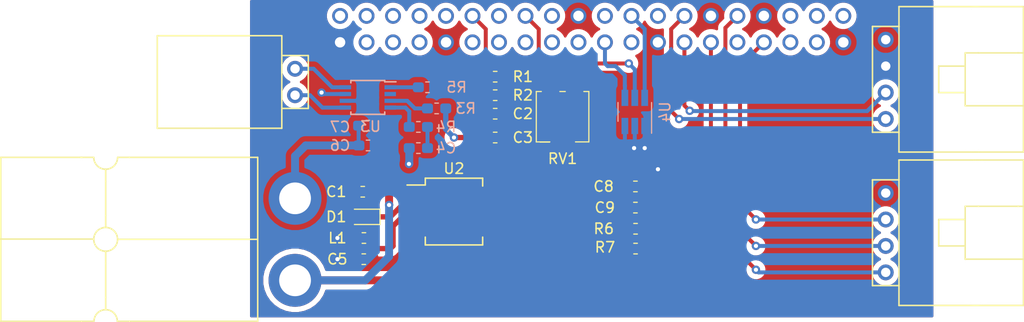
<source format=kicad_pcb>
(kicad_pcb (version 20171130) (host pcbnew "(5.1.2)-1")

  (general
    (thickness 1.6)
    (drawings 0)
    (tracks 150)
    (zones 0)
    (modules 27)
    (nets 50)
  )

  (page A4)
  (layers
    (0 F.Cu signal)
    (31 B.Cu signal)
    (32 B.Adhes user)
    (33 F.Adhes user)
    (34 B.Paste user)
    (35 F.Paste user)
    (36 B.SilkS user)
    (37 F.SilkS user)
    (38 B.Mask user)
    (39 F.Mask user)
    (40 Dwgs.User user)
    (41 Cmts.User user)
    (42 Eco1.User user)
    (43 Eco2.User user)
    (44 Edge.Cuts user)
    (45 Margin user)
    (46 B.CrtYd user)
    (47 F.CrtYd user)
    (48 B.Fab user)
    (49 F.Fab user)
  )

  (setup
    (last_trace_width 0.762)
    (user_trace_width 0.254)
    (user_trace_width 0.381)
    (user_trace_width 0.508)
    (user_trace_width 0.762)
    (trace_clearance 0.2)
    (zone_clearance 0.508)
    (zone_45_only no)
    (trace_min 0.2)
    (via_size 0.8)
    (via_drill 0.4)
    (via_min_size 0.4)
    (via_min_drill 0.3)
    (uvia_size 0.3)
    (uvia_drill 0.1)
    (uvias_allowed no)
    (uvia_min_size 0.2)
    (uvia_min_drill 0.1)
    (edge_width 0.05)
    (segment_width 0.2)
    (pcb_text_width 0.3)
    (pcb_text_size 1.5 1.5)
    (mod_edge_width 0.12)
    (mod_text_size 1 1)
    (mod_text_width 0.15)
    (pad_size 5.08 5.08)
    (pad_drill 3.048)
    (pad_to_mask_clearance 0.051)
    (solder_mask_min_width 0.25)
    (aux_axis_origin 0 0)
    (visible_elements 7FFFFFFF)
    (pcbplotparams
      (layerselection 0x010fc_ffffffff)
      (usegerberextensions false)
      (usegerberattributes false)
      (usegerberadvancedattributes false)
      (creategerberjobfile false)
      (excludeedgelayer true)
      (linewidth 0.100000)
      (plotframeref false)
      (viasonmask false)
      (mode 1)
      (useauxorigin false)
      (hpglpennumber 1)
      (hpglpenspeed 20)
      (hpglpendiameter 15.000000)
      (psnegative false)
      (psa4output false)
      (plotreference true)
      (plotvalue true)
      (plotinvisibletext false)
      (padsonsilk false)
      (subtractmaskfromsilk false)
      (outputformat 1)
      (mirror false)
      (drillshape 1)
      (scaleselection 1)
      (outputdirectory ""))
  )

  (net 0 "")
  (net 1 GND)
  (net 2 Vin)
  (net 3 "Net-(C2-Pad1)")
  (net 4 "Net-(C3-Pad2)")
  (net 5 "Net-(C3-Pad1)")
  (net 6 "Net-(C4-Pad1)")
  (net 7 +3V3)
  (net 8 "Net-(C8-Pad2)")
  (net 9 "Net-(C9-Pad2)")
  (net 10 LED_1)
  (net 11 LED_2)
  (net 12 LED_3)
  (net 13 IMU_SCL)
  (net 14 IMU_SDA)
  (net 15 Speak_OUT+)
  (net 16 Speak_OUT-)
  (net 17 "Net-(D1-Pad1)")
  (net 18 AudioSignal)
  (net 19 "Net-(R2-Pad1)")
  (net 20 "Net-(R3-Pad1)")
  (net 21 "Net-(R4-Pad1)")
  (net 22 "Net-(R5-Pad1)")
  (net 23 AD_Vout)
  (net 24 ADC_CS)
  (net 25 ADC_CLK)
  (net 26 "Net-(U1-Pad26)")
  (net 27 "Net-(U1-Pad22)")
  (net 28 "Net-(U1-Pad36)")
  (net 29 "Net-(U1-Pad38)")
  (net 30 "Net-(U1-Pad35)")
  (net 31 "Net-(U1-Pad37)")
  (net 32 "Net-(U1-Pad23)")
  (net 33 "Net-(U1-Pad31)")
  (net 34 "Net-(U1-Pad40)")
  (net 35 "Net-(U1-Pad2)")
  (net 36 "Net-(U1-Pad6)")
  (net 37 "Net-(U1-Pad10)")
  (net 38 "Net-(U1-Pad14)")
  (net 39 "Net-(U1-Pad18)")
  (net 40 "Net-(U1-Pad5)")
  (net 41 "Net-(U1-Pad13)")
  (net 42 "Net-(U1-Pad15)")
  (net 43 "Net-(U1-Pad17)")
  (net 44 "Net-(U1-Pad19)")
  (net 45 "Net-(U1-Pad7)")
  (net 46 "Net-(U1-Pad4)")
  (net 47 "Net-(U1-Pad3)")
  (net 48 "Net-(U1-Pad8)")
  (net 49 "Net-(U1-Pad11)")

  (net_class Default "This is the default net class."
    (clearance 0.2)
    (trace_width 0.25)
    (via_dia 0.8)
    (via_drill 0.4)
    (uvia_dia 0.3)
    (uvia_drill 0.1)
    (add_net +3V3)
    (add_net ADC_CLK)
    (add_net ADC_CS)
    (add_net AD_Vout)
    (add_net AudioSignal)
    (add_net GND)
    (add_net IMU_SCL)
    (add_net IMU_SDA)
    (add_net LED_1)
    (add_net LED_2)
    (add_net LED_3)
    (add_net "Net-(C2-Pad1)")
    (add_net "Net-(C3-Pad1)")
    (add_net "Net-(C3-Pad2)")
    (add_net "Net-(C4-Pad1)")
    (add_net "Net-(C8-Pad2)")
    (add_net "Net-(C9-Pad2)")
    (add_net "Net-(D1-Pad1)")
    (add_net "Net-(R2-Pad1)")
    (add_net "Net-(R3-Pad1)")
    (add_net "Net-(R4-Pad1)")
    (add_net "Net-(R5-Pad1)")
    (add_net "Net-(U1-Pad10)")
    (add_net "Net-(U1-Pad11)")
    (add_net "Net-(U1-Pad13)")
    (add_net "Net-(U1-Pad14)")
    (add_net "Net-(U1-Pad15)")
    (add_net "Net-(U1-Pad17)")
    (add_net "Net-(U1-Pad18)")
    (add_net "Net-(U1-Pad19)")
    (add_net "Net-(U1-Pad2)")
    (add_net "Net-(U1-Pad22)")
    (add_net "Net-(U1-Pad23)")
    (add_net "Net-(U1-Pad26)")
    (add_net "Net-(U1-Pad3)")
    (add_net "Net-(U1-Pad31)")
    (add_net "Net-(U1-Pad35)")
    (add_net "Net-(U1-Pad36)")
    (add_net "Net-(U1-Pad37)")
    (add_net "Net-(U1-Pad38)")
    (add_net "Net-(U1-Pad4)")
    (add_net "Net-(U1-Pad40)")
    (add_net "Net-(U1-Pad5)")
    (add_net "Net-(U1-Pad6)")
    (add_net "Net-(U1-Pad7)")
    (add_net "Net-(U1-Pad8)")
    (add_net Speak_OUT+)
    (add_net Speak_OUT-)
    (add_net Vin)
  )

  (module "Senior Design:Raspberry_Pi_Zero_W" (layer F.Cu) (tedit 5F58271C) (tstamp 5F5E81FC)
    (at 114.3 91.44)
    (path /5E92A5C8)
    (fp_text reference U1 (at 9.906 -25.019) (layer F.SilkS) hide
      (effects (font (size 1 1) (thickness 0.15)))
    )
    (fp_text value Raspberry_Pi_Zero_W (at 33.02 -31.75) (layer F.Fab) hide
      (effects (font (size 1 1) (thickness 0.15)))
    )
    (fp_arc (start 3.048 -26.924) (end 3.048 -29.718) (angle -90) (layer F.CrtYd) (width 0.12))
    (fp_arc (start 3.048 -2.54) (end 0.254 -2.54) (angle -90) (layer F.CrtYd) (width 0.12))
    (fp_arc (start 62.484 -2.54) (end 62.484 0.254) (angle -90) (layer F.CrtYd) (width 0.12))
    (fp_arc (start 62.484 -26.924) (end 65.278 -26.924) (angle -90) (layer F.CrtYd) (width 0.12))
    (fp_line (start 3.048 0.254) (end 62.484 0.254) (layer F.CrtYd) (width 0.12))
    (fp_line (start 0.254 -26.924) (end 0.254 -2.54) (layer F.CrtYd) (width 0.12))
    (fp_line (start 65.278 -26.924) (end 65.278 -2.54) (layer F.CrtYd) (width 0.12))
    (fp_line (start 62.484 -29.718) (end 32.766 -29.718) (layer F.CrtYd) (width 0.12))
    (fp_line (start 32.766 -29.718) (end 3.048 -29.718) (layer F.CrtYd) (width 0.12))
    (pad 30 thru_hole circle (at 44.196 -28.448) (size 1.52 1.52) (drill 1) (layers *.Cu *.Mask)
      (net 1 GND))
    (pad 26 thru_hole circle (at 39.116 -28.448) (size 1.52 1.52) (drill 1) (layers *.Cu *.Mask)
      (net 26 "Net-(U1-Pad26)"))
    (pad 32 thru_hole circle (at 46.736 -28.448) (size 1.52 1.52) (drill 1) (layers *.Cu *.Mask)
      (net 11 LED_2))
    (pad 34 thru_hole circle (at 49.276 -28.448) (size 1.52 1.52) (drill 1) (layers *.Cu *.Mask)
      (net 1 GND))
    (pad 22 thru_hole circle (at 34.036 -28.448) (size 1.52 1.52) (drill 1) (layers *.Cu *.Mask)
      (net 27 "Net-(U1-Pad22)"))
    (pad 36 thru_hole circle (at 51.816 -28.448) (size 1.52 1.52) (drill 1) (layers *.Cu *.Mask)
      (net 28 "Net-(U1-Pad36)"))
    (pad 38 thru_hole circle (at 54.356 -28.448) (size 1.52 1.52) (drill 1) (layers *.Cu *.Mask)
      (net 29 "Net-(U1-Pad38)"))
    (pad 21 thru_hole circle (at 34.036 -25.908) (size 1.52 1.52) (drill 1) (layers *.Cu *.Mask)
      (net 25 ADC_CLK))
    (pad 33 thru_hole circle (at 49.276 -25.908) (size 1.52 1.52) (drill 1) (layers *.Cu *.Mask)
      (net 12 LED_3))
    (pad 27 thru_hole circle (at 41.656 -25.908) (size 1.52 1.52) (drill 1) (layers *.Cu *.Mask)
      (net 14 IMU_SDA))
    (pad 29 thru_hole circle (at 44.196 -25.908) (size 1.52 1.52) (drill 1) (layers *.Cu *.Mask)
      (net 10 LED_1))
    (pad 24 thru_hole circle (at 36.576 -28.448) (size 1.52 1.52) (drill 1) (layers *.Cu *.Mask)
      (net 24 ADC_CS))
    (pad 28 thru_hole circle (at 41.656 -28.448) (size 1.52 1.52) (drill 1) (layers *.Cu *.Mask)
      (net 13 IMU_SCL))
    (pad 25 thru_hole circle (at 39.116 -25.908 90) (size 1.52 1.52) (drill 1) (layers *.Cu *.Mask)
      (net 1 GND))
    (pad 35 thru_hole circle (at 51.816 -25.908) (size 1.52 1.52) (drill 1) (layers *.Cu *.Mask)
      (net 30 "Net-(U1-Pad35)"))
    (pad 37 thru_hole circle (at 54.356 -25.908) (size 1.52 1.52) (drill 1) (layers *.Cu *.Mask)
      (net 31 "Net-(U1-Pad37)"))
    (pad 39 thru_hole circle (at 56.896 -25.908) (size 1.52 1.52) (drill 1) (layers *.Cu *.Mask)
      (net 1 GND))
    (pad 23 thru_hole circle (at 36.576 -25.908) (size 1.52 1.52) (drill 1) (layers *.Cu *.Mask)
      (net 32 "Net-(U1-Pad23)"))
    (pad 31 thru_hole circle (at 46.736 -25.908) (size 1.52 1.52) (drill 1) (layers *.Cu *.Mask)
      (net 33 "Net-(U1-Pad31)"))
    (pad 40 thru_hole circle (at 56.896 -28.448) (size 1.52 1.52) (drill 1) (layers *.Cu *.Mask)
      (net 34 "Net-(U1-Pad40)"))
    (pad 2 thru_hole circle (at 8.636 -28.448) (size 1.52 1.52) (drill 1) (layers *.Cu *.Mask)
      (net 35 "Net-(U1-Pad2)"))
    (pad 6 thru_hole circle (at 13.716 -28.448) (size 1.52 1.52) (drill 1) (layers *.Cu *.Mask)
      (net 36 "Net-(U1-Pad6)"))
    (pad 10 thru_hole circle (at 18.796 -28.448) (size 1.52 1.52) (drill 1) (layers *.Cu *.Mask)
      (net 37 "Net-(U1-Pad10)"))
    (pad 12 thru_hole circle (at 21.336 -28.448) (size 1.52 1.52) (drill 1) (layers *.Cu *.Mask)
      (net 18 AudioSignal))
    (pad 14 thru_hole circle (at 23.876 -28.448) (size 1.52 1.52) (drill 1) (layers *.Cu *.Mask)
      (net 38 "Net-(U1-Pad14)"))
    (pad 16 thru_hole circle (at 26.416 -28.448) (size 1.52 1.52) (drill 1) (layers *.Cu *.Mask)
      (net 23 AD_Vout))
    (pad 18 thru_hole circle (at 28.956 -28.448) (size 1.52 1.52) (drill 1) (layers *.Cu *.Mask)
      (net 39 "Net-(U1-Pad18)"))
    (pad 1 thru_hole rect (at 8.636 -25.908) (size 1.52 1.52) (drill 1) (layers *.Cu *.Mask)
      (net 7 +3V3))
    (pad 5 thru_hole circle (at 13.716 -25.908) (size 1.52 1.52) (drill 1) (layers *.Cu *.Mask)
      (net 40 "Net-(U1-Pad5)"))
    (pad 13 thru_hole circle (at 23.876 -25.908) (size 1.52 1.52) (drill 1) (layers *.Cu *.Mask)
      (net 41 "Net-(U1-Pad13)"))
    (pad 15 thru_hole circle (at 26.416 -25.908) (size 1.52 1.52) (drill 1) (layers *.Cu *.Mask)
      (net 42 "Net-(U1-Pad15)"))
    (pad 17 thru_hole circle (at 28.956 -25.908) (size 1.52 1.52) (drill 1) (layers *.Cu *.Mask)
      (net 43 "Net-(U1-Pad17)"))
    (pad 19 thru_hole circle (at 31.496 -25.908) (size 1.52 1.52) (drill 1) (layers *.Cu *.Mask)
      (net 44 "Net-(U1-Pad19)"))
    (pad 9 thru_hole circle (at 18.796 -25.908 90) (size 1.52 1.52) (drill 1) (layers *.Cu *.Mask)
      (net 1 GND))
    (pad 7 thru_hole circle (at 16.256 -25.908) (size 1.52 1.52) (drill 1) (layers *.Cu *.Mask)
      (net 45 "Net-(U1-Pad7)"))
    (pad 4 thru_hole circle (at 11.176 -28.448) (size 1.52 1.52) (drill 1) (layers *.Cu *.Mask)
      (net 46 "Net-(U1-Pad4)"))
    (pad 3 thru_hole circle (at 11.176 -25.908) (size 1.52 1.52) (drill 1) (layers *.Cu *.Mask)
      (net 47 "Net-(U1-Pad3)"))
    (pad 8 thru_hole circle (at 16.256 -28.448 90) (size 1.52 1.52) (drill 1) (layers *.Cu *.Mask)
      (net 48 "Net-(U1-Pad8)"))
    (pad 11 thru_hole circle (at 21.336 -25.908 90) (size 1.52 1.52) (drill 1) (layers *.Cu *.Mask)
      (net 49 "Net-(U1-Pad11)"))
    (pad 20 thru_hole circle (at 31.496 -28.448) (size 1.52 1.52) (drill 1) (layers *.Cu *.Mask)
      (net 1 GND))
    (model ${KISYS3DMOD}/Connector_PinHeader_2.54mm.3dshapes/PinHeader_2x10_P2.54mm_Vertical.step
      (offset (xyz 54.60999917984009 3.809999942779541 0))
      (scale (xyz 1 1 1))
      (rotate (xyz 0 0 90))
    )
    (model ${KISYS3DMOD}/Connector_PinHeader_2.54mm.3dshapes/PinHeader_2x10_P2.54mm_Vertical.step
      (offset (xyz 118.1099982261658 3.809999942779541 0))
      (scale (xyz 1 1 1))
      (rotate (xyz 0 0 90))
    )
    (model ${KISYS3DMOD}/Connector_PinHeader_2.54mm.3dshapes/PinHeader_2x10_P2.54mm_Vertical.step
      (offset (xyz 118.1099982261658 46.98999929428101 0))
      (scale (xyz 1 1 1))
      (rotate (xyz 0 0 90))
    )
    (model ${KISYS3DMOD}/Connector_PinHeader_2.54mm.3dshapes/PinHeader_2x10_P2.54mm_Vertical.step
      (offset (xyz 54.60999917984009 46.98999929428101 0))
      (scale (xyz 1 1 1))
      (rotate (xyz 0 0 90))
    )
    (model "${MRDT_KICAD_LIBRARIES}/3D Files/MRDT_Shields/TM4C129_Launchpad.stp"
      (offset (xyz 119.3799982070923 48.25999927520752 10.79499983787537))
      (scale (xyz 1 1 1))
      (rotate (xyz 0 0 180))
    )
  )

  (module MRDT_Connectors:Anderson_2_Horizontal_Side_by_Side (layer F.Cu) (tedit 5F582770) (tstamp 5F583B50)
    (at 118.5926 80.518)
    (path /5F5A3546)
    (fp_text reference Conn4 (at -5.4356 12.573) (layer F.SilkS) hide
      (effects (font (size 1 1) (thickness 0.15)))
    )
    (fp_text value AndersonPP (at -16.4211 -4.953) (layer F.Fab)
      (effects (font (size 1 1) (thickness 0.15)))
    )
    (fp_line (start -15.8496 -3.937) (end -3.556 -3.937) (layer F.SilkS) (width 0.15))
    (fp_line (start -28.1686 -3.937) (end -20.4216 -3.937) (layer F.SilkS) (width 0.15))
    (fp_line (start -20.4216 11.811) (end -28.1686 11.811) (layer F.SilkS) (width 0.15))
    (fp_line (start -15.8496 11.811) (end -3.556 11.811) (layer F.SilkS) (width 0.15))
    (fp_circle (center -18.1356 3.937) (end -18.1356 5.08) (layer F.SilkS) (width 0.15))
    (fp_line (start -18.1356 1.651) (end -18.1356 -1.6256) (layer F.SilkS) (width 0.15))
    (fp_line (start -15.8496 3.937) (end -3.556 3.937) (layer F.SilkS) (width 0.15))
    (fp_line (start -18.1356 6.223) (end -18.1356 9.525) (layer F.SilkS) (width 0.15))
    (fp_line (start -15.8496 3.937) (end -16.9926 3.937) (layer F.SilkS) (width 0.15))
    (fp_line (start -18.1356 1.651) (end -18.1356 2.794) (layer F.SilkS) (width 0.15))
    (fp_line (start -28.1686 3.9116) (end -19.2786 3.9116) (layer F.SilkS) (width 0.15))
    (fp_line (start -18.1356 6.223) (end -18.1356 5.08) (layer F.SilkS) (width 0.15))
    (fp_line (start -18.1356 -2.794) (end -18.1356 -1.6256) (layer F.SilkS) (width 0.15))
    (fp_line (start -15.875 -3.937) (end -16.9672 -3.937) (layer F.SilkS) (width 0.15))
    (fp_line (start -20.447 11.811) (end -19.2786 11.811) (layer F.SilkS) (width 0.15))
    (fp_line (start -18.1356 9.4996) (end -18.1356 10.668) (layer F.SilkS) (width 0.15))
    (fp_line (start -15.8242 11.811) (end -17.018 11.811) (layer F.SilkS) (width 0.15))
    (fp_arc (start -18.1356 -3.937) (end -18.1356 -2.794) (angle 90) (layer F.SilkS) (width 0.15))
    (fp_arc (start -18.1356 -3.937) (end -16.9926 -3.937) (angle 90) (layer F.SilkS) (width 0.15))
    (fp_line (start -19.2786 -3.937) (end -20.4978 -3.937) (layer F.SilkS) (width 0.15))
    (fp_line (start -3.556 -3.937) (end -3.556 11.811) (layer F.SilkS) (width 0.15))
    (fp_line (start -28.194 -3.937) (end -28.194 11.811) (layer F.SilkS) (width 0.15))
    (fp_arc (start -18.1356 11.811) (end -19.2532 11.811) (angle 90) (layer F.SilkS) (width 0.15))
    (fp_arc (start -18.1356 11.811) (end -18.1356 10.6934) (angle 90) (layer F.SilkS) (width 0.15))
    (pad 1 thru_hole circle (at 0.0254 0) (size 5.08 5.08) (drill 3.048) (layers *.Cu *.Mask F.Paste)
      (net 1 GND))
    (pad 2 thru_hole circle (at 0.0254 7.874) (size 5.08 5.08) (drill 3.048) (layers *.Cu *.Mask F.Paste)
      (net 2 Vin))
    (model "${MRDT_KICAD_LIBRARIES}/3D Files/MRDT_Connctors/Anderson_2_Horizontal_Side_by_Side.stp"
      (offset (xyz -3.174999952316284 -11.42999982833862 7.619999885559082))
      (scale (xyz 1 1 1))
      (rotate (xyz 180 0 180))
    )
  )

  (module Package_TO_SOT_SMD:SOT-23-6_Handsoldering (layer B.Cu) (tedit 5A02FF57) (tstamp 5E9E1A56)
    (at 151.196 72.216 90)
    (descr "6-pin SOT-23 package, Handsoldering")
    (tags "SOT-23-6 Handsoldering")
    (path /5E9BBB24)
    (attr smd)
    (fp_text reference U4 (at 0 2.9 90) (layer B.SilkS)
      (effects (font (size 1 1) (thickness 0.15)) (justify mirror))
    )
    (fp_text value ADC1210S21 (at 0 -2.9 90) (layer B.Fab)
      (effects (font (size 1 1) (thickness 0.15)) (justify mirror))
    )
    (fp_line (start 0.9 1.55) (end 0.9 -1.55) (layer B.Fab) (width 0.1))
    (fp_line (start 0.9 -1.55) (end -0.9 -1.55) (layer B.Fab) (width 0.1))
    (fp_line (start -0.9 0.9) (end -0.9 -1.55) (layer B.Fab) (width 0.1))
    (fp_line (start 0.9 1.55) (end -0.25 1.55) (layer B.Fab) (width 0.1))
    (fp_line (start -0.9 0.9) (end -0.25 1.55) (layer B.Fab) (width 0.1))
    (fp_line (start -2.4 1.8) (end 2.4 1.8) (layer B.CrtYd) (width 0.05))
    (fp_line (start 2.4 1.8) (end 2.4 -1.8) (layer B.CrtYd) (width 0.05))
    (fp_line (start 2.4 -1.8) (end -2.4 -1.8) (layer B.CrtYd) (width 0.05))
    (fp_line (start -2.4 -1.8) (end -2.4 1.8) (layer B.CrtYd) (width 0.05))
    (fp_line (start 0.9 1.61) (end -2.05 1.61) (layer B.SilkS) (width 0.12))
    (fp_line (start -0.9 -1.61) (end 0.9 -1.61) (layer B.SilkS) (width 0.12))
    (fp_text user %R (at 0 0 180) (layer B.Fab)
      (effects (font (size 0.5 0.5) (thickness 0.075)) (justify mirror))
    )
    (pad 5 smd rect (at 1.35 0 90) (size 1.56 0.65) (layers B.Cu B.Paste B.Mask)
      (net 23 AD_Vout))
    (pad 6 smd rect (at 1.35 0.95 90) (size 1.56 0.65) (layers B.Cu B.Paste B.Mask)
      (net 24 ADC_CS))
    (pad 4 smd rect (at 1.35 -0.95 90) (size 1.56 0.65) (layers B.Cu B.Paste B.Mask)
      (net 25 ADC_CLK))
    (pad 3 smd rect (at -1.35 -0.95 90) (size 1.56 0.65) (layers B.Cu B.Paste B.Mask)
      (net 9 "Net-(C9-Pad2)"))
    (pad 2 smd rect (at -1.35 0 90) (size 1.56 0.65) (layers B.Cu B.Paste B.Mask)
      (net 8 "Net-(C8-Pad2)"))
    (pad 1 smd rect (at -1.35 0.95 90) (size 1.56 0.65) (layers B.Cu B.Paste B.Mask)
      (net 7 +3V3))
    (model ${KISYS3DMOD}/Package_TO_SOT_SMD.3dshapes/SOT-23-6.wrl
      (at (xyz 0 0 0))
      (scale (xyz 1 1 1))
      (rotate (xyz 0 0 0))
    )
  )

  (module Package_SO:TSSOP-8_3x3mm_P0.65mm (layer B.Cu) (tedit 5A02F25C) (tstamp 5E9E1A40)
    (at 125.594 70.825 180)
    (descr "TSSOP8: plastic thin shrink small outline package; 8 leads; body width 3 mm; (see NXP SSOP-TSSOP-VSO-REFLOW.pdf and sot505-1_po.pdf)")
    (tags "SSOP 0.65")
    (path /5E9B7D8E)
    (attr smd)
    (fp_text reference U3 (at -0.254 -2.794) (layer B.SilkS)
      (effects (font (size 1 1) (thickness 0.15)) (justify mirror))
    )
    (fp_text value TPA2005D1DRB (at 0 -2.55) (layer B.Fab) hide
      (effects (font (size 1 1) (thickness 0.15)) (justify mirror))
    )
    (fp_text user %R (at 0 0) (layer B.Fab)
      (effects (font (size 0.6 0.6) (thickness 0.15)) (justify mirror))
    )
    (fp_line (start -1.625 1.5) (end -2.7 1.5) (layer B.SilkS) (width 0.15))
    (fp_line (start -1.625 -1.625) (end 1.625 -1.625) (layer B.SilkS) (width 0.15))
    (fp_line (start -1.625 1.625) (end 1.625 1.625) (layer B.SilkS) (width 0.15))
    (fp_line (start -1.625 -1.625) (end -1.625 -1.4) (layer B.SilkS) (width 0.15))
    (fp_line (start 1.625 -1.625) (end 1.625 -1.4) (layer B.SilkS) (width 0.15))
    (fp_line (start 1.625 1.625) (end 1.625 1.4) (layer B.SilkS) (width 0.15))
    (fp_line (start -1.625 1.625) (end -1.625 1.5) (layer B.SilkS) (width 0.15))
    (fp_line (start -2.95 -1.8) (end 2.95 -1.8) (layer B.CrtYd) (width 0.05))
    (fp_line (start -2.95 1.8) (end 2.95 1.8) (layer B.CrtYd) (width 0.05))
    (fp_line (start 2.95 1.8) (end 2.95 -1.8) (layer B.CrtYd) (width 0.05))
    (fp_line (start -2.95 1.8) (end -2.95 -1.8) (layer B.CrtYd) (width 0.05))
    (fp_line (start -1.5 0.5) (end -0.5 1.5) (layer B.Fab) (width 0.15))
    (fp_line (start -1.5 -1.5) (end -1.5 0.5) (layer B.Fab) (width 0.15))
    (fp_line (start 1.5 -1.5) (end -1.5 -1.5) (layer B.Fab) (width 0.15))
    (fp_line (start 1.5 1.5) (end 1.5 -1.5) (layer B.Fab) (width 0.15))
    (fp_line (start -0.5 1.5) (end 1.5 1.5) (layer B.Fab) (width 0.15))
    (pad 8 smd rect (at 2.15 0.975 180) (size 1.1 0.4) (layers B.Cu B.Paste B.Mask)
      (net 16 Speak_OUT-))
    (pad 7 smd rect (at 2.15 0.325 180) (size 1.1 0.4) (layers B.Cu B.Paste B.Mask)
      (net 1 GND))
    (pad 6 smd rect (at 2.15 -0.325 180) (size 1.1 0.4) (layers B.Cu B.Paste B.Mask)
      (net 7 +3V3))
    (pad 5 smd rect (at 2.15 -0.975 180) (size 1.1 0.4) (layers B.Cu B.Paste B.Mask)
      (net 15 Speak_OUT+))
    (pad 4 smd rect (at -2.15 -0.975 180) (size 1.1 0.4) (layers B.Cu B.Paste B.Mask)
      (net 21 "Net-(R4-Pad1)"))
    (pad 3 smd rect (at -2.15 -0.325 180) (size 1.1 0.4) (layers B.Cu B.Paste B.Mask)
      (net 20 "Net-(R3-Pad1)"))
    (pad 2 smd rect (at -2.15 0.325 180) (size 1.1 0.4) (layers B.Cu B.Paste B.Mask))
    (pad 1 smd rect (at -2.15 0.975 180) (size 1.1 0.4) (layers B.Cu B.Paste B.Mask)
      (net 22 "Net-(R5-Pad1)"))
    (model ${KISYS3DMOD}/Package_SO.3dshapes/TSSOP-8_3x3mm_P0.65mm.wrl
      (at (xyz 0 0 0))
      (scale (xyz 1 1 1))
      (rotate (xyz 0 0 0))
    )
  )

  (module Package_SO:SO-8_5.3x6.2mm_P1.27mm (layer F.Cu) (tedit 5A02F2D3) (tstamp 5E9E1A23)
    (at 133.858 81.788)
    (descr "8-Lead Plastic Small Outline, 5.3x6.2mm Body (http://www.ti.com.cn/cn/lit/ds/symlink/tl7705a.pdf)")
    (tags "SOIC 1.27")
    (path /5E98EBC1)
    (attr smd)
    (fp_text reference U2 (at 0 -4.13) (layer F.SilkS)
      (effects (font (size 1 1) (thickness 0.15)))
    )
    (fp_text value AP1509 (at 0 4.13) (layer F.Fab)
      (effects (font (size 1 1) (thickness 0.15)))
    )
    (fp_line (start -2.75 -2.55) (end -4.5 -2.55) (layer F.SilkS) (width 0.15))
    (fp_line (start -2.75 3.205) (end 2.75 3.205) (layer F.SilkS) (width 0.15))
    (fp_line (start -2.75 -3.205) (end 2.75 -3.205) (layer F.SilkS) (width 0.15))
    (fp_line (start -2.75 3.205) (end -2.75 2.455) (layer F.SilkS) (width 0.15))
    (fp_line (start 2.75 3.205) (end 2.75 2.455) (layer F.SilkS) (width 0.15))
    (fp_line (start 2.75 -3.205) (end 2.75 -2.455) (layer F.SilkS) (width 0.15))
    (fp_line (start -2.75 -3.205) (end -2.75 -2.55) (layer F.SilkS) (width 0.15))
    (fp_line (start -4.83 3.35) (end 4.83 3.35) (layer F.CrtYd) (width 0.05))
    (fp_line (start -4.83 -3.35) (end 4.83 -3.35) (layer F.CrtYd) (width 0.05))
    (fp_line (start 4.83 -3.35) (end 4.83 3.35) (layer F.CrtYd) (width 0.05))
    (fp_line (start -4.83 -3.35) (end -4.83 3.35) (layer F.CrtYd) (width 0.05))
    (fp_line (start -2.65 -2.1) (end -1.65 -3.1) (layer F.Fab) (width 0.15))
    (fp_line (start -2.65 3.1) (end -2.65 -2.1) (layer F.Fab) (width 0.15))
    (fp_line (start 2.65 3.1) (end -2.65 3.1) (layer F.Fab) (width 0.15))
    (fp_line (start 2.65 -3.1) (end 2.65 3.1) (layer F.Fab) (width 0.15))
    (fp_line (start -1.65 -3.1) (end 2.65 -3.1) (layer F.Fab) (width 0.15))
    (fp_text user %R (at 0 0) (layer F.Fab)
      (effects (font (size 1 1) (thickness 0.15)))
    )
    (pad 8 smd rect (at 3.7 -1.905) (size 1.75 0.55) (layers F.Cu F.Paste F.Mask)
      (net 1 GND))
    (pad 7 smd rect (at 3.7 -0.635) (size 1.75 0.55) (layers F.Cu F.Paste F.Mask)
      (net 1 GND))
    (pad 6 smd rect (at 3.7 0.635) (size 1.75 0.55) (layers F.Cu F.Paste F.Mask)
      (net 1 GND))
    (pad 5 smd rect (at 3.7 1.905) (size 1.75 0.55) (layers F.Cu F.Paste F.Mask)
      (net 1 GND))
    (pad 4 smd rect (at -3.7 1.905) (size 1.75 0.55) (layers F.Cu F.Paste F.Mask)
      (net 1 GND))
    (pad 3 smd rect (at -3.7 0.635) (size 1.75 0.55) (layers F.Cu F.Paste F.Mask)
      (net 7 +3V3))
    (pad 2 smd rect (at -3.7 -0.635) (size 1.75 0.55) (layers F.Cu F.Paste F.Mask)
      (net 17 "Net-(D1-Pad1)"))
    (pad 1 smd rect (at -3.7 -1.905) (size 1.75 0.55) (layers F.Cu F.Paste F.Mask)
      (net 2 Vin))
    (model ${KISYS3DMOD}/Package_SO.3dshapes/SO-8_5.3x6.2mm_P1.27mm.wrl
      (at (xyz 0 0 0))
      (scale (xyz 1 1 1))
      (rotate (xyz 0 0 0))
    )
  )

  (module Potentiometer_SMD:Potentiometer_Bourns_3214J_Horizontal (layer F.Cu) (tedit 5A3D7171) (tstamp 5E9E19D1)
    (at 144.272 72.676 90)
    (descr "Potentiometer, horizontal, Bourns 3214J, https://www.bourns.com/docs/Product-Datasheets/3214.pdf")
    (tags "Potentiometer horizontal Bourns 3214J")
    (path /5E9CDD42)
    (attr smd)
    (fp_text reference RV1 (at -4.032 0 180) (layer F.SilkS)
      (effects (font (size 1 1) (thickness 0.15)))
    )
    (fp_text value R_POT_TRIM (at 0 3.65 90) (layer F.Fab)
      (effects (font (size 1 1) (thickness 0.15)))
    )
    (fp_text user %R (at 0 0 90) (layer F.Fab)
      (effects (font (size 1 1) (thickness 0.15)))
    )
    (fp_line (start 3.25 -2.65) (end -3.25 -2.65) (layer F.CrtYd) (width 0.05))
    (fp_line (start 3.25 2.65) (end 3.25 -2.65) (layer F.CrtYd) (width 0.05))
    (fp_line (start -3.25 2.65) (end 3.25 2.65) (layer F.CrtYd) (width 0.05))
    (fp_line (start -3.25 -2.65) (end -3.25 2.65) (layer F.CrtYd) (width 0.05))
    (fp_line (start -2.42 -2.14) (end -2.42 -1.24) (layer F.SilkS) (width 0.12))
    (fp_line (start -2.42 -2.14) (end -2.42 -1.24) (layer F.SilkS) (width 0.12))
    (fp_line (start -2.42 -2.14) (end -2.42 -2.14) (layer F.SilkS) (width 0.12))
    (fp_line (start 2.42 2.04) (end 2.42 2.52) (layer F.SilkS) (width 0.12))
    (fp_line (start 2.42 -0.26) (end 2.42 0.26) (layer F.SilkS) (width 0.12))
    (fp_line (start 2.42 -2.52) (end 2.42 -2.04) (layer F.SilkS) (width 0.12))
    (fp_line (start -2.42 1.24) (end -2.42 2.52) (layer F.SilkS) (width 0.12))
    (fp_line (start -2.42 -2.52) (end -2.42 -1.24) (layer F.SilkS) (width 0.12))
    (fp_line (start -2.42 2.52) (end 2.42 2.52) (layer F.SilkS) (width 0.12))
    (fp_line (start -2.42 -2.52) (end 2.42 -2.52) (layer F.SilkS) (width 0.12))
    (fp_line (start -2.3 -1.13) (end -2.3 -1.13) (layer F.Fab) (width 0.1))
    (fp_line (start -2.3 -2.02) (end -2.3 -2.02) (layer F.Fab) (width 0.1))
    (fp_line (start -2.3 -0.24) (end -2.3 -2.02) (layer F.Fab) (width 0.1))
    (fp_line (start -2.3 -0.24) (end -2.3 -0.24) (layer F.Fab) (width 0.1))
    (fp_line (start -2.3 -2.02) (end -2.3 -0.24) (layer F.Fab) (width 0.1))
    (fp_line (start 2.3 -2.4) (end -2.3 -2.4) (layer F.Fab) (width 0.1))
    (fp_line (start 2.3 2.4) (end 2.3 -2.4) (layer F.Fab) (width 0.1))
    (fp_line (start -2.3 2.4) (end 2.3 2.4) (layer F.Fab) (width 0.1))
    (fp_line (start -2.3 -2.4) (end -2.3 2.4) (layer F.Fab) (width 0.1))
    (pad 3 smd rect (at 2 1.15 90) (size 2 1.3) (layers F.Cu F.Paste F.Mask)
      (net 1 GND))
    (pad 2 smd rect (at -2 0 90) (size 2 2) (layers F.Cu F.Paste F.Mask)
      (net 4 "Net-(C3-Pad2)"))
    (pad 1 smd rect (at 2 -1.15 90) (size 2 1.3) (layers F.Cu F.Paste F.Mask)
      (net 19 "Net-(R2-Pad1)"))
    (model ${KISYS3DMOD}/Potentiometer_SMD.3dshapes/Potentiometer_Bourns_3214J_Horizontal.wrl
      (at (xyz 0 0 0))
      (scale (xyz 1 1 1))
      (rotate (xyz 0 0 0))
    )
  )

  (module Resistor_SMD:R_0603_1608Metric_Pad1.05x0.95mm_HandSolder (layer F.Cu) (tedit 5B301BBD) (tstamp 5E9E19B2)
    (at 151.271 85.344)
    (descr "Resistor SMD 0603 (1608 Metric), square (rectangular) end terminal, IPC_7351 nominal with elongated pad for handsoldering. (Body size source: http://www.tortai-tech.com/upload/download/2011102023233369053.pdf), generated with kicad-footprint-generator")
    (tags "resistor handsolder")
    (path /5EA52B77)
    (attr smd)
    (fp_text reference R7 (at -2.935 -0.127) (layer F.SilkS)
      (effects (font (size 1 1) (thickness 0.15)))
    )
    (fp_text value 1000 (at 0 1.43) (layer F.Fab)
      (effects (font (size 1 1) (thickness 0.15)))
    )
    (fp_text user %R (at 0 0) (layer F.Fab)
      (effects (font (size 0.4 0.4) (thickness 0.06)))
    )
    (fp_line (start 1.65 0.73) (end -1.65 0.73) (layer F.CrtYd) (width 0.05))
    (fp_line (start 1.65 -0.73) (end 1.65 0.73) (layer F.CrtYd) (width 0.05))
    (fp_line (start -1.65 -0.73) (end 1.65 -0.73) (layer F.CrtYd) (width 0.05))
    (fp_line (start -1.65 0.73) (end -1.65 -0.73) (layer F.CrtYd) (width 0.05))
    (fp_line (start -0.171267 0.51) (end 0.171267 0.51) (layer F.SilkS) (width 0.12))
    (fp_line (start -0.171267 -0.51) (end 0.171267 -0.51) (layer F.SilkS) (width 0.12))
    (fp_line (start 0.8 0.4) (end -0.8 0.4) (layer F.Fab) (width 0.1))
    (fp_line (start 0.8 -0.4) (end 0.8 0.4) (layer F.Fab) (width 0.1))
    (fp_line (start -0.8 -0.4) (end 0.8 -0.4) (layer F.Fab) (width 0.1))
    (fp_line (start -0.8 0.4) (end -0.8 -0.4) (layer F.Fab) (width 0.1))
    (pad 2 smd roundrect (at 0.875 0) (size 1.05 0.95) (layers F.Cu F.Paste F.Mask) (roundrect_rratio 0.25)
      (net 9 "Net-(C9-Pad2)"))
    (pad 1 smd roundrect (at -0.875 0) (size 1.05 0.95) (layers F.Cu F.Paste F.Mask) (roundrect_rratio 0.25)
      (net 2 Vin))
    (model ${KISYS3DMOD}/Resistor_SMD.3dshapes/R_0603_1608Metric.wrl
      (at (xyz 0 0 0))
      (scale (xyz 1 1 1))
      (rotate (xyz 0 0 0))
    )
  )

  (module Resistor_SMD:R_0603_1608Metric_Pad1.05x0.95mm_HandSolder (layer F.Cu) (tedit 5B301BBD) (tstamp 5E9E19A1)
    (at 151.271 83.439 180)
    (descr "Resistor SMD 0603 (1608 Metric), square (rectangular) end terminal, IPC_7351 nominal with elongated pad for handsoldering. (Body size source: http://www.tortai-tech.com/upload/download/2011102023233369053.pdf), generated with kicad-footprint-generator")
    (tags "resistor handsolder")
    (path /5E9E3018)
    (attr smd)
    (fp_text reference R6 (at 3.048 0) (layer F.SilkS)
      (effects (font (size 1 1) (thickness 0.15)))
    )
    (fp_text value 500 (at 0 1.43) (layer F.Fab)
      (effects (font (size 1 1) (thickness 0.15)))
    )
    (fp_text user %R (at 0 0) (layer F.Fab)
      (effects (font (size 0.4 0.4) (thickness 0.06)))
    )
    (fp_line (start 1.65 0.73) (end -1.65 0.73) (layer F.CrtYd) (width 0.05))
    (fp_line (start 1.65 -0.73) (end 1.65 0.73) (layer F.CrtYd) (width 0.05))
    (fp_line (start -1.65 -0.73) (end 1.65 -0.73) (layer F.CrtYd) (width 0.05))
    (fp_line (start -1.65 0.73) (end -1.65 -0.73) (layer F.CrtYd) (width 0.05))
    (fp_line (start -0.171267 0.51) (end 0.171267 0.51) (layer F.SilkS) (width 0.12))
    (fp_line (start -0.171267 -0.51) (end 0.171267 -0.51) (layer F.SilkS) (width 0.12))
    (fp_line (start 0.8 0.4) (end -0.8 0.4) (layer F.Fab) (width 0.1))
    (fp_line (start 0.8 -0.4) (end 0.8 0.4) (layer F.Fab) (width 0.1))
    (fp_line (start -0.8 -0.4) (end 0.8 -0.4) (layer F.Fab) (width 0.1))
    (fp_line (start -0.8 0.4) (end -0.8 -0.4) (layer F.Fab) (width 0.1))
    (pad 2 smd roundrect (at 0.875 0 180) (size 1.05 0.95) (layers F.Cu F.Paste F.Mask) (roundrect_rratio 0.25)
      (net 8 "Net-(C8-Pad2)"))
    (pad 1 smd roundrect (at -0.875 0 180) (size 1.05 0.95) (layers F.Cu F.Paste F.Mask) (roundrect_rratio 0.25)
      (net 9 "Net-(C9-Pad2)"))
    (model ${KISYS3DMOD}/Resistor_SMD.3dshapes/R_0603_1608Metric.wrl
      (at (xyz 0 0 0))
      (scale (xyz 1 1 1))
      (rotate (xyz 0 0 0))
    )
  )

  (module Resistor_SMD:R_0603_1608Metric_Pad1.05x0.95mm_HandSolder (layer B.Cu) (tedit 5B301BBD) (tstamp 5E9E1990)
    (at 131.318 69.85)
    (descr "Resistor SMD 0603 (1608 Metric), square (rectangular) end terminal, IPC_7351 nominal with elongated pad for handsoldering. (Body size source: http://www.tortai-tech.com/upload/download/2011102023233369053.pdf), generated with kicad-footprint-generator")
    (tags "resistor handsolder")
    (path /5E9FE090)
    (attr smd)
    (fp_text reference R5 (at 2.794 0) (layer B.SilkS)
      (effects (font (size 1 1) (thickness 0.15)) (justify mirror))
    )
    (fp_text value 10k (at 0 -1.43) (layer B.Fab)
      (effects (font (size 1 1) (thickness 0.15)) (justify mirror))
    )
    (fp_text user %R (at 0 0) (layer B.Fab)
      (effects (font (size 0.4 0.4) (thickness 0.06)) (justify mirror))
    )
    (fp_line (start 1.65 -0.73) (end -1.65 -0.73) (layer B.CrtYd) (width 0.05))
    (fp_line (start 1.65 0.73) (end 1.65 -0.73) (layer B.CrtYd) (width 0.05))
    (fp_line (start -1.65 0.73) (end 1.65 0.73) (layer B.CrtYd) (width 0.05))
    (fp_line (start -1.65 -0.73) (end -1.65 0.73) (layer B.CrtYd) (width 0.05))
    (fp_line (start -0.171267 -0.51) (end 0.171267 -0.51) (layer B.SilkS) (width 0.12))
    (fp_line (start -0.171267 0.51) (end 0.171267 0.51) (layer B.SilkS) (width 0.12))
    (fp_line (start 0.8 -0.4) (end -0.8 -0.4) (layer B.Fab) (width 0.1))
    (fp_line (start 0.8 0.4) (end 0.8 -0.4) (layer B.Fab) (width 0.1))
    (fp_line (start -0.8 0.4) (end 0.8 0.4) (layer B.Fab) (width 0.1))
    (fp_line (start -0.8 -0.4) (end -0.8 0.4) (layer B.Fab) (width 0.1))
    (pad 2 smd roundrect (at 0.875 0) (size 1.05 0.95) (layers B.Cu B.Paste B.Mask) (roundrect_rratio 0.25)
      (net 7 +3V3))
    (pad 1 smd roundrect (at -0.875 0) (size 1.05 0.95) (layers B.Cu B.Paste B.Mask) (roundrect_rratio 0.25)
      (net 22 "Net-(R5-Pad1)"))
    (model ${KISYS3DMOD}/Resistor_SMD.3dshapes/R_0603_1608Metric.wrl
      (at (xyz 0 0 0))
      (scale (xyz 1 1 1))
      (rotate (xyz 0 0 0))
    )
  )

  (module Resistor_SMD:R_0603_1608Metric_Pad1.05x0.95mm_HandSolder (layer B.Cu) (tedit 5B301BBD) (tstamp 5E9E197F)
    (at 130.443 73.66)
    (descr "Resistor SMD 0603 (1608 Metric), square (rectangular) end terminal, IPC_7351 nominal with elongated pad for handsoldering. (Body size source: http://www.tortai-tech.com/upload/download/2011102023233369053.pdf), generated with kicad-footprint-generator")
    (tags "resistor handsolder")
    (path /5E9C0FAF)
    (attr smd)
    (fp_text reference R4 (at 2.653 0) (layer B.SilkS)
      (effects (font (size 1 1) (thickness 0.15)) (justify mirror))
    )
    (fp_text value 150k (at 0 -1.43) (layer B.Fab)
      (effects (font (size 1 1) (thickness 0.15)) (justify mirror))
    )
    (fp_text user %R (at 0 0) (layer B.Fab)
      (effects (font (size 0.4 0.4) (thickness 0.06)) (justify mirror))
    )
    (fp_line (start 1.65 -0.73) (end -1.65 -0.73) (layer B.CrtYd) (width 0.05))
    (fp_line (start 1.65 0.73) (end 1.65 -0.73) (layer B.CrtYd) (width 0.05))
    (fp_line (start -1.65 0.73) (end 1.65 0.73) (layer B.CrtYd) (width 0.05))
    (fp_line (start -1.65 -0.73) (end -1.65 0.73) (layer B.CrtYd) (width 0.05))
    (fp_line (start -0.171267 -0.51) (end 0.171267 -0.51) (layer B.SilkS) (width 0.12))
    (fp_line (start -0.171267 0.51) (end 0.171267 0.51) (layer B.SilkS) (width 0.12))
    (fp_line (start 0.8 -0.4) (end -0.8 -0.4) (layer B.Fab) (width 0.1))
    (fp_line (start 0.8 0.4) (end 0.8 -0.4) (layer B.Fab) (width 0.1))
    (fp_line (start -0.8 0.4) (end 0.8 0.4) (layer B.Fab) (width 0.1))
    (fp_line (start -0.8 -0.4) (end -0.8 0.4) (layer B.Fab) (width 0.1))
    (pad 2 smd roundrect (at 0.875 0) (size 1.05 0.95) (layers B.Cu B.Paste B.Mask) (roundrect_rratio 0.25)
      (net 6 "Net-(C4-Pad1)"))
    (pad 1 smd roundrect (at -0.875 0) (size 1.05 0.95) (layers B.Cu B.Paste B.Mask) (roundrect_rratio 0.25)
      (net 21 "Net-(R4-Pad1)"))
    (model ${KISYS3DMOD}/Resistor_SMD.3dshapes/R_0603_1608Metric.wrl
      (at (xyz 0 0 0))
      (scale (xyz 1 1 1))
      (rotate (xyz 0 0 0))
    )
  )

  (module Resistor_SMD:R_0603_1608Metric_Pad1.05x0.95mm_HandSolder (layer B.Cu) (tedit 5B301BBD) (tstamp 5E9E196E)
    (at 132.193 71.882)
    (descr "Resistor SMD 0603 (1608 Metric), square (rectangular) end terminal, IPC_7351 nominal with elongated pad for handsoldering. (Body size source: http://www.tortai-tech.com/upload/download/2011102023233369053.pdf), generated with kicad-footprint-generator")
    (tags "resistor handsolder")
    (path /5E9C0A5E)
    (attr smd)
    (fp_text reference R3 (at 2.794 0) (layer B.SilkS)
      (effects (font (size 1 1) (thickness 0.15)) (justify mirror))
    )
    (fp_text value 150k (at 0 -1.43) (layer B.Fab)
      (effects (font (size 1 1) (thickness 0.15)) (justify mirror))
    )
    (fp_text user %R (at 0 0) (layer B.Fab)
      (effects (font (size 0.4 0.4) (thickness 0.06)) (justify mirror))
    )
    (fp_line (start 1.65 -0.73) (end -1.65 -0.73) (layer B.CrtYd) (width 0.05))
    (fp_line (start 1.65 0.73) (end 1.65 -0.73) (layer B.CrtYd) (width 0.05))
    (fp_line (start -1.65 0.73) (end 1.65 0.73) (layer B.CrtYd) (width 0.05))
    (fp_line (start -1.65 -0.73) (end -1.65 0.73) (layer B.CrtYd) (width 0.05))
    (fp_line (start -0.171267 -0.51) (end 0.171267 -0.51) (layer B.SilkS) (width 0.12))
    (fp_line (start -0.171267 0.51) (end 0.171267 0.51) (layer B.SilkS) (width 0.12))
    (fp_line (start 0.8 -0.4) (end -0.8 -0.4) (layer B.Fab) (width 0.1))
    (fp_line (start 0.8 0.4) (end 0.8 -0.4) (layer B.Fab) (width 0.1))
    (fp_line (start -0.8 0.4) (end 0.8 0.4) (layer B.Fab) (width 0.1))
    (fp_line (start -0.8 -0.4) (end -0.8 0.4) (layer B.Fab) (width 0.1))
    (pad 2 smd roundrect (at 0.875 0) (size 1.05 0.95) (layers B.Cu B.Paste B.Mask) (roundrect_rratio 0.25)
      (net 5 "Net-(C3-Pad1)"))
    (pad 1 smd roundrect (at -0.875 0) (size 1.05 0.95) (layers B.Cu B.Paste B.Mask) (roundrect_rratio 0.25)
      (net 20 "Net-(R3-Pad1)"))
    (model ${KISYS3DMOD}/Resistor_SMD.3dshapes/R_0603_1608Metric.wrl
      (at (xyz 0 0 0))
      (scale (xyz 1 1 1))
      (rotate (xyz 0 0 0))
    )
  )

  (module Resistor_SMD:R_0603_1608Metric_Pad1.05x0.95mm_HandSolder (layer F.Cu) (tedit 5B301BBD) (tstamp 5E9E195D)
    (at 137.809 70.612 180)
    (descr "Resistor SMD 0603 (1608 Metric), square (rectangular) end terminal, IPC_7351 nominal with elongated pad for handsoldering. (Body size source: http://www.tortai-tech.com/upload/download/2011102023233369053.pdf), generated with kicad-footprint-generator")
    (tags "resistor handsolder")
    (path /5E95E2A6)
    (attr smd)
    (fp_text reference R2 (at -2.653 0) (layer F.SilkS)
      (effects (font (size 1 1) (thickness 0.15)))
    )
    (fp_text value 150 (at 0 1.43) (layer F.Fab)
      (effects (font (size 1 1) (thickness 0.15)))
    )
    (fp_text user %R (at 0 0) (layer F.Fab)
      (effects (font (size 0.4 0.4) (thickness 0.06)))
    )
    (fp_line (start 1.65 0.73) (end -1.65 0.73) (layer F.CrtYd) (width 0.05))
    (fp_line (start 1.65 -0.73) (end 1.65 0.73) (layer F.CrtYd) (width 0.05))
    (fp_line (start -1.65 -0.73) (end 1.65 -0.73) (layer F.CrtYd) (width 0.05))
    (fp_line (start -1.65 0.73) (end -1.65 -0.73) (layer F.CrtYd) (width 0.05))
    (fp_line (start -0.171267 0.51) (end 0.171267 0.51) (layer F.SilkS) (width 0.12))
    (fp_line (start -0.171267 -0.51) (end 0.171267 -0.51) (layer F.SilkS) (width 0.12))
    (fp_line (start 0.8 0.4) (end -0.8 0.4) (layer F.Fab) (width 0.1))
    (fp_line (start 0.8 -0.4) (end 0.8 0.4) (layer F.Fab) (width 0.1))
    (fp_line (start -0.8 -0.4) (end 0.8 -0.4) (layer F.Fab) (width 0.1))
    (fp_line (start -0.8 0.4) (end -0.8 -0.4) (layer F.Fab) (width 0.1))
    (pad 2 smd roundrect (at 0.875 0 180) (size 1.05 0.95) (layers F.Cu F.Paste F.Mask) (roundrect_rratio 0.25)
      (net 3 "Net-(C2-Pad1)"))
    (pad 1 smd roundrect (at -0.875 0 180) (size 1.05 0.95) (layers F.Cu F.Paste F.Mask) (roundrect_rratio 0.25)
      (net 19 "Net-(R2-Pad1)"))
    (model ${KISYS3DMOD}/Resistor_SMD.3dshapes/R_0603_1608Metric.wrl
      (at (xyz 0 0 0))
      (scale (xyz 1 1 1))
      (rotate (xyz 0 0 0))
    )
  )

  (module Resistor_SMD:R_0603_1608Metric_Pad1.05x0.95mm_HandSolder (layer F.Cu) (tedit 5B301BBD) (tstamp 5E9E194C)
    (at 137.809 68.834)
    (descr "Resistor SMD 0603 (1608 Metric), square (rectangular) end terminal, IPC_7351 nominal with elongated pad for handsoldering. (Body size source: http://www.tortai-tech.com/upload/download/2011102023233369053.pdf), generated with kicad-footprint-generator")
    (tags "resistor handsolder")
    (path /5E95DC12)
    (attr smd)
    (fp_text reference R1 (at 2.653 0) (layer F.SilkS)
      (effects (font (size 1 1) (thickness 0.15)))
    )
    (fp_text value 1k (at 0 1.43) (layer F.Fab)
      (effects (font (size 1 1) (thickness 0.15)))
    )
    (fp_text user %R (at 0 0) (layer F.Fab)
      (effects (font (size 0.4 0.4) (thickness 0.06)))
    )
    (fp_line (start 1.65 0.73) (end -1.65 0.73) (layer F.CrtYd) (width 0.05))
    (fp_line (start 1.65 -0.73) (end 1.65 0.73) (layer F.CrtYd) (width 0.05))
    (fp_line (start -1.65 -0.73) (end 1.65 -0.73) (layer F.CrtYd) (width 0.05))
    (fp_line (start -1.65 0.73) (end -1.65 -0.73) (layer F.CrtYd) (width 0.05))
    (fp_line (start -0.171267 0.51) (end 0.171267 0.51) (layer F.SilkS) (width 0.12))
    (fp_line (start -0.171267 -0.51) (end 0.171267 -0.51) (layer F.SilkS) (width 0.12))
    (fp_line (start 0.8 0.4) (end -0.8 0.4) (layer F.Fab) (width 0.1))
    (fp_line (start 0.8 -0.4) (end 0.8 0.4) (layer F.Fab) (width 0.1))
    (fp_line (start -0.8 -0.4) (end 0.8 -0.4) (layer F.Fab) (width 0.1))
    (fp_line (start -0.8 0.4) (end -0.8 -0.4) (layer F.Fab) (width 0.1))
    (pad 2 smd roundrect (at 0.875 0) (size 1.05 0.95) (layers F.Cu F.Paste F.Mask) (roundrect_rratio 0.25)
      (net 18 AudioSignal))
    (pad 1 smd roundrect (at -0.875 0) (size 1.05 0.95) (layers F.Cu F.Paste F.Mask) (roundrect_rratio 0.25)
      (net 3 "Net-(C2-Pad1)"))
    (model ${KISYS3DMOD}/Resistor_SMD.3dshapes/R_0603_1608Metric.wrl
      (at (xyz 0 0 0))
      (scale (xyz 1 1 1))
      (rotate (xyz 0 0 0))
    )
  )

  (module Inductor_SMD:L_0603_1608Metric_Pad1.05x0.95mm_HandSolder (layer F.Cu) (tedit 5B301BBE) (tstamp 5E9E193B)
    (at 125.222 84.328 180)
    (descr "Capacitor SMD 0603 (1608 Metric), square (rectangular) end terminal, IPC_7351 nominal with elongated pad for handsoldering. (Body size source: http://www.tortai-tech.com/upload/download/2011102023233369053.pdf), generated with kicad-footprint-generator")
    (tags "inductor handsolder")
    (path /5E99C1B5)
    (attr smd)
    (fp_text reference L1 (at 2.54 0) (layer F.SilkS)
      (effects (font (size 1 1) (thickness 0.15)))
    )
    (fp_text value 47uH (at 0.254 -0.127) (layer F.Fab)
      (effects (font (size 1 1) (thickness 0.15)))
    )
    (fp_text user %R (at 0 0) (layer F.Fab)
      (effects (font (size 0.4 0.4) (thickness 0.06)))
    )
    (fp_line (start 1.65 0.73) (end -1.65 0.73) (layer F.CrtYd) (width 0.05))
    (fp_line (start 1.65 -0.73) (end 1.65 0.73) (layer F.CrtYd) (width 0.05))
    (fp_line (start -1.65 -0.73) (end 1.65 -0.73) (layer F.CrtYd) (width 0.05))
    (fp_line (start -1.65 0.73) (end -1.65 -0.73) (layer F.CrtYd) (width 0.05))
    (fp_line (start -0.171267 0.51) (end 0.171267 0.51) (layer F.SilkS) (width 0.12))
    (fp_line (start -0.171267 -0.51) (end 0.171267 -0.51) (layer F.SilkS) (width 0.12))
    (fp_line (start 0.8 0.4) (end -0.8 0.4) (layer F.Fab) (width 0.1))
    (fp_line (start 0.8 -0.4) (end 0.8 0.4) (layer F.Fab) (width 0.1))
    (fp_line (start -0.8 -0.4) (end 0.8 -0.4) (layer F.Fab) (width 0.1))
    (fp_line (start -0.8 0.4) (end -0.8 -0.4) (layer F.Fab) (width 0.1))
    (pad 2 smd roundrect (at 0.875 0 180) (size 1.05 0.95) (layers F.Cu F.Paste F.Mask) (roundrect_rratio 0.25)
      (net 7 +3V3))
    (pad 1 smd roundrect (at -0.875 0 180) (size 1.05 0.95) (layers F.Cu F.Paste F.Mask) (roundrect_rratio 0.25)
      (net 17 "Net-(D1-Pad1)"))
    (model ${KISYS3DMOD}/Inductor_SMD.3dshapes/L_0603_1608Metric.wrl
      (at (xyz 0 0 0))
      (scale (xyz 1 1 1))
      (rotate (xyz 0 0 0))
    )
  )

  (module Diode_SMD:D_0603_1608Metric_Pad1.05x0.95mm_HandSolder (layer F.Cu) (tedit 5B4B45C8) (tstamp 5E9E192A)
    (at 125.109 82.296 180)
    (descr "Diode SMD 0603 (1608 Metric), square (rectangular) end terminal, IPC_7351 nominal, (Body size source: http://www.tortai-tech.com/upload/download/2011102023233369053.pdf), generated with kicad-footprint-generator")
    (tags "diode handsolder")
    (path /5E995CD7)
    (attr smd)
    (fp_text reference D1 (at 2.54 0) (layer F.SilkS)
      (effects (font (size 1 1) (thickness 0.15)))
    )
    (fp_text value D_Schottky (at 2.3 0.254) (layer F.Fab)
      (effects (font (size 1 1) (thickness 0.15)))
    )
    (fp_text user %R (at 0 0) (layer F.Fab)
      (effects (font (size 0.4 0.4) (thickness 0.06)))
    )
    (fp_line (start 1.65 0.73) (end -1.65 0.73) (layer F.CrtYd) (width 0.05))
    (fp_line (start 1.65 -0.73) (end 1.65 0.73) (layer F.CrtYd) (width 0.05))
    (fp_line (start -1.65 -0.73) (end 1.65 -0.73) (layer F.CrtYd) (width 0.05))
    (fp_line (start -1.65 0.73) (end -1.65 -0.73) (layer F.CrtYd) (width 0.05))
    (fp_line (start -1.66 0.735) (end 0.8 0.735) (layer F.SilkS) (width 0.12))
    (fp_line (start -1.66 -0.735) (end -1.66 0.735) (layer F.SilkS) (width 0.12))
    (fp_line (start 0.8 -0.735) (end -1.66 -0.735) (layer F.SilkS) (width 0.12))
    (fp_line (start 0.8 0.4) (end 0.8 -0.4) (layer F.Fab) (width 0.1))
    (fp_line (start -0.8 0.4) (end 0.8 0.4) (layer F.Fab) (width 0.1))
    (fp_line (start -0.8 -0.1) (end -0.8 0.4) (layer F.Fab) (width 0.1))
    (fp_line (start -0.5 -0.4) (end -0.8 -0.1) (layer F.Fab) (width 0.1))
    (fp_line (start 0.8 -0.4) (end -0.5 -0.4) (layer F.Fab) (width 0.1))
    (pad 2 smd roundrect (at 0.875 0 180) (size 1.05 0.95) (layers F.Cu F.Paste F.Mask) (roundrect_rratio 0.25)
      (net 1 GND))
    (pad 1 smd roundrect (at -0.875 0 180) (size 1.05 0.95) (layers F.Cu F.Paste F.Mask) (roundrect_rratio 0.25)
      (net 17 "Net-(D1-Pad1)"))
    (model ${KISYS3DMOD}/Diode_SMD.3dshapes/D_0603_1608Metric.wrl
      (at (xyz 0 0 0))
      (scale (xyz 1 1 1))
      (rotate (xyz 0 0 0))
    )
  )

  (module MRDT_Connectors:MOLEX_SL_02_Horizontal (layer F.Cu) (tedit 5DD894FE) (tstamp 5E9E1917)
    (at 118.618 70.612 90)
    (path /5EA0348A)
    (fp_text reference Conn3 (at 1.27 2.54 90) (layer F.SilkS) hide
      (effects (font (size 1 1) (thickness 0.15)))
    )
    (fp_text value Molex_SL_02 (at 2.54 2.286 90) (layer F.Fab)
      (effects (font (size 1 1) (thickness 0.15)))
    )
    (fp_line (start -1.27 1.27) (end -1.27 -1.27) (layer F.SilkS) (width 0.15))
    (fp_line (start 3.81 -1.27) (end 3.81 1.27) (layer F.SilkS) (width 0.15))
    (fp_line (start -3.175 -1.27) (end -3.175 -13.208) (layer F.SilkS) (width 0.15))
    (fp_line (start -3.175 -13.208) (end 5.715 -13.208) (layer F.SilkS) (width 0.15))
    (fp_line (start 3.81 1.27) (end -1.27 1.27) (layer F.SilkS) (width 0.15))
    (fp_line (start 5.715 -1.27) (end 5.715 -13.208) (layer F.SilkS) (width 0.15))
    (fp_line (start -3.175 -1.27) (end 5.715 -1.27) (layer F.SilkS) (width 0.15))
    (pad "" np_thru_hole circle (at 3.683 -8.636 90) (size 3.45 3.45) (drill 3.45) (layers *.Cu *.Mask))
    (pad 2 thru_hole circle (at 2.54 0 90) (size 1.524 1.524) (drill 0.9) (layers *.Cu *.Mask)
      (net 16 Speak_OUT-))
    (pad 1 thru_hole circle (at 0 0 90) (size 1.524 1.524) (drill 0.9) (layers *.Cu *.Mask)
      (net 15 Speak_OUT+))
    (pad "" np_thru_hole circle (at -1.145 -8.64 90) (size 3.45 3.45) (drill 3.45) (layers *.Cu *.Mask))
    (model "${MRDT_KICAD_LIBRARIES}/3D Files/MRDT_Connctors/Molex_SL_02_Horizontal.stp"
      (offset (xyz 5.079999923706055 12.95399980545044 0))
      (scale (xyz 1 1 1))
      (rotate (xyz 0 0 180))
    )
  )

  (module MRDT_Connectors:MOLEX_SL_04_Horizontal (layer F.Cu) (tedit 5DD88DC8) (tstamp 5E9E1908)
    (at 175.26 65.278 270)
    (path /5E951C0C)
    (fp_text reference Conn2 (at 1.27 2.54 90) (layer F.SilkS) hide
      (effects (font (size 1 1) (thickness 0.15)))
    )
    (fp_text value Molex_SL_04 (at 3.175 2.032 90) (layer F.Fab)
      (effects (font (size 1 1) (thickness 0.15)))
    )
    (fp_line (start -1.27 1.27) (end -1.27 -1.27) (layer F.SilkS) (width 0.15))
    (fp_line (start 8.89 -1.27) (end 8.89 1.27) (layer F.SilkS) (width 0.15))
    (fp_line (start -1.27 -1.27) (end 10.795 -1.27) (layer F.SilkS) (width 0.15))
    (fp_line (start 2.54 -7.62) (end 2.54 -5.08) (layer F.SilkS) (width 0.15))
    (fp_line (start 1.27 -8.89) (end 1.27 -12.7) (layer F.SilkS) (width 0.15))
    (fp_line (start 1.27 -8.89) (end 1.27 -7.62) (layer F.SilkS) (width 0.15))
    (fp_line (start -1.27 -1.27) (end -3.175 -1.27) (layer F.SilkS) (width 0.15))
    (fp_line (start -3.175 -1.27) (end -3.175 -13.208) (layer F.SilkS) (width 0.15))
    (fp_line (start 1.27 -13.208) (end 1.27 -12.7) (layer F.SilkS) (width 0.15))
    (fp_line (start 8.89 1.27) (end -1.27 1.27) (layer F.SilkS) (width 0.15))
    (fp_line (start 10.795 -1.27) (end 10.795 -13.208) (layer F.SilkS) (width 0.15))
    (fp_line (start 6.35 -13.208) (end 6.35 -7.62) (layer F.SilkS) (width 0.15))
    (fp_line (start 5.08 -5.08) (end 2.54 -5.08) (layer F.SilkS) (width 0.15))
    (fp_line (start 5.08 -7.62) (end 5.08 -5.08) (layer F.SilkS) (width 0.15))
    (fp_line (start 1.27 -7.62) (end 6.35 -7.62) (layer F.SilkS) (width 0.15))
    (fp_line (start -3.175 -13.208) (end 10.795 -13.208) (layer F.SilkS) (width 0.15))
    (pad "" np_thru_hole circle (at 8.89 -8.636 270) (size 3.45 3.45) (drill 3.45) (layers *.Cu *.Mask))
    (pad "" np_thru_hole circle (at -1.27 -8.636 270) (size 3.45 3.45) (drill 3.45) (layers *.Cu *.Mask))
    (pad 4 thru_hole circle (at 7.62 0 270) (size 1.524 1.524) (drill 0.9) (layers *.Cu *.Mask)
      (net 13 IMU_SCL))
    (pad 3 thru_hole circle (at 5.08 0 270) (size 1.524 1.524) (drill 0.9) (layers *.Cu *.Mask)
      (net 14 IMU_SDA))
    (pad 2 thru_hole circle (at 2.54 0 270) (size 1.524 1.524) (drill 0.9) (layers *.Cu *.Mask)
      (net 7 +3V3))
    (pad 1 thru_hole circle (at 0 0 270) (size 1.524 1.524) (drill 0.9) (layers *.Cu *.Mask)
      (net 1 GND))
    (model "${MRDT_KICAD_LIBRARIES}/3D Files/MRDT_Connctors/Molex_SL_04_Horizontal.stp"
      (offset (xyz 10.15999984741211 12.95399980545044 0))
      (scale (xyz 1 1 1))
      (rotate (xyz 0 0 180))
    )
  )

  (module MRDT_Connectors:MOLEX_SL_04_Horizontal (layer F.Cu) (tedit 5DD88DC8) (tstamp 5E9E18EE)
    (at 175.26 80.01 270)
    (path /5E924AFC)
    (fp_text reference Conn1 (at 1.27 2.54 90) (layer F.SilkS) hide
      (effects (font (size 1 1) (thickness 0.15)))
    )
    (fp_text value Molex_SL_04 (at 3.175 2.032 90) (layer F.Fab)
      (effects (font (size 1 1) (thickness 0.15)))
    )
    (fp_line (start -1.27 1.27) (end -1.27 -1.27) (layer F.SilkS) (width 0.15))
    (fp_line (start 8.89 -1.27) (end 8.89 1.27) (layer F.SilkS) (width 0.15))
    (fp_line (start -1.27 -1.27) (end 10.795 -1.27) (layer F.SilkS) (width 0.15))
    (fp_line (start 2.54 -7.62) (end 2.54 -5.08) (layer F.SilkS) (width 0.15))
    (fp_line (start 1.27 -8.89) (end 1.27 -12.7) (layer F.SilkS) (width 0.15))
    (fp_line (start 1.27 -8.89) (end 1.27 -7.62) (layer F.SilkS) (width 0.15))
    (fp_line (start -1.27 -1.27) (end -3.175 -1.27) (layer F.SilkS) (width 0.15))
    (fp_line (start -3.175 -1.27) (end -3.175 -13.208) (layer F.SilkS) (width 0.15))
    (fp_line (start 1.27 -13.208) (end 1.27 -12.7) (layer F.SilkS) (width 0.15))
    (fp_line (start 8.89 1.27) (end -1.27 1.27) (layer F.SilkS) (width 0.15))
    (fp_line (start 10.795 -1.27) (end 10.795 -13.208) (layer F.SilkS) (width 0.15))
    (fp_line (start 6.35 -13.208) (end 6.35 -7.62) (layer F.SilkS) (width 0.15))
    (fp_line (start 5.08 -5.08) (end 2.54 -5.08) (layer F.SilkS) (width 0.15))
    (fp_line (start 5.08 -7.62) (end 5.08 -5.08) (layer F.SilkS) (width 0.15))
    (fp_line (start 1.27 -7.62) (end 6.35 -7.62) (layer F.SilkS) (width 0.15))
    (fp_line (start -3.175 -13.208) (end 10.795 -13.208) (layer F.SilkS) (width 0.15))
    (pad "" np_thru_hole circle (at 8.89 -8.636 270) (size 3.45 3.45) (drill 3.45) (layers *.Cu *.Mask))
    (pad "" np_thru_hole circle (at -1.27 -8.636 270) (size 3.45 3.45) (drill 3.45) (layers *.Cu *.Mask))
    (pad 4 thru_hole circle (at 7.62 0 270) (size 1.524 1.524) (drill 0.9) (layers *.Cu *.Mask)
      (net 10 LED_1))
    (pad 3 thru_hole circle (at 5.08 0 270) (size 1.524 1.524) (drill 0.9) (layers *.Cu *.Mask)
      (net 11 LED_2))
    (pad 2 thru_hole circle (at 2.54 0 270) (size 1.524 1.524) (drill 0.9) (layers *.Cu *.Mask)
      (net 12 LED_3))
    (pad 1 thru_hole circle (at 0 0 270) (size 1.524 1.524) (drill 0.9) (layers *.Cu *.Mask)
      (net 1 GND))
    (model "${MRDT_KICAD_LIBRARIES}/3D Files/MRDT_Connctors/Molex_SL_04_Horizontal.stp"
      (offset (xyz 10.15999984741211 12.95399980545044 0))
      (scale (xyz 1 1 1))
      (rotate (xyz 0 0 180))
    )
  )

  (module Capacitor_SMD:C_0603_1608Metric_Pad1.05x0.95mm_HandSolder (layer F.Cu) (tedit 5B301BBE) (tstamp 5E9E18D4)
    (at 151.257 81.407)
    (descr "Capacitor SMD 0603 (1608 Metric), square (rectangular) end terminal, IPC_7351 nominal with elongated pad for handsoldering. (Body size source: http://www.tortai-tech.com/upload/download/2011102023233369053.pdf), generated with kicad-footprint-generator")
    (tags "capacitor handsolder")
    (path /5E9DFBEC)
    (attr smd)
    (fp_text reference C9 (at -2.935 0) (layer F.SilkS)
      (effects (font (size 1 1) (thickness 0.15)))
    )
    (fp_text value C_Small (at 0 1.43) (layer F.Fab)
      (effects (font (size 1 1) (thickness 0.15)))
    )
    (fp_text user %R (at 0 0) (layer F.Fab)
      (effects (font (size 0.4 0.4) (thickness 0.06)))
    )
    (fp_line (start 1.65 0.73) (end -1.65 0.73) (layer F.CrtYd) (width 0.05))
    (fp_line (start 1.65 -0.73) (end 1.65 0.73) (layer F.CrtYd) (width 0.05))
    (fp_line (start -1.65 -0.73) (end 1.65 -0.73) (layer F.CrtYd) (width 0.05))
    (fp_line (start -1.65 0.73) (end -1.65 -0.73) (layer F.CrtYd) (width 0.05))
    (fp_line (start -0.171267 0.51) (end 0.171267 0.51) (layer F.SilkS) (width 0.12))
    (fp_line (start -0.171267 -0.51) (end 0.171267 -0.51) (layer F.SilkS) (width 0.12))
    (fp_line (start 0.8 0.4) (end -0.8 0.4) (layer F.Fab) (width 0.1))
    (fp_line (start 0.8 -0.4) (end 0.8 0.4) (layer F.Fab) (width 0.1))
    (fp_line (start -0.8 -0.4) (end 0.8 -0.4) (layer F.Fab) (width 0.1))
    (fp_line (start -0.8 0.4) (end -0.8 -0.4) (layer F.Fab) (width 0.1))
    (pad 2 smd roundrect (at 0.875 0) (size 1.05 0.95) (layers F.Cu F.Paste F.Mask) (roundrect_rratio 0.25)
      (net 9 "Net-(C9-Pad2)"))
    (pad 1 smd roundrect (at -0.875 0) (size 1.05 0.95) (layers F.Cu F.Paste F.Mask) (roundrect_rratio 0.25)
      (net 8 "Net-(C8-Pad2)"))
    (model ${KISYS3DMOD}/Capacitor_SMD.3dshapes/C_0603_1608Metric.wrl
      (at (xyz 0 0 0))
      (scale (xyz 1 1 1))
      (rotate (xyz 0 0 0))
    )
  )

  (module Capacitor_SMD:C_0603_1608Metric_Pad1.05x0.95mm_HandSolder (layer F.Cu) (tedit 5B301BBE) (tstamp 5E9E18C3)
    (at 151.257 79.375 180)
    (descr "Capacitor SMD 0603 (1608 Metric), square (rectangular) end terminal, IPC_7351 nominal with elongated pad for handsoldering. (Body size source: http://www.tortai-tech.com/upload/download/2011102023233369053.pdf), generated with kicad-footprint-generator")
    (tags "capacitor handsolder")
    (path /5E9D5944)
    (attr smd)
    (fp_text reference C8 (at 3.048 0) (layer F.SilkS)
      (effects (font (size 1 1) (thickness 0.15)))
    )
    (fp_text value C_Small (at 0 1.43) (layer F.Fab)
      (effects (font (size 1 1) (thickness 0.15)))
    )
    (fp_text user %R (at 0 0) (layer F.Fab)
      (effects (font (size 0.4 0.4) (thickness 0.06)))
    )
    (fp_line (start 1.65 0.73) (end -1.65 0.73) (layer F.CrtYd) (width 0.05))
    (fp_line (start 1.65 -0.73) (end 1.65 0.73) (layer F.CrtYd) (width 0.05))
    (fp_line (start -1.65 -0.73) (end 1.65 -0.73) (layer F.CrtYd) (width 0.05))
    (fp_line (start -1.65 0.73) (end -1.65 -0.73) (layer F.CrtYd) (width 0.05))
    (fp_line (start -0.171267 0.51) (end 0.171267 0.51) (layer F.SilkS) (width 0.12))
    (fp_line (start -0.171267 -0.51) (end 0.171267 -0.51) (layer F.SilkS) (width 0.12))
    (fp_line (start 0.8 0.4) (end -0.8 0.4) (layer F.Fab) (width 0.1))
    (fp_line (start 0.8 -0.4) (end 0.8 0.4) (layer F.Fab) (width 0.1))
    (fp_line (start -0.8 -0.4) (end 0.8 -0.4) (layer F.Fab) (width 0.1))
    (fp_line (start -0.8 0.4) (end -0.8 -0.4) (layer F.Fab) (width 0.1))
    (pad 2 smd roundrect (at 0.875 0 180) (size 1.05 0.95) (layers F.Cu F.Paste F.Mask) (roundrect_rratio 0.25)
      (net 8 "Net-(C8-Pad2)"))
    (pad 1 smd roundrect (at -0.875 0 180) (size 1.05 0.95) (layers F.Cu F.Paste F.Mask) (roundrect_rratio 0.25)
      (net 7 +3V3))
    (model ${KISYS3DMOD}/Capacitor_SMD.3dshapes/C_0603_1608Metric.wrl
      (at (xyz 0 0 0))
      (scale (xyz 1 1 1))
      (rotate (xyz 0 0 0))
    )
  )

  (module Capacitor_SMD:C_0603_1608Metric_Pad1.05x0.95mm_HandSolder (layer B.Cu) (tedit 5B301BBE) (tstamp 5E9E18B2)
    (at 125.589 73.533)
    (descr "Capacitor SMD 0603 (1608 Metric), square (rectangular) end terminal, IPC_7351 nominal with elongated pad for handsoldering. (Body size source: http://www.tortai-tech.com/upload/download/2011102023233369053.pdf), generated with kicad-footprint-generator")
    (tags "capacitor handsolder")
    (path /5EA14E5B)
    (attr smd)
    (fp_text reference C7 (at -2.653 0.127) (layer B.SilkS)
      (effects (font (size 1 1) (thickness 0.15)) (justify mirror))
    )
    (fp_text value 1u (at 0 -1.43) (layer B.Fab)
      (effects (font (size 1 1) (thickness 0.15)) (justify mirror))
    )
    (fp_text user %R (at 0 0) (layer B.Fab)
      (effects (font (size 0.4 0.4) (thickness 0.06)) (justify mirror))
    )
    (fp_line (start 1.65 -0.73) (end -1.65 -0.73) (layer B.CrtYd) (width 0.05))
    (fp_line (start 1.65 0.73) (end 1.65 -0.73) (layer B.CrtYd) (width 0.05))
    (fp_line (start -1.65 0.73) (end 1.65 0.73) (layer B.CrtYd) (width 0.05))
    (fp_line (start -1.65 -0.73) (end -1.65 0.73) (layer B.CrtYd) (width 0.05))
    (fp_line (start -0.171267 -0.51) (end 0.171267 -0.51) (layer B.SilkS) (width 0.12))
    (fp_line (start -0.171267 0.51) (end 0.171267 0.51) (layer B.SilkS) (width 0.12))
    (fp_line (start 0.8 -0.4) (end -0.8 -0.4) (layer B.Fab) (width 0.1))
    (fp_line (start 0.8 0.4) (end 0.8 -0.4) (layer B.Fab) (width 0.1))
    (fp_line (start -0.8 0.4) (end 0.8 0.4) (layer B.Fab) (width 0.1))
    (fp_line (start -0.8 -0.4) (end -0.8 0.4) (layer B.Fab) (width 0.1))
    (pad 2 smd roundrect (at 0.875 0) (size 1.05 0.95) (layers B.Cu B.Paste B.Mask) (roundrect_rratio 0.25)
      (net 7 +3V3))
    (pad 1 smd roundrect (at -0.875 0) (size 1.05 0.95) (layers B.Cu B.Paste B.Mask) (roundrect_rratio 0.25)
      (net 1 GND))
    (model ${KISYS3DMOD}/Capacitor_SMD.3dshapes/C_0603_1608Metric.wrl
      (at (xyz 0 0 0))
      (scale (xyz 1 1 1))
      (rotate (xyz 0 0 0))
    )
  )

  (module Capacitor_SMD:C_0603_1608Metric_Pad1.05x0.95mm_HandSolder (layer B.Cu) (tedit 5B301BBE) (tstamp 5E9E18A1)
    (at 125.617 75.438)
    (descr "Capacitor SMD 0603 (1608 Metric), square (rectangular) end terminal, IPC_7351 nominal with elongated pad for handsoldering. (Body size source: http://www.tortai-tech.com/upload/download/2011102023233369053.pdf), generated with kicad-footprint-generator")
    (tags "capacitor handsolder")
    (path /5EA14931)
    (attr smd)
    (fp_text reference C6 (at -2.681 0) (layer B.SilkS)
      (effects (font (size 1 1) (thickness 0.15)) (justify mirror))
    )
    (fp_text value 1u (at 0 -1.43) (layer B.Fab)
      (effects (font (size 1 1) (thickness 0.15)) (justify mirror))
    )
    (fp_text user %R (at 0 0) (layer B.Fab)
      (effects (font (size 0.4 0.4) (thickness 0.06)) (justify mirror))
    )
    (fp_line (start 1.65 -0.73) (end -1.65 -0.73) (layer B.CrtYd) (width 0.05))
    (fp_line (start 1.65 0.73) (end 1.65 -0.73) (layer B.CrtYd) (width 0.05))
    (fp_line (start -1.65 0.73) (end 1.65 0.73) (layer B.CrtYd) (width 0.05))
    (fp_line (start -1.65 -0.73) (end -1.65 0.73) (layer B.CrtYd) (width 0.05))
    (fp_line (start -0.171267 -0.51) (end 0.171267 -0.51) (layer B.SilkS) (width 0.12))
    (fp_line (start -0.171267 0.51) (end 0.171267 0.51) (layer B.SilkS) (width 0.12))
    (fp_line (start 0.8 -0.4) (end -0.8 -0.4) (layer B.Fab) (width 0.1))
    (fp_line (start 0.8 0.4) (end 0.8 -0.4) (layer B.Fab) (width 0.1))
    (fp_line (start -0.8 0.4) (end 0.8 0.4) (layer B.Fab) (width 0.1))
    (fp_line (start -0.8 -0.4) (end -0.8 0.4) (layer B.Fab) (width 0.1))
    (pad 2 smd roundrect (at 0.875 0) (size 1.05 0.95) (layers B.Cu B.Paste B.Mask) (roundrect_rratio 0.25)
      (net 7 +3V3))
    (pad 1 smd roundrect (at -0.875 0) (size 1.05 0.95) (layers B.Cu B.Paste B.Mask) (roundrect_rratio 0.25)
      (net 1 GND))
    (model ${KISYS3DMOD}/Capacitor_SMD.3dshapes/C_0603_1608Metric.wrl
      (at (xyz 0 0 0))
      (scale (xyz 1 1 1))
      (rotate (xyz 0 0 0))
    )
  )

  (module Capacitor_SMD:C_0603_1608Metric_Pad1.05x0.95mm_HandSolder (layer F.Cu) (tedit 5B301BBE) (tstamp 5E9E1890)
    (at 125.208 86.36)
    (descr "Capacitor SMD 0603 (1608 Metric), square (rectangular) end terminal, IPC_7351 nominal with elongated pad for handsoldering. (Body size source: http://www.tortai-tech.com/upload/download/2011102023233369053.pdf), generated with kicad-footprint-generator")
    (tags "capacitor handsolder")
    (path /5E99E971)
    (attr smd)
    (fp_text reference C5 (at -2.54 0) (layer F.SilkS)
      (effects (font (size 1 1) (thickness 0.15)))
    )
    (fp_text value CP1 (at -0.113 0.127) (layer F.Fab)
      (effects (font (size 1 1) (thickness 0.15)))
    )
    (fp_text user %R (at 0 0) (layer F.Fab)
      (effects (font (size 0.4 0.4) (thickness 0.06)))
    )
    (fp_line (start 1.65 0.73) (end -1.65 0.73) (layer F.CrtYd) (width 0.05))
    (fp_line (start 1.65 -0.73) (end 1.65 0.73) (layer F.CrtYd) (width 0.05))
    (fp_line (start -1.65 -0.73) (end 1.65 -0.73) (layer F.CrtYd) (width 0.05))
    (fp_line (start -1.65 0.73) (end -1.65 -0.73) (layer F.CrtYd) (width 0.05))
    (fp_line (start -0.171267 0.51) (end 0.171267 0.51) (layer F.SilkS) (width 0.12))
    (fp_line (start -0.171267 -0.51) (end 0.171267 -0.51) (layer F.SilkS) (width 0.12))
    (fp_line (start 0.8 0.4) (end -0.8 0.4) (layer F.Fab) (width 0.1))
    (fp_line (start 0.8 -0.4) (end 0.8 0.4) (layer F.Fab) (width 0.1))
    (fp_line (start -0.8 -0.4) (end 0.8 -0.4) (layer F.Fab) (width 0.1))
    (fp_line (start -0.8 0.4) (end -0.8 -0.4) (layer F.Fab) (width 0.1))
    (pad 2 smd roundrect (at 0.875 0) (size 1.05 0.95) (layers F.Cu F.Paste F.Mask) (roundrect_rratio 0.25)
      (net 1 GND))
    (pad 1 smd roundrect (at -0.875 0) (size 1.05 0.95) (layers F.Cu F.Paste F.Mask) (roundrect_rratio 0.25)
      (net 7 +3V3))
    (model ${KISYS3DMOD}/Capacitor_SMD.3dshapes/C_0603_1608Metric.wrl
      (at (xyz 0 0 0))
      (scale (xyz 1 1 1))
      (rotate (xyz 0 0 0))
    )
  )

  (module Capacitor_SMD:C_0603_1608Metric_Pad1.05x0.95mm_HandSolder (layer B.Cu) (tedit 5B301BBE) (tstamp 5E9E187F)
    (at 130.443 75.692 180)
    (descr "Capacitor SMD 0603 (1608 Metric), square (rectangular) end terminal, IPC_7351 nominal with elongated pad for handsoldering. (Body size source: http://www.tortai-tech.com/upload/download/2011102023233369053.pdf), generated with kicad-footprint-generator")
    (tags "capacitor handsolder")
    (path /5E9CA15F)
    (attr smd)
    (fp_text reference C4 (at -2.653 0) (layer B.SilkS)
      (effects (font (size 1 1) (thickness 0.15)) (justify mirror))
    )
    (fp_text value 1u (at 0 -1.43) (layer B.Fab)
      (effects (font (size 1 1) (thickness 0.15)) (justify mirror))
    )
    (fp_text user %R (at 0 0) (layer B.Fab)
      (effects (font (size 0.4 0.4) (thickness 0.06)) (justify mirror))
    )
    (fp_line (start 1.65 -0.73) (end -1.65 -0.73) (layer B.CrtYd) (width 0.05))
    (fp_line (start 1.65 0.73) (end 1.65 -0.73) (layer B.CrtYd) (width 0.05))
    (fp_line (start -1.65 0.73) (end 1.65 0.73) (layer B.CrtYd) (width 0.05))
    (fp_line (start -1.65 -0.73) (end -1.65 0.73) (layer B.CrtYd) (width 0.05))
    (fp_line (start -0.171267 -0.51) (end 0.171267 -0.51) (layer B.SilkS) (width 0.12))
    (fp_line (start -0.171267 0.51) (end 0.171267 0.51) (layer B.SilkS) (width 0.12))
    (fp_line (start 0.8 -0.4) (end -0.8 -0.4) (layer B.Fab) (width 0.1))
    (fp_line (start 0.8 0.4) (end 0.8 -0.4) (layer B.Fab) (width 0.1))
    (fp_line (start -0.8 0.4) (end 0.8 0.4) (layer B.Fab) (width 0.1))
    (fp_line (start -0.8 -0.4) (end -0.8 0.4) (layer B.Fab) (width 0.1))
    (pad 2 smd roundrect (at 0.875 0 180) (size 1.05 0.95) (layers B.Cu B.Paste B.Mask) (roundrect_rratio 0.25)
      (net 1 GND))
    (pad 1 smd roundrect (at -0.875 0 180) (size 1.05 0.95) (layers B.Cu B.Paste B.Mask) (roundrect_rratio 0.25)
      (net 6 "Net-(C4-Pad1)"))
    (model ${KISYS3DMOD}/Capacitor_SMD.3dshapes/C_0603_1608Metric.wrl
      (at (xyz 0 0 0))
      (scale (xyz 1 1 1))
      (rotate (xyz 0 0 0))
    )
  )

  (module Capacitor_SMD:C_0603_1608Metric_Pad1.05x0.95mm_HandSolder (layer F.Cu) (tedit 5B301BBE) (tstamp 5E9E186E)
    (at 137.809 74.676)
    (descr "Capacitor SMD 0603 (1608 Metric), square (rectangular) end terminal, IPC_7351 nominal with elongated pad for handsoldering. (Body size source: http://www.tortai-tech.com/upload/download/2011102023233369053.pdf), generated with kicad-footprint-generator")
    (tags "capacitor handsolder")
    (path /5E9C6D9E)
    (attr smd)
    (fp_text reference C3 (at 2.653 0) (layer F.SilkS)
      (effects (font (size 1 1) (thickness 0.15)))
    )
    (fp_text value 1u (at 0 1.43) (layer F.Fab)
      (effects (font (size 1 1) (thickness 0.15)))
    )
    (fp_text user %R (at 0 0) (layer F.Fab)
      (effects (font (size 0.4 0.4) (thickness 0.06)))
    )
    (fp_line (start 1.65 0.73) (end -1.65 0.73) (layer F.CrtYd) (width 0.05))
    (fp_line (start 1.65 -0.73) (end 1.65 0.73) (layer F.CrtYd) (width 0.05))
    (fp_line (start -1.65 -0.73) (end 1.65 -0.73) (layer F.CrtYd) (width 0.05))
    (fp_line (start -1.65 0.73) (end -1.65 -0.73) (layer F.CrtYd) (width 0.05))
    (fp_line (start -0.171267 0.51) (end 0.171267 0.51) (layer F.SilkS) (width 0.12))
    (fp_line (start -0.171267 -0.51) (end 0.171267 -0.51) (layer F.SilkS) (width 0.12))
    (fp_line (start 0.8 0.4) (end -0.8 0.4) (layer F.Fab) (width 0.1))
    (fp_line (start 0.8 -0.4) (end 0.8 0.4) (layer F.Fab) (width 0.1))
    (fp_line (start -0.8 -0.4) (end 0.8 -0.4) (layer F.Fab) (width 0.1))
    (fp_line (start -0.8 0.4) (end -0.8 -0.4) (layer F.Fab) (width 0.1))
    (pad 2 smd roundrect (at 0.875 0) (size 1.05 0.95) (layers F.Cu F.Paste F.Mask) (roundrect_rratio 0.25)
      (net 4 "Net-(C3-Pad2)"))
    (pad 1 smd roundrect (at -0.875 0) (size 1.05 0.95) (layers F.Cu F.Paste F.Mask) (roundrect_rratio 0.25)
      (net 5 "Net-(C3-Pad1)"))
    (model ${KISYS3DMOD}/Capacitor_SMD.3dshapes/C_0603_1608Metric.wrl
      (at (xyz 0 0 0))
      (scale (xyz 1 1 1))
      (rotate (xyz 0 0 0))
    )
  )

  (module Capacitor_SMD:C_0603_1608Metric_Pad1.05x0.95mm_HandSolder (layer F.Cu) (tedit 5B301BBE) (tstamp 5E9E185D)
    (at 137.809 72.39)
    (descr "Capacitor SMD 0603 (1608 Metric), square (rectangular) end terminal, IPC_7351 nominal with elongated pad for handsoldering. (Body size source: http://www.tortai-tech.com/upload/download/2011102023233369053.pdf), generated with kicad-footprint-generator")
    (tags "capacitor handsolder")
    (path /5E95E875)
    (attr smd)
    (fp_text reference C2 (at 2.653 0) (layer F.SilkS)
      (effects (font (size 1 1) (thickness 0.15)))
    )
    (fp_text value 0.68u (at 0 1.43) (layer F.Fab)
      (effects (font (size 1 1) (thickness 0.15)))
    )
    (fp_text user %R (at 0 0) (layer F.Fab)
      (effects (font (size 0.4 0.4) (thickness 0.06)))
    )
    (fp_line (start 1.65 0.73) (end -1.65 0.73) (layer F.CrtYd) (width 0.05))
    (fp_line (start 1.65 -0.73) (end 1.65 0.73) (layer F.CrtYd) (width 0.05))
    (fp_line (start -1.65 -0.73) (end 1.65 -0.73) (layer F.CrtYd) (width 0.05))
    (fp_line (start -1.65 0.73) (end -1.65 -0.73) (layer F.CrtYd) (width 0.05))
    (fp_line (start -0.171267 0.51) (end 0.171267 0.51) (layer F.SilkS) (width 0.12))
    (fp_line (start -0.171267 -0.51) (end 0.171267 -0.51) (layer F.SilkS) (width 0.12))
    (fp_line (start 0.8 0.4) (end -0.8 0.4) (layer F.Fab) (width 0.1))
    (fp_line (start 0.8 -0.4) (end 0.8 0.4) (layer F.Fab) (width 0.1))
    (fp_line (start -0.8 -0.4) (end 0.8 -0.4) (layer F.Fab) (width 0.1))
    (fp_line (start -0.8 0.4) (end -0.8 -0.4) (layer F.Fab) (width 0.1))
    (pad 2 smd roundrect (at 0.875 0) (size 1.05 0.95) (layers F.Cu F.Paste F.Mask) (roundrect_rratio 0.25)
      (net 1 GND))
    (pad 1 smd roundrect (at -0.875 0) (size 1.05 0.95) (layers F.Cu F.Paste F.Mask) (roundrect_rratio 0.25)
      (net 3 "Net-(C2-Pad1)"))
    (model ${KISYS3DMOD}/Capacitor_SMD.3dshapes/C_0603_1608Metric.wrl
      (at (xyz 0 0 0))
      (scale (xyz 1 1 1))
      (rotate (xyz 0 0 0))
    )
  )

  (module Capacitor_SMD:C_0603_1608Metric_Pad1.05x0.95mm_HandSolder (layer F.Cu) (tedit 5B301BBE) (tstamp 5E9E184C)
    (at 125.109 79.883 180)
    (descr "Capacitor SMD 0603 (1608 Metric), square (rectangular) end terminal, IPC_7351 nominal with elongated pad for handsoldering. (Body size source: http://www.tortai-tech.com/upload/download/2011102023233369053.pdf), generated with kicad-footprint-generator")
    (tags "capacitor handsolder")
    (path /5E992940)
    (attr smd)
    (fp_text reference C1 (at 2.54 0) (layer F.SilkS)
      (effects (font (size 1 1) (thickness 0.15)))
    )
    (fp_text value CP1 (at 0 1.43) (layer F.Fab)
      (effects (font (size 1 1) (thickness 0.15)))
    )
    (fp_text user %R (at 0 0) (layer F.Fab)
      (effects (font (size 0.4 0.4) (thickness 0.06)))
    )
    (fp_line (start 1.65 0.73) (end -1.65 0.73) (layer F.CrtYd) (width 0.05))
    (fp_line (start 1.65 -0.73) (end 1.65 0.73) (layer F.CrtYd) (width 0.05))
    (fp_line (start -1.65 -0.73) (end 1.65 -0.73) (layer F.CrtYd) (width 0.05))
    (fp_line (start -1.65 0.73) (end -1.65 -0.73) (layer F.CrtYd) (width 0.05))
    (fp_line (start -0.171267 0.51) (end 0.171267 0.51) (layer F.SilkS) (width 0.12))
    (fp_line (start -0.171267 -0.51) (end 0.171267 -0.51) (layer F.SilkS) (width 0.12))
    (fp_line (start 0.8 0.4) (end -0.8 0.4) (layer F.Fab) (width 0.1))
    (fp_line (start 0.8 -0.4) (end 0.8 0.4) (layer F.Fab) (width 0.1))
    (fp_line (start -0.8 -0.4) (end 0.8 -0.4) (layer F.Fab) (width 0.1))
    (fp_line (start -0.8 0.4) (end -0.8 -0.4) (layer F.Fab) (width 0.1))
    (pad 2 smd roundrect (at 0.875 0 180) (size 1.05 0.95) (layers F.Cu F.Paste F.Mask) (roundrect_rratio 0.25)
      (net 1 GND))
    (pad 1 smd roundrect (at -0.875 0 180) (size 1.05 0.95) (layers F.Cu F.Paste F.Mask) (roundrect_rratio 0.25)
      (net 2 Vin))
    (model ${KISYS3DMOD}/Capacitor_SMD.3dshapes/C_0603_1608Metric.wrl
      (at (xyz 0 0 0))
      (scale (xyz 1 1 1))
      (rotate (xyz 0 0 0))
    )
  )

  (segment (start 124.714 75.41) (end 124.742 75.438) (width 0.381) (layer B.Cu) (net 1))
  (segment (start 124.714 73.533) (end 124.714 75.41) (width 0.381) (layer B.Cu) (net 1))
  (segment (start 118.618 76.454) (end 118.618 80.518) (width 0.762) (layer B.Cu) (net 1))
  (segment (start 119.634 75.438) (end 118.618 76.454) (width 0.762) (layer B.Cu) (net 1))
  (via (at 121.158 70.358) (size 0.8) (drill 0.4) (layers F.Cu B.Cu) (net 1))
  (segment (start 123.444 70.5) (end 121.3 70.5) (width 0.381) (layer B.Cu) (net 1))
  (segment (start 121.3 70.5) (end 121.158 70.358) (width 0.381) (layer B.Cu) (net 1))
  (segment (start 124.742 75.438) (end 119.634 75.438) (width 0.762) (layer B.Cu) (net 1))
  (via (at 129.54 77.216) (size 0.8) (drill 0.4) (layers F.Cu B.Cu) (net 1))
  (segment (start 129.568 75.692) (end 129.568 77.188) (width 0.762) (layer B.Cu) (net 1))
  (segment (start 129.568 77.188) (end 129.54 77.216) (width 0.762) (layer B.Cu) (net 1))
  (via (at 127.635 81.153) (size 0.8) (drill 0.4) (layers F.Cu B.Cu) (net 2))
  (segment (start 130.158 79.883) (end 127.889 79.883) (width 0.762) (layer F.Cu) (net 2))
  (segment (start 127.889 79.883) (end 125.984 79.883) (width 0.762) (layer F.Cu) (net 2))
  (segment (start 127.635 80.137) (end 127.889 79.883) (width 0.762) (layer F.Cu) (net 2))
  (segment (start 127.635 81.153) (end 127.635 80.137) (width 0.762) (layer F.Cu) (net 2))
  (segment (start 127.635 86.106) (end 125.349 88.392) (width 0.762) (layer B.Cu) (net 2))
  (segment (start 127.635 81.153) (end 127.635 86.106) (width 0.762) (layer B.Cu) (net 2))
  (segment (start 125.349 88.392) (end 118.618 88.392) (width 0.762) (layer B.Cu) (net 2))
  (segment (start 150.396 87.348) (end 150.396 85.344) (width 0.762) (layer F.Cu) (net 2))
  (segment (start 118.618 88.392) (end 149.352 88.392) (width 0.762) (layer F.Cu) (net 2))
  (segment (start 149.352 88.392) (end 150.396 87.348) (width 0.762) (layer F.Cu) (net 2))
  (segment (start 136.934 68.834) (end 136.934 70.612) (width 0.381) (layer F.Cu) (net 3))
  (segment (start 136.934 70.612) (end 136.934 72.39) (width 0.381) (layer F.Cu) (net 3))
  (segment (start 138.684 74.676) (end 144.272 74.676) (width 0.508) (layer F.Cu) (net 4))
  (segment (start 133.068 71.882) (end 133.068 73.886) (width 0.508) (layer B.Cu) (net 5))
  (via (at 133.858 74.676) (size 0.8) (drill 0.4) (layers F.Cu B.Cu) (net 5))
  (segment (start 133.068 73.886) (end 133.858 74.676) (width 0.508) (layer B.Cu) (net 5))
  (segment (start 133.858 74.676) (end 136.934 74.676) (width 0.508) (layer F.Cu) (net 5))
  (segment (start 131.318 73.66) (end 131.318 75.692) (width 0.381) (layer B.Cu) (net 6))
  (segment (start 124.347 86.346) (end 124.333 86.36) (width 0.508) (layer F.Cu) (net 7))
  (segment (start 124.46 85.344) (end 124.347 85.457) (width 0.508) (layer F.Cu) (net 7))
  (segment (start 127.762 85.344) (end 124.46 85.344) (width 0.508) (layer F.Cu) (net 7))
  (segment (start 124.347 85.457) (end 124.347 86.346) (width 0.508) (layer F.Cu) (net 7))
  (segment (start 124.347 84.328) (end 124.347 85.457) (width 0.508) (layer F.Cu) (net 7))
  (segment (start 130.158 82.423) (end 128.775 82.423) (width 0.508) (layer F.Cu) (net 7))
  (segment (start 128.775 82.423) (end 128.016 83.182) (width 0.508) (layer F.Cu) (net 7))
  (segment (start 128.016 85.09) (end 127.762 85.344) (width 0.508) (layer F.Cu) (net 7))
  (segment (start 128.016 83.182) (end 128.016 85.09) (width 0.508) (layer F.Cu) (net 7))
  (segment (start 123.444 71.15) (end 125.192 71.15) (width 0.381) (layer B.Cu) (net 7))
  (segment (start 125.192 71.15) (end 125.252 71.15) (width 0.381) (layer B.Cu) (net 7))
  (segment (start 126.464 75.41) (end 126.492 75.438) (width 0.381) (layer B.Cu) (net 7))
  (segment (start 126.464 73.533) (end 126.464 75.41) (width 0.381) (layer B.Cu) (net 7))
  (segment (start 125.76 71.15) (end 125.192 71.15) (width 0.381) (layer B.Cu) (net 7))
  (segment (start 126.464 73.533) (end 126.464 71.854) (width 0.381) (layer B.Cu) (net 7))
  (segment (start 126.464 71.854) (end 125.76 71.15) (width 0.381) (layer B.Cu) (net 7))
  (via (at 122.682 84.328) (size 0.8) (drill 0.4) (layers F.Cu B.Cu) (net 7))
  (segment (start 124.347 84.328) (end 122.682 84.328) (width 0.508) (layer F.Cu) (net 7))
  (via (at 122.682 86.36) (size 0.8) (drill 0.4) (layers F.Cu B.Cu) (net 7))
  (segment (start 124.333 86.36) (end 122.682 86.36) (width 0.508) (layer F.Cu) (net 7))
  (via (at 152.146 75.692) (size 0.8) (drill 0.4) (layers F.Cu B.Cu) (net 7))
  (segment (start 152.146 73.566) (end 152.146 75.692) (width 0.381) (layer B.Cu) (net 7))
  (segment (start 152.146 79.361) (end 152.132 79.375) (width 0.381) (layer F.Cu) (net 7))
  (segment (start 152.146 75.692) (end 152.146 79.361) (width 0.381) (layer F.Cu) (net 7))
  (segment (start 150.382 83.425) (end 150.396 83.439) (width 0.508) (layer F.Cu) (net 8))
  (segment (start 150.382 79.375) (end 150.382 83.425) (width 0.508) (layer F.Cu) (net 8))
  (via (at 151.13 75.692) (size 0.8) (drill 0.4) (layers F.Cu B.Cu) (net 8))
  (segment (start 151.196 73.566) (end 151.196 75.626) (width 0.381) (layer B.Cu) (net 8))
  (segment (start 151.196 75.626) (end 151.13 75.692) (width 0.381) (layer B.Cu) (net 8))
  (segment (start 151.13 78.627) (end 150.382 79.375) (width 0.381) (layer F.Cu) (net 8))
  (segment (start 151.13 75.692) (end 151.13 78.627) (width 0.381) (layer F.Cu) (net 8))
  (segment (start 152.146 81.421) (end 152.132 81.407) (width 0.508) (layer F.Cu) (net 9))
  (segment (start 152.146 85.344) (end 152.146 81.421) (width 0.508) (layer F.Cu) (net 9))
  (segment (start 152.132 81.407) (end 153.543 81.407) (width 0.381) (layer F.Cu) (net 9))
  (segment (start 153.543 81.407) (end 153.924 81.026) (width 0.381) (layer F.Cu) (net 9))
  (via (at 153.416 77.724) (size 0.8) (drill 0.4) (layers F.Cu B.Cu) (net 9))
  (segment (start 153.924 81.026) (end 153.924 78.232) (width 0.381) (layer F.Cu) (net 9))
  (segment (start 153.924 78.232) (end 153.416 77.724) (width 0.381) (layer F.Cu) (net 9))
  (segment (start 150.246 77.602) (end 150.246 73.566) (width 0.381) (layer B.Cu) (net 9))
  (segment (start 153.416 77.724) (end 150.368 77.724) (width 0.381) (layer B.Cu) (net 9))
  (segment (start 150.368 77.724) (end 150.246 77.602) (width 0.381) (layer B.Cu) (net 9))
  (segment (start 175.006 87.884) (end 175.26 87.63) (width 0.381) (layer B.Cu) (net 10))
  (via (at 162.814 87.376) (size 0.8) (drill 0.4) (layers F.Cu B.Cu) (net 10))
  (segment (start 175.26 87.63) (end 163.068 87.63) (width 0.381) (layer B.Cu) (net 10))
  (segment (start 163.068 87.63) (end 162.814 87.376) (width 0.381) (layer B.Cu) (net 10))
  (segment (start 158.496 83.058) (end 158.496 82.804) (width 0.381) (layer F.Cu) (net 10))
  (segment (start 162.814 87.376) (end 158.496 83.058) (width 0.381) (layer F.Cu) (net 10))
  (segment (start 158.496 65.532) (end 158.496 82.804) (width 0.381) (layer F.Cu) (net 10))
  (segment (start 161.036 62.992) (end 159.885499 64.142501) (width 0.381) (layer F.Cu) (net 11))
  (via (at 162.814 85.09) (size 0.8) (drill 0.4) (layers F.Cu B.Cu) (net 11))
  (segment (start 160.139499 82.415499) (end 162.814 85.09) (width 0.381) (layer F.Cu) (net 11))
  (segment (start 175.26 85.09) (end 162.814 85.09) (width 0.381) (layer B.Cu) (net 11))
  (segment (start 159.885499 64.142501) (end 159.885499 82.176501) (width 0.381) (layer F.Cu) (net 11))
  (segment (start 160.124497 82.415499) (end 159.885499 82.176501) (width 0.381) (layer F.Cu) (net 11))
  (segment (start 160.139499 82.415499) (end 160.124497 82.415499) (width 0.381) (layer F.Cu) (net 11))
  (segment (start 161.29 81.026) (end 162.814 82.55) (width 0.381) (layer F.Cu) (net 12))
  (segment (start 163.576 65.532) (end 161.29 67.818) (width 0.381) (layer F.Cu) (net 12))
  (segment (start 161.29 67.818) (end 161.29 81.026) (width 0.381) (layer F.Cu) (net 12))
  (segment (start 162.814 82.55) (end 162.814 82.55) (width 0.381) (layer F.Cu) (net 12) (tstamp 5F5EEA23))
  (via (at 162.814 82.55) (size 0.8) (drill 0.4) (layers F.Cu B.Cu) (net 12))
  (segment (start 162.814 82.55) (end 175.26 82.55) (width 0.381) (layer B.Cu) (net 12))
  (segment (start 175.26 72.898) (end 155.448 72.898) (width 0.381) (layer B.Cu) (net 13))
  (segment (start 154.686 64.262) (end 155.956 62.992) (width 0.381) (layer F.Cu) (net 13))
  (segment (start 154.686 65.964742) (end 154.686 64.262) (width 0.381) (layer F.Cu) (net 13))
  (via (at 155.448 72.898) (size 0.8) (drill 0.4) (layers F.Cu B.Cu) (net 13))
  (segment (start 154.686 65.964742) (end 154.686 72.136) (width 0.381) (layer F.Cu) (net 13))
  (segment (start 154.686 72.136) (end 155.448 72.898) (width 0.381) (layer F.Cu) (net 13))
  (segment (start 175.26 70.358) (end 173.482 72.136) (width 0.381) (layer B.Cu) (net 14))
  (via (at 156.464 72.1075) (size 0.8) (drill 0.4) (layers F.Cu B.Cu) (net 14))
  (segment (start 173.482 72.136) (end 156.4925 72.136) (width 0.381) (layer B.Cu) (net 14))
  (segment (start 156.4925 72.136) (end 156.464 72.1075) (width 0.381) (layer B.Cu) (net 14))
  (segment (start 155.956 71.5995) (end 156.464 72.1075) (width 0.381) (layer F.Cu) (net 14))
  (segment (start 155.956 65.532) (end 155.956 71.5995) (width 0.381) (layer F.Cu) (net 14))
  (segment (start 118.954 70.276) (end 118.618 70.612) (width 0.381) (layer B.Cu) (net 15))
  (segment (start 123.444 71.8) (end 121.24 71.8) (width 0.381) (layer B.Cu) (net 15))
  (segment (start 120.052 70.612) (end 121.24 71.8) (width 0.381) (layer B.Cu) (net 15))
  (segment (start 118.618 70.612) (end 120.052 70.612) (width 0.381) (layer B.Cu) (net 15))
  (segment (start 118.872 68.326) (end 118.618 68.072) (width 0.381) (layer B.Cu) (net 16))
  (segment (start 118.618 68.072) (end 120.396 68.072) (width 0.381) (layer B.Cu) (net 16))
  (segment (start 122.174 69.85) (end 122.428 69.85) (width 0.381) (layer B.Cu) (net 16))
  (segment (start 120.396 68.072) (end 122.174 69.85) (width 0.381) (layer B.Cu) (net 16))
  (segment (start 123.444 69.85) (end 122.428 69.85) (width 0.381) (layer B.Cu) (net 16))
  (segment (start 126.083 84.06) (end 126.097 84.074) (width 0.381) (layer F.Cu) (net 17))
  (segment (start 126.097 82.409) (end 125.984 82.296) (width 0.508) (layer F.Cu) (net 17))
  (segment (start 126.097 84.328) (end 126.097 82.409) (width 0.508) (layer F.Cu) (net 17))
  (segment (start 126.609 82.296) (end 125.984 82.296) (width 0.508) (layer F.Cu) (net 17))
  (segment (start 127.755922 82.296) (end 126.609 82.296) (width 0.508) (layer F.Cu) (net 17))
  (segment (start 128.898922 81.153) (end 127.755922 82.296) (width 0.508) (layer F.Cu) (net 17))
  (segment (start 130.158 81.153) (end 128.898922 81.153) (width 0.508) (layer F.Cu) (net 17))
  (segment (start 135.636 62.992) (end 136.906 64.262) (width 0.381) (layer F.Cu) (net 18))
  (segment (start 136.906 64.262) (end 136.906 67.056) (width 0.381) (layer F.Cu) (net 18))
  (segment (start 138.684 68.834) (end 138.684 67.818) (width 0.381) (layer F.Cu) (net 18))
  (segment (start 138.176 67.31) (end 137.16 67.31) (width 0.381) (layer F.Cu) (net 18))
  (segment (start 138.684 67.818) (end 138.176 67.31) (width 0.381) (layer F.Cu) (net 18))
  (segment (start 136.906 67.056) (end 137.16 67.31) (width 0.381) (layer F.Cu) (net 18))
  (segment (start 143.058 70.612) (end 143.122 70.676) (width 0.508) (layer F.Cu) (net 19))
  (segment (start 138.684 70.612) (end 143.058 70.612) (width 0.508) (layer F.Cu) (net 19))
  (segment (start 130.107672 71.882) (end 131.318 71.882) (width 0.381) (layer B.Cu) (net 20))
  (segment (start 127.744 71.15) (end 129.375672 71.15) (width 0.381) (layer B.Cu) (net 20))
  (segment (start 129.375672 71.15) (end 130.107672 71.882) (width 0.381) (layer B.Cu) (net 20))
  (segment (start 127.744 71.8) (end 129.204 71.8) (width 0.381) (layer B.Cu) (net 21))
  (segment (start 129.568 72.164) (end 129.568 73.406) (width 0.381) (layer B.Cu) (net 21))
  (segment (start 129.204 71.8) (end 129.568 72.164) (width 0.381) (layer B.Cu) (net 21))
  (segment (start 130.443 69.85) (end 127.744 69.85) (width 0.381) (layer B.Cu) (net 22))
  (segment (start 151.196 70.866) (end 151.196 68.138) (width 0.381) (layer B.Cu) (net 23))
  (via (at 150.622 67.564) (size 0.8) (drill 0.4) (layers F.Cu B.Cu) (net 23))
  (segment (start 151.196 68.138) (end 150.622 67.564) (width 0.381) (layer B.Cu) (net 23))
  (segment (start 150.622 67.564) (end 142.494 67.564) (width 0.381) (layer F.Cu) (net 23))
  (segment (start 142.494 67.564) (end 141.986 67.056) (width 0.381) (layer F.Cu) (net 23))
  (segment (start 141.986 64.262) (end 140.716 62.992) (width 0.381) (layer F.Cu) (net 23))
  (segment (start 141.986 67.056) (end 141.986 64.262) (width 0.381) (layer F.Cu) (net 23))
  (segment (start 152.146 64.262) (end 150.876 62.992) (width 0.381) (layer B.Cu) (net 24))
  (segment (start 152.146 70.866) (end 152.146 64.262) (width 0.381) (layer B.Cu) (net 24))
  (segment (start 150.246 69.705) (end 150.241 69.7) (width 0.381) (layer B.Cu) (net 25))
  (segment (start 150.246 70.866) (end 150.246 69.705) (width 0.381) (layer B.Cu) (net 25))
  (segment (start 150.241 69.7) (end 150.241 68.707) (width 0.381) (layer B.Cu) (net 25))
  (segment (start 150.241 68.707) (end 149.352 67.818) (width 0.381) (layer B.Cu) (net 25))
  (segment (start 149.352 67.818) (end 148.59 67.818) (width 0.381) (layer B.Cu) (net 25))
  (segment (start 148.336 67.564) (end 148.336 65.532) (width 0.381) (layer B.Cu) (net 25))
  (segment (start 148.59 67.818) (end 148.336 67.564) (width 0.381) (layer B.Cu) (net 25))

  (zone (net 1) (net_name GND) (layer F.Cu) (tstamp 5F5EACEC) (hatch edge 0.508)
    (connect_pads yes (clearance 0.508))
    (min_thickness 0.254)
    (fill yes (arc_segments 32) (thermal_gap 0.508) (thermal_bridge_width 0.508))
    (polygon
      (pts
        (xy 179.832 62.484) (xy 179.832 91.948) (xy 114.3 91.948) (xy 114.3 61.468) (xy 179.832 61.468)
      )
    )
    (filled_polygon
      (pts
        (xy 179.705 91.821) (xy 114.427 91.821) (xy 114.427 88.07929) (xy 115.443 88.07929) (xy 115.443 88.70471)
        (xy 115.565014 89.318113) (xy 115.804352 89.895926) (xy 116.151817 90.415944) (xy 116.594056 90.858183) (xy 117.114074 91.205648)
        (xy 117.691887 91.444986) (xy 118.30529 91.567) (xy 118.93071 91.567) (xy 119.544113 91.444986) (xy 120.121926 91.205648)
        (xy 120.641944 90.858183) (xy 121.084183 90.415944) (xy 121.431648 89.895926) (xy 121.633754 89.408) (xy 144.250098 89.408)
        (xy 144.3 89.412915) (xy 144.349902 89.408) (xy 144.499171 89.393298) (xy 144.690687 89.335202) (xy 144.86719 89.24086)
        (xy 145.021896 89.113896) (xy 145.053712 89.075128) (xy 146.151731 87.97711) (xy 146.282316 87.964248) (xy 146.446567 87.914423)
        (xy 146.597942 87.833512) (xy 146.699 87.750575) (xy 146.800058 87.833512) (xy 146.951433 87.914423) (xy 147.115684 87.964248)
        (xy 147.2865 87.981072) (xy 147.8615 87.981072) (xy 148.032316 87.964248) (xy 148.196567 87.914423) (xy 148.347942 87.833512)
        (xy 148.480623 87.724623) (xy 148.589512 87.591942) (xy 148.670423 87.440567) (xy 148.720248 87.276316) (xy 148.737072 87.1055)
        (xy 148.737072 86.6305) (xy 148.720248 86.459684) (xy 148.670423 86.295433) (xy 148.589512 86.144058) (xy 148.480623 86.011377)
        (xy 148.463 85.996914) (xy 148.463 85.834086) (xy 148.480623 85.819623) (xy 148.589512 85.686942) (xy 148.670423 85.535567)
        (xy 148.720248 85.371316) (xy 148.737072 85.2005) (xy 148.737072 84.7255) (xy 148.720248 84.554684) (xy 148.670423 84.390433)
        (xy 148.589512 84.239058) (xy 148.480623 84.106377) (xy 148.463 84.091914) (xy 148.463 83.790596) (xy 148.466623 83.787623)
        (xy 148.575512 83.654942) (xy 148.656423 83.503567) (xy 148.706248 83.339316) (xy 148.723072 83.1685) (xy 148.723072 82.6935)
        (xy 148.706248 82.522684) (xy 148.656423 82.358433) (xy 148.575512 82.207058) (xy 148.466623 82.074377) (xy 148.333942 81.965488)
        (xy 148.239485 81.915) (xy 148.333942 81.864512) (xy 148.466623 81.755623) (xy 148.575512 81.622942) (xy 148.656423 81.471567)
        (xy 148.706248 81.307316) (xy 148.723072 81.1365) (xy 148.723072 80.6615) (xy 148.706248 80.490684) (xy 148.656423 80.326433)
        (xy 148.575512 80.175058) (xy 148.466623 80.042377) (xy 148.333942 79.933488) (xy 148.182567 79.852577) (xy 148.018316 79.802752)
        (xy 147.8475 79.785928) (xy 147.2725 79.785928) (xy 147.101684 79.802752) (xy 146.937433 79.852577) (xy 146.786058 79.933488)
        (xy 146.685 80.016425) (xy 146.583942 79.933488) (xy 146.432567 79.852577) (xy 146.268316 79.802752) (xy 146.0975 79.785928)
        (xy 145.5225 79.785928) (xy 145.351684 79.802752) (xy 145.187433 79.852577) (xy 145.036058 79.933488) (xy 144.903377 80.042377)
        (xy 144.794488 80.175058) (xy 144.713577 80.326433) (xy 144.663752 80.490684) (xy 144.646928 80.6615) (xy 144.646928 81.1365)
        (xy 144.663752 81.307316) (xy 144.713577 81.471567) (xy 144.794488 81.622942) (xy 144.903377 81.755623) (xy 144.921 81.770086)
        (xy 144.921 82.059914) (xy 144.903377 82.074377) (xy 144.794488 82.207058) (xy 144.713577 82.358433) (xy 144.663752 82.522684)
        (xy 144.646928 82.6935) (xy 144.646928 83.1685) (xy 144.663752 83.339316) (xy 144.713577 83.503567) (xy 144.794488 83.654942)
        (xy 144.903377 83.787623) (xy 144.921001 83.802086) (xy 144.921001 84.103403) (xy 144.917377 84.106377) (xy 144.808488 84.239058)
        (xy 144.727577 84.390433) (xy 144.677752 84.554684) (xy 144.660928 84.7255) (xy 144.660928 85.2005) (xy 144.677752 85.371316)
        (xy 144.727577 85.535567) (xy 144.808488 85.686942) (xy 144.917377 85.819623) (xy 145.034203 85.9155) (xy 144.917377 86.011377)
        (xy 144.808488 86.144058) (xy 144.727577 86.295433) (xy 144.677752 86.459684) (xy 144.66489 86.590269) (xy 143.87916 87.376)
        (xy 125.012485 87.376) (xy 125.106942 87.325512) (xy 125.239623 87.216623) (xy 125.348512 87.083942) (xy 125.429423 86.932567)
        (xy 125.479248 86.768316) (xy 125.496072 86.5975) (xy 125.496072 86.233) (xy 127.71834 86.233) (xy 127.762 86.2373)
        (xy 127.80566 86.233) (xy 127.805667 86.233) (xy 127.936274 86.220136) (xy 128.103851 86.169303) (xy 128.258291 86.086753)
        (xy 128.393659 85.975659) (xy 128.4215 85.941735) (xy 128.613732 85.749503) (xy 128.647659 85.721659) (xy 128.758753 85.586291)
        (xy 128.841303 85.431851) (xy 128.873715 85.325) (xy 128.892136 85.264276) (xy 128.898417 85.2005) (xy 128.905 85.133667)
        (xy 128.905 85.133661) (xy 128.9093 85.090001) (xy 128.905 85.046341) (xy 128.905 83.550235) (xy 129.13773 83.317506)
        (xy 129.158518 83.323812) (xy 129.283 83.336072) (xy 131.033 83.336072) (xy 131.157482 83.323812) (xy 131.27718 83.287502)
        (xy 131.387494 83.228537) (xy 131.484185 83.149185) (xy 131.563537 83.052494) (xy 131.622502 82.94218) (xy 131.658812 82.822482)
        (xy 131.671072 82.698) (xy 131.671072 82.148) (xy 131.658812 82.023518) (xy 131.622502 81.90382) (xy 131.563537 81.793506)
        (xy 131.559018 81.788) (xy 131.563537 81.782494) (xy 131.622502 81.67218) (xy 131.658812 81.552482) (xy 131.671072 81.428)
        (xy 131.671072 80.878) (xy 131.658812 80.753518) (xy 131.622502 80.63382) (xy 131.563537 80.523506) (xy 131.559018 80.518)
        (xy 131.563537 80.512494) (xy 131.622502 80.40218) (xy 131.658812 80.282482) (xy 131.671072 80.158) (xy 131.671072 79.608)
        (xy 131.658812 79.483518) (xy 131.622502 79.36382) (xy 131.563537 79.253506) (xy 131.484185 79.156815) (xy 131.387494 79.077463)
        (xy 131.27718 79.018498) (xy 131.157482 78.982188) (xy 131.033 78.969928) (xy 130.605057 78.969928) (xy 130.548687 78.939798)
        (xy 130.357171 78.881702) (xy 130.207902 78.867) (xy 127.938893 78.867) (xy 127.888999 78.862086) (xy 127.839105 78.867)
        (xy 126.663485 78.867) (xy 126.606567 78.836577) (xy 126.442316 78.786752) (xy 126.2715 78.769928) (xy 125.6965 78.769928)
        (xy 125.525684 78.786752) (xy 125.361433 78.836577) (xy 125.210058 78.917488) (xy 125.077377 79.026377) (xy 124.968488 79.159058)
        (xy 124.887577 79.310433) (xy 124.837752 79.474684) (xy 124.820928 79.6455) (xy 124.820928 80.1205) (xy 124.837752 80.291316)
        (xy 124.887577 80.455567) (xy 124.968488 80.606942) (xy 125.077377 80.739623) (xy 125.210058 80.848512) (xy 125.361433 80.929423)
        (xy 125.525684 80.979248) (xy 125.6965 80.996072) (xy 126.2715 80.996072) (xy 126.442316 80.979248) (xy 126.606567 80.929423)
        (xy 126.619 80.922777) (xy 126.619 80.95554) (xy 126.6 81.051061) (xy 126.6 81.247585) (xy 126.442316 81.199752)
        (xy 126.2715 81.182928) (xy 125.6965 81.182928) (xy 125.525684 81.199752) (xy 125.361433 81.249577) (xy 125.210058 81.330488)
        (xy 125.077377 81.439377) (xy 124.968488 81.572058) (xy 124.887577 81.723433) (xy 124.837752 81.887684) (xy 124.820928 82.0585)
        (xy 124.820928 82.5335) (xy 124.837752 82.704316) (xy 124.887577 82.868567) (xy 124.968488 83.019942) (xy 125.077377 83.152623)
        (xy 125.208001 83.259823) (xy 125.208 83.433935) (xy 125.120942 83.362488) (xy 124.969567 83.281577) (xy 124.805316 83.231752)
        (xy 124.6345 83.214928) (xy 124.0595 83.214928) (xy 123.888684 83.231752) (xy 123.724433 83.281577) (xy 123.573058 83.362488)
        (xy 123.479828 83.439) (xy 123.214468 83.439) (xy 123.172256 83.410795) (xy 122.983898 83.332774) (xy 122.783939 83.293)
        (xy 122.580061 83.293) (xy 122.380102 83.332774) (xy 122.191744 83.410795) (xy 122.022226 83.524063) (xy 121.878063 83.668226)
        (xy 121.764795 83.837744) (xy 121.686774 84.026102) (xy 121.647 84.226061) (xy 121.647 84.429939) (xy 121.686774 84.629898)
        (xy 121.764795 84.818256) (xy 121.878063 84.987774) (xy 122.022226 85.131937) (xy 122.191744 85.245205) (xy 122.380102 85.323226)
        (xy 122.484541 85.344) (xy 122.380102 85.364774) (xy 122.191744 85.442795) (xy 122.022226 85.556063) (xy 121.878063 85.700226)
        (xy 121.764795 85.869744) (xy 121.686774 86.058102) (xy 121.647 86.258061) (xy 121.647 86.461939) (xy 121.686774 86.661898)
        (xy 121.764795 86.850256) (xy 121.878063 87.019774) (xy 122.022226 87.163937) (xy 122.191744 87.277205) (xy 122.380102 87.355226)
        (xy 122.484541 87.376) (xy 121.633754 87.376) (xy 121.431648 86.888074) (xy 121.084183 86.368056) (xy 120.641944 85.925817)
        (xy 120.121926 85.578352) (xy 119.544113 85.339014) (xy 118.93071 85.217) (xy 118.30529 85.217) (xy 117.691887 85.339014)
        (xy 117.114074 85.578352) (xy 116.594056 85.925817) (xy 116.151817 86.368056) (xy 115.804352 86.888074) (xy 115.565014 87.465887)
        (xy 115.443 88.07929) (xy 114.427 88.07929) (xy 114.427 74.574061) (xy 132.823 74.574061) (xy 132.823 74.777939)
        (xy 132.862774 74.977898) (xy 132.940795 75.166256) (xy 133.054063 75.335774) (xy 133.198226 75.479937) (xy 133.367744 75.593205)
        (xy 133.556102 75.671226) (xy 133.756061 75.711) (xy 133.959939 75.711) (xy 134.159898 75.671226) (xy 134.348256 75.593205)
        (xy 134.390468 75.565) (xy 136.066828 75.565) (xy 136.160058 75.641512) (xy 136.311433 75.722423) (xy 136.475684 75.772248)
        (xy 136.6465 75.789072) (xy 137.2215 75.789072) (xy 137.392316 75.772248) (xy 137.556567 75.722423) (xy 137.707942 75.641512)
        (xy 137.809 75.558575) (xy 137.910058 75.641512) (xy 138.061433 75.722423) (xy 138.225684 75.772248) (xy 138.3965 75.789072)
        (xy 138.9715 75.789072) (xy 139.142316 75.772248) (xy 139.306567 75.722423) (xy 139.457942 75.641512) (xy 139.551172 75.565)
        (xy 142.633928 75.565) (xy 142.633928 75.676) (xy 142.646188 75.800482) (xy 142.682498 75.92018) (xy 142.741463 76.030494)
        (xy 142.820815 76.127185) (xy 142.917506 76.206537) (xy 143.02782 76.265502) (xy 143.147518 76.301812) (xy 143.272 76.314072)
        (xy 145.272 76.314072) (xy 145.396482 76.301812) (xy 145.51618 76.265502) (xy 145.626494 76.206537) (xy 145.723185 76.127185)
        (xy 145.802537 76.030494) (xy 145.861502 75.92018) (xy 145.897812 75.800482) (xy 145.910072 75.676) (xy 145.910072 73.676)
        (xy 145.897812 73.551518) (xy 145.861502 73.43182) (xy 145.802537 73.321506) (xy 145.723185 73.224815) (xy 145.626494 73.145463)
        (xy 145.51618 73.086498) (xy 145.396482 73.050188) (xy 145.272 73.037928) (xy 143.272 73.037928) (xy 143.147518 73.050188)
        (xy 143.02782 73.086498) (xy 142.917506 73.145463) (xy 142.820815 73.224815) (xy 142.741463 73.321506) (xy 142.682498 73.43182)
        (xy 142.646188 73.551518) (xy 142.633928 73.676) (xy 142.633928 73.787) (xy 139.551172 73.787) (xy 139.457942 73.710488)
        (xy 139.306567 73.629577) (xy 139.142316 73.579752) (xy 138.9715 73.562928) (xy 138.3965 73.562928) (xy 138.225684 73.579752)
        (xy 138.061433 73.629577) (xy 137.910058 73.710488) (xy 137.809 73.793425) (xy 137.707942 73.710488) (xy 137.556567 73.629577)
        (xy 137.392316 73.579752) (xy 137.2215 73.562928) (xy 136.6465 73.562928) (xy 136.475684 73.579752) (xy 136.311433 73.629577)
        (xy 136.160058 73.710488) (xy 136.066828 73.787) (xy 134.390468 73.787) (xy 134.348256 73.758795) (xy 134.159898 73.680774)
        (xy 133.959939 73.641) (xy 133.756061 73.641) (xy 133.556102 73.680774) (xy 133.367744 73.758795) (xy 133.198226 73.872063)
        (xy 133.054063 74.016226) (xy 132.940795 74.185744) (xy 132.862774 74.374102) (xy 132.823 74.574061) (xy 114.427 74.574061)
        (xy 114.427 67.934408) (xy 117.221 67.934408) (xy 117.221 68.209592) (xy 117.274686 68.47949) (xy 117.379995 68.733727)
        (xy 117.53288 68.962535) (xy 117.727465 69.15712) (xy 117.956273 69.310005) (xy 118.033515 69.342) (xy 117.956273 69.373995)
        (xy 117.727465 69.52688) (xy 117.53288 69.721465) (xy 117.379995 69.950273) (xy 117.274686 70.20451) (xy 117.221 70.474408)
        (xy 117.221 70.749592) (xy 117.274686 71.01949) (xy 117.379995 71.273727) (xy 117.53288 71.502535) (xy 117.727465 71.69712)
        (xy 117.956273 71.850005) (xy 118.21051 71.955314) (xy 118.480408 72.009) (xy 118.755592 72.009) (xy 119.02549 71.955314)
        (xy 119.279727 71.850005) (xy 119.508535 71.69712) (xy 119.70312 71.502535) (xy 119.856005 71.273727) (xy 119.961314 71.01949)
        (xy 120.015 70.749592) (xy 120.015 70.474408) (xy 119.961314 70.20451) (xy 119.856005 69.950273) (xy 119.70312 69.721465)
        (xy 119.508535 69.52688) (xy 119.279727 69.373995) (xy 119.202485 69.342) (xy 119.279727 69.310005) (xy 119.508535 69.15712)
        (xy 119.70312 68.962535) (xy 119.856005 68.733727) (xy 119.961314 68.47949) (xy 120.015 68.209592) (xy 120.015 67.934408)
        (xy 119.961314 67.66451) (xy 119.856005 67.410273) (xy 119.70312 67.181465) (xy 119.508535 66.98688) (xy 119.279727 66.833995)
        (xy 119.02549 66.728686) (xy 118.755592 66.675) (xy 118.480408 66.675) (xy 118.21051 66.728686) (xy 117.956273 66.833995)
        (xy 117.727465 66.98688) (xy 117.53288 67.181465) (xy 117.379995 67.410273) (xy 117.274686 67.66451) (xy 117.221 67.934408)
        (xy 114.427 67.934408) (xy 114.427 64.772) (xy 121.537928 64.772) (xy 121.537928 66.292) (xy 121.550188 66.416482)
        (xy 121.586498 66.53618) (xy 121.645463 66.646494) (xy 121.724815 66.743185) (xy 121.821506 66.822537) (xy 121.93182 66.881502)
        (xy 122.051518 66.917812) (xy 122.176 66.930072) (xy 123.696 66.930072) (xy 123.820482 66.917812) (xy 123.94018 66.881502)
        (xy 124.050494 66.822537) (xy 124.147185 66.743185) (xy 124.226537 66.646494) (xy 124.285502 66.53618) (xy 124.321812 66.416482)
        (xy 124.330474 66.328533) (xy 124.392433 66.421261) (xy 124.586739 66.615567) (xy 124.81522 66.768233) (xy 125.069093 66.873391)
        (xy 125.338604 66.927) (xy 125.613396 66.927) (xy 125.882907 66.873391) (xy 126.13678 66.768233) (xy 126.365261 66.615567)
        (xy 126.559567 66.421261) (xy 126.712233 66.19278) (xy 126.746 66.11126) (xy 126.779767 66.19278) (xy 126.932433 66.421261)
        (xy 127.126739 66.615567) (xy 127.35522 66.768233) (xy 127.609093 66.873391) (xy 127.878604 66.927) (xy 128.153396 66.927)
        (xy 128.422907 66.873391) (xy 128.67678 66.768233) (xy 128.905261 66.615567) (xy 129.099567 66.421261) (xy 129.252233 66.19278)
        (xy 129.286 66.11126) (xy 129.319767 66.19278) (xy 129.472433 66.421261) (xy 129.666739 66.615567) (xy 129.89522 66.768233)
        (xy 130.149093 66.873391) (xy 130.418604 66.927) (xy 130.693396 66.927) (xy 130.962907 66.873391) (xy 131.21678 66.768233)
        (xy 131.445261 66.615567) (xy 131.639567 66.421261) (xy 131.792233 66.19278) (xy 131.897391 65.938907) (xy 131.951 65.669396)
        (xy 131.951 65.394604) (xy 131.897391 65.125093) (xy 131.792233 64.87122) (xy 131.639567 64.642739) (xy 131.445261 64.448433)
        (xy 131.21678 64.295767) (xy 131.13526 64.262) (xy 131.21678 64.228233) (xy 131.445261 64.075567) (xy 131.639567 63.881261)
        (xy 131.792233 63.65278) (xy 131.826 63.57126) (xy 131.859767 63.65278) (xy 132.012433 63.881261) (xy 132.206739 64.075567)
        (xy 132.43522 64.228233) (xy 132.689093 64.333391) (xy 132.958604 64.387) (xy 133.233396 64.387) (xy 133.502907 64.333391)
        (xy 133.75678 64.228233) (xy 133.985261 64.075567) (xy 134.179567 63.881261) (xy 134.332233 63.65278) (xy 134.366 63.57126)
        (xy 134.399767 63.65278) (xy 134.552433 63.881261) (xy 134.746739 64.075567) (xy 134.97522 64.228233) (xy 135.05674 64.262)
        (xy 134.97522 64.295767) (xy 134.746739 64.448433) (xy 134.552433 64.642739) (xy 134.399767 64.87122) (xy 134.294609 65.125093)
        (xy 134.241 65.394604) (xy 134.241 65.669396) (xy 134.294609 65.938907) (xy 134.399767 66.19278) (xy 134.552433 66.421261)
        (xy 134.746739 66.615567) (xy 134.97522 66.768233) (xy 135.229093 66.873391) (xy 135.498604 66.927) (xy 135.773396 66.927)
        (xy 136.042907 66.873391) (xy 136.080501 66.857819) (xy 136.080501 67.01544) (xy 136.076506 67.056) (xy 136.092445 67.217826)
        (xy 136.139647 67.373433) (xy 136.216301 67.516842) (xy 136.255003 67.564) (xy 136.31946 67.642541) (xy 136.350961 67.668393)
        (xy 136.433206 67.750638) (xy 136.311433 67.787577) (xy 136.160058 67.868488) (xy 136.027377 67.977377) (xy 135.918488 68.110058)
        (xy 135.837577 68.261433) (xy 135.787752 68.425684) (xy 135.770928 68.5965) (xy 135.770928 69.0715) (xy 135.787752 69.242316)
        (xy 135.837577 69.406567) (xy 135.918488 69.557942) (xy 136.027377 69.690623) (xy 136.066828 69.723) (xy 136.027377 69.755377)
        (xy 135.918488 69.888058) (xy 135.837577 70.039433) (xy 135.787752 70.203684) (xy 135.770928 70.3745) (xy 135.770928 70.8495)
        (xy 135.787752 71.020316) (xy 135.837577 71.184567) (xy 135.918488 71.335942) (xy 136.027377 71.468623) (xy 136.066828 71.501)
        (xy 136.027377 71.533377) (xy 135.918488 71.666058) (xy 135.837577 71.817433) (xy 135.787752 71.981684) (xy 135.770928 72.1525)
        (xy 135.770928 72.6275) (xy 135.787752 72.798316) (xy 135.837577 72.962567) (xy 135.918488 73.113942) (xy 136.027377 73.246623)
        (xy 136.160058 73.355512) (xy 136.311433 73.436423) (xy 136.475684 73.486248) (xy 136.6465 73.503072) (xy 137.2215 73.503072)
        (xy 137.392316 73.486248) (xy 137.556567 73.436423) (xy 137.707942 73.355512) (xy 137.840623 73.246623) (xy 137.949512 73.113942)
        (xy 138.030423 72.962567) (xy 138.080248 72.798316) (xy 138.097072 72.6275) (xy 138.097072 72.1525) (xy 138.080248 71.981684)
        (xy 138.030423 71.817433) (xy 137.949512 71.666058) (xy 137.840623 71.533377) (xy 137.801172 71.501) (xy 137.809 71.494575)
        (xy 137.910058 71.577512) (xy 138.061433 71.658423) (xy 138.225684 71.708248) (xy 138.3965 71.725072) (xy 138.9715 71.725072)
        (xy 139.142316 71.708248) (xy 139.306567 71.658423) (xy 139.457942 71.577512) (xy 139.551172 71.501) (xy 141.833928 71.501)
        (xy 141.833928 71.676) (xy 141.846188 71.800482) (xy 141.882498 71.92018) (xy 141.941463 72.030494) (xy 142.020815 72.127185)
        (xy 142.117506 72.206537) (xy 142.22782 72.265502) (xy 142.347518 72.301812) (xy 142.472 72.314072) (xy 143.772 72.314072)
        (xy 143.896482 72.301812) (xy 144.01618 72.265502) (xy 144.126494 72.206537) (xy 144.223185 72.127185) (xy 144.302537 72.030494)
        (xy 144.361502 71.92018) (xy 144.397812 71.800482) (xy 144.410072 71.676) (xy 144.410072 69.676) (xy 144.397812 69.551518)
        (xy 144.361502 69.43182) (xy 144.302537 69.321506) (xy 144.223185 69.224815) (xy 144.126494 69.145463) (xy 144.01618 69.086498)
        (xy 143.896482 69.050188) (xy 143.772 69.037928) (xy 142.472 69.037928) (xy 142.347518 69.050188) (xy 142.22782 69.086498)
        (xy 142.117506 69.145463) (xy 142.020815 69.224815) (xy 141.941463 69.321506) (xy 141.882498 69.43182) (xy 141.846188 69.551518)
        (xy 141.833928 69.676) (xy 141.833928 69.723) (xy 139.551172 69.723) (xy 139.590623 69.690623) (xy 139.699512 69.557942)
        (xy 139.780423 69.406567) (xy 139.830248 69.242316) (xy 139.847072 69.0715) (xy 139.847072 68.5965) (xy 139.830248 68.425684)
        (xy 139.780423 68.261433) (xy 139.699512 68.110058) (xy 139.590623 67.977377) (xy 139.5095 67.910801) (xy 139.5095 67.858539)
        (xy 139.513493 67.817999) (xy 139.5095 67.777459) (xy 139.5095 67.777447) (xy 139.497556 67.656174) (xy 139.450353 67.500566)
        (xy 139.373699 67.357158) (xy 139.373698 67.357156) (xy 139.347563 67.325311) (xy 139.270541 67.231459) (xy 139.239034 67.205602)
        (xy 138.81195 66.778518) (xy 138.83678 66.768233) (xy 139.065261 66.615567) (xy 139.259567 66.421261) (xy 139.412233 66.19278)
        (xy 139.446 66.11126) (xy 139.479767 66.19278) (xy 139.632433 66.421261) (xy 139.826739 66.615567) (xy 140.05522 66.768233)
        (xy 140.309093 66.873391) (xy 140.578604 66.927) (xy 140.853396 66.927) (xy 141.122907 66.873391) (xy 141.1605 66.857819)
        (xy 141.1605 67.015449) (xy 141.156506 67.056) (xy 141.1605 67.09655) (xy 141.1605 67.096552) (xy 141.172444 67.217825)
        (xy 141.21471 67.357158) (xy 141.219647 67.373433) (xy 141.296301 67.516842) (xy 141.330214 67.558165) (xy 141.399459 67.642541)
        (xy 141.430966 67.668398) (xy 141.881602 68.119034) (xy 141.907459 68.150541) (xy 141.996694 68.223774) (xy 142.033156 68.253698)
        (xy 142.033158 68.253699) (xy 142.176566 68.330353) (xy 142.332174 68.377556) (xy 142.453447 68.3895) (xy 142.453459 68.3895)
        (xy 142.493999 68.393493) (xy 142.534539 68.3895) (xy 149.994497 68.3895) (xy 150.131744 68.481205) (xy 150.320102 68.559226)
        (xy 150.520061 68.599) (xy 150.723939 68.599) (xy 150.923898 68.559226) (xy 151.112256 68.481205) (xy 151.281774 68.367937)
        (xy 151.425937 68.223774) (xy 151.539205 68.054256) (xy 151.617226 67.865898) (xy 151.657 67.665939) (xy 151.657 67.462061)
        (xy 151.617226 67.262102) (xy 151.539205 67.073744) (xy 151.425937 66.904226) (xy 151.362241 66.84053) (xy 151.53678 66.768233)
        (xy 151.765261 66.615567) (xy 151.959567 66.421261) (xy 152.112233 66.19278) (xy 152.217391 65.938907) (xy 152.271 65.669396)
        (xy 152.271 65.394604) (xy 152.217391 65.125093) (xy 152.112233 64.87122) (xy 151.959567 64.642739) (xy 151.765261 64.448433)
        (xy 151.53678 64.295767) (xy 151.45526 64.262) (xy 151.53678 64.228233) (xy 151.765261 64.075567) (xy 151.959567 63.881261)
        (xy 152.112233 63.65278) (xy 152.146 63.57126) (xy 152.179767 63.65278) (xy 152.332433 63.881261) (xy 152.526739 64.075567)
        (xy 152.75522 64.228233) (xy 153.009093 64.333391) (xy 153.278604 64.387) (xy 153.553396 64.387) (xy 153.822907 64.333391)
        (xy 153.860501 64.317819) (xy 153.8605 65.924189) (xy 153.8605 65.92419) (xy 153.860501 72.09544) (xy 153.856506 72.136)
        (xy 153.872445 72.297826) (xy 153.919647 72.453433) (xy 153.996301 72.596842) (xy 154.021462 72.6275) (xy 154.09946 72.722541)
        (xy 154.130961 72.748393) (xy 154.420572 73.038004) (xy 154.452774 73.199898) (xy 154.530795 73.388256) (xy 154.644063 73.557774)
        (xy 154.788226 73.701937) (xy 154.957744 73.815205) (xy 155.146102 73.893226) (xy 155.346061 73.933) (xy 155.549939 73.933)
        (xy 155.749898 73.893226) (xy 155.938256 73.815205) (xy 156.107774 73.701937) (xy 156.251937 73.557774) (xy 156.365205 73.388256)
        (xy 156.443226 73.199898) (xy 156.454643 73.1425) (xy 156.565939 73.1425) (xy 156.765898 73.102726) (xy 156.954256 73.024705)
        (xy 157.123774 72.911437) (xy 157.267937 72.767274) (xy 157.381205 72.597756) (xy 157.459226 72.409398) (xy 157.499 72.209439)
        (xy 157.499 72.005561) (xy 157.459226 71.805602) (xy 157.381205 71.617244) (xy 157.267937 71.447726) (xy 157.123774 71.303563)
        (xy 156.954256 71.190295) (xy 156.7815 71.118737) (xy 156.7815 66.658171) (xy 156.845261 66.615567) (xy 157.039567 66.421261)
        (xy 157.192233 66.19278) (xy 157.226 66.11126) (xy 157.259767 66.19278) (xy 157.412433 66.421261) (xy 157.606739 66.615567)
        (xy 157.6705 66.658171) (xy 157.670501 82.763437) (xy 157.6705 82.763447) (xy 157.6705 83.01745) (xy 157.666506 83.058)
        (xy 157.6705 83.09855) (xy 157.6705 83.098552) (xy 157.682444 83.219825) (xy 157.713988 83.323812) (xy 157.729647 83.375433)
        (xy 157.806301 83.518842) (xy 157.827954 83.545226) (xy 157.909459 83.644541) (xy 157.940966 83.670398) (xy 161.786572 87.516005)
        (xy 161.818774 87.677898) (xy 161.896795 87.866256) (xy 162.010063 88.035774) (xy 162.154226 88.179937) (xy 162.323744 88.293205)
        (xy 162.512102 88.371226) (xy 162.712061 88.411) (xy 162.915939 88.411) (xy 163.115898 88.371226) (xy 163.304256 88.293205)
        (xy 163.473774 88.179937) (xy 163.617937 88.035774) (xy 163.731205 87.866256) (xy 163.809226 87.677898) (xy 163.849 87.477939)
        (xy 163.849 87.274061) (xy 163.809226 87.074102) (xy 163.731205 86.885744) (xy 163.617937 86.716226) (xy 163.473774 86.572063)
        (xy 163.304256 86.458795) (xy 163.115898 86.380774) (xy 162.954005 86.348572) (xy 162.730433 86.125) (xy 162.915939 86.125)
        (xy 163.115898 86.085226) (xy 163.304256 86.007205) (xy 163.473774 85.893937) (xy 163.617937 85.749774) (xy 163.731205 85.580256)
        (xy 163.809226 85.391898) (xy 163.849 85.191939) (xy 163.849 84.988061) (xy 163.809226 84.788102) (xy 163.731205 84.599744)
        (xy 163.617937 84.430226) (xy 163.473774 84.286063) (xy 163.304256 84.172795) (xy 163.115898 84.094774) (xy 162.954005 84.062572)
        (xy 162.383312 83.491879) (xy 162.512102 83.545226) (xy 162.712061 83.585) (xy 162.915939 83.585) (xy 163.115898 83.545226)
        (xy 163.304256 83.467205) (xy 163.473774 83.353937) (xy 163.617937 83.209774) (xy 163.731205 83.040256) (xy 163.809226 82.851898)
        (xy 163.849 82.651939) (xy 163.849 82.448061) (xy 163.841909 82.412408) (xy 173.863 82.412408) (xy 173.863 82.687592)
        (xy 173.916686 82.95749) (xy 174.021995 83.211727) (xy 174.17488 83.440535) (xy 174.369465 83.63512) (xy 174.598273 83.788005)
        (xy 174.675515 83.82) (xy 174.598273 83.851995) (xy 174.369465 84.00488) (xy 174.17488 84.199465) (xy 174.021995 84.428273)
        (xy 173.916686 84.68251) (xy 173.863 84.952408) (xy 173.863 85.227592) (xy 173.916686 85.49749) (xy 174.021995 85.751727)
        (xy 174.17488 85.980535) (xy 174.369465 86.17512) (xy 174.598273 86.328005) (xy 174.675515 86.36) (xy 174.598273 86.391995)
        (xy 174.369465 86.54488) (xy 174.17488 86.739465) (xy 174.021995 86.968273) (xy 173.916686 87.22251) (xy 173.863 87.492408)
        (xy 173.863 87.767592) (xy 173.916686 88.03749) (xy 174.021995 88.291727) (xy 174.17488 88.520535) (xy 174.369465 88.71512)
        (xy 174.598273 88.868005) (xy 174.85251 88.973314) (xy 175.122408 89.027) (xy 175.397592 89.027) (xy 175.66749 88.973314)
        (xy 175.921727 88.868005) (xy 176.150535 88.71512) (xy 176.34512 88.520535) (xy 176.498005 88.291727) (xy 176.603314 88.03749)
        (xy 176.657 87.767592) (xy 176.657 87.492408) (xy 176.603314 87.22251) (xy 176.498005 86.968273) (xy 176.34512 86.739465)
        (xy 176.150535 86.54488) (xy 175.921727 86.391995) (xy 175.844485 86.36) (xy 175.921727 86.328005) (xy 176.150535 86.17512)
        (xy 176.34512 85.980535) (xy 176.498005 85.751727) (xy 176.603314 85.49749) (xy 176.657 85.227592) (xy 176.657 84.952408)
        (xy 176.603314 84.68251) (xy 176.498005 84.428273) (xy 176.34512 84.199465) (xy 176.150535 84.00488) (xy 175.921727 83.851995)
        (xy 175.844485 83.82) (xy 175.921727 83.788005) (xy 176.150535 83.63512) (xy 176.34512 83.440535) (xy 176.498005 83.211727)
        (xy 176.603314 82.95749) (xy 176.657 82.687592) (xy 176.657 82.412408) (xy 176.603314 82.14251) (xy 176.498005 81.888273)
        (xy 176.34512 81.659465) (xy 176.150535 81.46488) (xy 175.921727 81.311995) (xy 175.66749 81.206686) (xy 175.397592 81.153)
        (xy 175.122408 81.153) (xy 174.85251 81.206686) (xy 174.598273 81.311995) (xy 174.369465 81.46488) (xy 174.17488 81.659465)
        (xy 174.021995 81.888273) (xy 173.916686 82.14251) (xy 173.863 82.412408) (xy 163.841909 82.412408) (xy 163.809226 82.248102)
        (xy 163.731205 82.059744) (xy 163.617937 81.890226) (xy 163.473774 81.746063) (xy 163.304256 81.632795) (xy 163.115898 81.554774)
        (xy 162.954004 81.522572) (xy 162.1155 80.684068) (xy 162.1155 68.159932) (xy 162.595024 67.680408) (xy 173.863 67.680408)
        (xy 173.863 67.955592) (xy 173.916686 68.22549) (xy 174.021995 68.479727) (xy 174.17488 68.708535) (xy 174.369465 68.90312)
        (xy 174.598273 69.056005) (xy 174.675515 69.088) (xy 174.598273 69.119995) (xy 174.369465 69.27288) (xy 174.17488 69.467465)
        (xy 174.021995 69.696273) (xy 173.916686 69.95051) (xy 173.863 70.220408) (xy 173.863 70.495592) (xy 173.916686 70.76549)
        (xy 174.021995 71.019727) (xy 174.17488 71.248535) (xy 174.369465 71.44312) (xy 174.598273 71.596005) (xy 174.675515 71.628)
        (xy 174.598273 71.659995) (xy 174.369465 71.81288) (xy 174.17488 72.007465) (xy 174.021995 72.236273) (xy 173.916686 72.49051)
        (xy 173.863 72.760408) (xy 173.863 73.035592) (xy 173.916686 73.30549) (xy 174.021995 73.559727) (xy 174.17488 73.788535)
        (xy 174.369465 73.98312) (xy 174.598273 74.136005) (xy 174.85251 74.241314) (xy 175.122408 74.295) (xy 175.397592 74.295)
        (xy 175.66749 74.241314) (xy 175.921727 74.136005) (xy 176.150535 73.98312) (xy 176.34512 73.788535) (xy 176.498005 73.559727)
        (xy 176.603314 73.30549) (xy 176.657 73.035592) (xy 176.657 72.760408) (xy 176.603314 72.49051) (xy 176.498005 72.236273)
        (xy 176.34512 72.007465) (xy 176.150535 71.81288) (xy 175.921727 71.659995) (xy 175.844485 71.628) (xy 175.921727 71.596005)
        (xy 176.150535 71.44312) (xy 176.34512 71.248535) (xy 176.498005 71.019727) (xy 176.603314 70.76549) (xy 176.657 70.495592)
        (xy 176.657 70.220408) (xy 176.603314 69.95051) (xy 176.498005 69.696273) (xy 176.34512 69.467465) (xy 176.150535 69.27288)
        (xy 175.921727 69.119995) (xy 175.844485 69.088) (xy 175.921727 69.056005) (xy 176.150535 68.90312) (xy 176.34512 68.708535)
        (xy 176.498005 68.479727) (xy 176.603314 68.22549) (xy 176.657 67.955592) (xy 176.657 67.680408) (xy 176.603314 67.41051)
        (xy 176.498005 67.156273) (xy 176.34512 66.927465) (xy 176.150535 66.73288) (xy 175.921727 66.579995) (xy 175.66749 66.474686)
        (xy 175.397592 66.421) (xy 175.122408 66.421) (xy 174.85251 66.474686) (xy 174.598273 66.579995) (xy 174.369465 66.73288)
        (xy 174.17488 66.927465) (xy 174.021995 67.156273) (xy 173.916686 67.41051) (xy 173.863 67.680408) (xy 162.595024 67.680408)
        (xy 163.363393 66.91204) (xy 163.438604 66.927) (xy 163.713396 66.927) (xy 163.982907 66.873391) (xy 164.23678 66.768233)
        (xy 164.465261 66.615567) (xy 164.659567 66.421261) (xy 164.812233 66.19278) (xy 164.846 66.11126) (xy 164.879767 66.19278)
        (xy 165.032433 66.421261) (xy 165.226739 66.615567) (xy 165.45522 66.768233) (xy 165.709093 66.873391) (xy 165.978604 66.927)
        (xy 166.253396 66.927) (xy 166.522907 66.873391) (xy 166.77678 66.768233) (xy 167.005261 66.615567) (xy 167.199567 66.421261)
        (xy 167.352233 66.19278) (xy 167.386 66.11126) (xy 167.419767 66.19278) (xy 167.572433 66.421261) (xy 167.766739 66.615567)
        (xy 167.99522 66.768233) (xy 168.249093 66.873391) (xy 168.518604 66.927) (xy 168.793396 66.927) (xy 169.062907 66.873391)
        (xy 169.31678 66.768233) (xy 169.545261 66.615567) (xy 169.739567 66.421261) (xy 169.892233 66.19278) (xy 169.997391 65.938907)
        (xy 170.051 65.669396) (xy 170.051 65.394604) (xy 169.997391 65.125093) (xy 169.892233 64.87122) (xy 169.739567 64.642739)
        (xy 169.545261 64.448433) (xy 169.31678 64.295767) (xy 169.23526 64.262) (xy 169.31678 64.228233) (xy 169.545261 64.075567)
        (xy 169.739567 63.881261) (xy 169.892233 63.65278) (xy 169.926 63.57126) (xy 169.959767 63.65278) (xy 170.112433 63.881261)
        (xy 170.306739 64.075567) (xy 170.53522 64.228233) (xy 170.789093 64.333391) (xy 171.058604 64.387) (xy 171.333396 64.387)
        (xy 171.602907 64.333391) (xy 171.85678 64.228233) (xy 172.085261 64.075567) (xy 172.279567 63.881261) (xy 172.432233 63.65278)
        (xy 172.537391 63.398907) (xy 172.591 63.129396) (xy 172.591 62.854604) (xy 172.537391 62.585093) (xy 172.432233 62.33122)
        (xy 172.279567 62.102739) (xy 172.085261 61.908433) (xy 171.85678 61.755767) (xy 171.602907 61.650609) (xy 171.333396 61.597)
        (xy 171.058604 61.597) (xy 170.789093 61.650609) (xy 170.53522 61.755767) (xy 170.306739 61.908433) (xy 170.112433 62.102739)
        (xy 169.959767 62.33122) (xy 169.926 62.41274) (xy 169.892233 62.33122) (xy 169.739567 62.102739) (xy 169.545261 61.908433)
        (xy 169.31678 61.755767) (xy 169.062907 61.650609) (xy 168.793396 61.597) (xy 168.518604 61.597) (xy 168.249093 61.650609)
        (xy 167.99522 61.755767) (xy 167.766739 61.908433) (xy 167.572433 62.102739) (xy 167.419767 62.33122) (xy 167.386 62.41274)
        (xy 167.352233 62.33122) (xy 167.199567 62.102739) (xy 167.005261 61.908433) (xy 166.77678 61.755767) (xy 166.522907 61.650609)
        (xy 166.253396 61.597) (xy 165.978604 61.597) (xy 165.709093 61.650609) (xy 165.45522 61.755767) (xy 165.226739 61.908433)
        (xy 165.032433 62.102739) (xy 164.879767 62.33122) (xy 164.774609 62.585093) (xy 164.721 62.854604) (xy 164.721 63.129396)
        (xy 164.774609 63.398907) (xy 164.879767 63.65278) (xy 165.032433 63.881261) (xy 165.226739 64.075567) (xy 165.45522 64.228233)
        (xy 165.53674 64.262) (xy 165.45522 64.295767) (xy 165.226739 64.448433) (xy 165.032433 64.642739) (xy 164.879767 64.87122)
        (xy 164.846 64.95274) (xy 164.812233 64.87122) (xy 164.659567 64.642739) (xy 164.465261 64.448433) (xy 164.23678 64.295767)
        (xy 163.982907 64.190609) (xy 163.713396 64.137) (xy 163.438604 64.137) (xy 163.169093 64.190609) (xy 162.91522 64.295767)
        (xy 162.686739 64.448433) (xy 162.492433 64.642739) (xy 162.339767 64.87122) (xy 162.306 64.95274) (xy 162.272233 64.87122)
        (xy 162.119567 64.642739) (xy 161.925261 64.448433) (xy 161.69678 64.295767) (xy 161.61526 64.262) (xy 161.69678 64.228233)
        (xy 161.925261 64.075567) (xy 162.119567 63.881261) (xy 162.272233 63.65278) (xy 162.377391 63.398907) (xy 162.431 63.129396)
        (xy 162.431 62.854604) (xy 162.377391 62.585093) (xy 162.272233 62.33122) (xy 162.119567 62.102739) (xy 161.925261 61.908433)
        (xy 161.69678 61.755767) (xy 161.442907 61.650609) (xy 161.173396 61.597) (xy 160.898604 61.597) (xy 160.629093 61.650609)
        (xy 160.37522 61.755767) (xy 160.146739 61.908433) (xy 159.952433 62.102739) (xy 159.799767 62.33122) (xy 159.694609 62.585093)
        (xy 159.641 62.854604) (xy 159.641 63.129396) (xy 159.65596 63.204607) (xy 159.330465 63.530103) (xy 159.298958 63.55596)
        (xy 159.229713 63.640336) (xy 159.1958 63.681659) (xy 159.182277 63.706959) (xy 159.119146 63.825068) (xy 159.071943 63.980676)
        (xy 159.060174 64.100173) (xy 159.056005 64.142501) (xy 159.059999 64.183051) (xy 159.059999 64.255679) (xy 158.902907 64.190609)
        (xy 158.633396 64.137) (xy 158.358604 64.137) (xy 158.089093 64.190609) (xy 157.83522 64.295767) (xy 157.606739 64.448433)
        (xy 157.412433 64.642739) (xy 157.259767 64.87122) (xy 157.226 64.95274) (xy 157.192233 64.87122) (xy 157.039567 64.642739)
        (xy 156.845261 64.448433) (xy 156.61678 64.295767) (xy 156.53526 64.262) (xy 156.61678 64.228233) (xy 156.845261 64.075567)
        (xy 157.039567 63.881261) (xy 157.192233 63.65278) (xy 157.297391 63.398907) (xy 157.351 63.129396) (xy 157.351 62.854604)
        (xy 157.297391 62.585093) (xy 157.192233 62.33122) (xy 157.039567 62.102739) (xy 156.845261 61.908433) (xy 156.61678 61.755767)
        (xy 156.362907 61.650609) (xy 156.093396 61.597) (xy 155.818604 61.597) (xy 155.549093 61.650609) (xy 155.29522 61.755767)
        (xy 155.066739 61.908433) (xy 154.872433 62.102739) (xy 154.719767 62.33122) (xy 154.686 62.41274) (xy 154.652233 62.33122)
        (xy 154.499567 62.102739) (xy 154.305261 61.908433) (xy 154.07678 61.755767) (xy 153.822907 61.650609) (xy 153.553396 61.597)
        (xy 153.278604 61.597) (xy 153.009093 61.650609) (xy 152.75522 61.755767) (xy 152.526739 61.908433) (xy 152.332433 62.102739)
        (xy 152.179767 62.33122) (xy 152.146 62.41274) (xy 152.112233 62.33122) (xy 151.959567 62.102739) (xy 151.765261 61.908433)
        (xy 151.53678 61.755767) (xy 151.282907 61.650609) (xy 151.013396 61.597) (xy 150.738604 61.597) (xy 150.469093 61.650609)
        (xy 150.21522 61.755767) (xy 149.986739 61.908433) (xy 149.792433 62.102739) (xy 149.639767 62.33122) (xy 149.606 62.41274)
        (xy 149.572233 62.33122) (xy 149.419567 62.102739) (xy 149.225261 61.908433) (xy 148.99678 61.755767) (xy 148.742907 61.650609)
        (xy 148.473396 61.597) (xy 148.198604 61.597) (xy 147.929093 61.650609) (xy 147.67522 61.755767) (xy 147.446739 61.908433)
        (xy 147.252433 62.102739) (xy 147.099767 62.33122) (xy 146.994609 62.585093) (xy 146.941 62.854604) (xy 146.941 63.129396)
        (xy 146.994609 63.398907) (xy 147.099767 63.65278) (xy 147.252433 63.881261) (xy 147.446739 64.075567) (xy 147.67522 64.228233)
        (xy 147.75674 64.262) (xy 147.67522 64.295767) (xy 147.446739 64.448433) (xy 147.252433 64.642739) (xy 147.099767 64.87122)
        (xy 147.066 64.95274) (xy 147.032233 64.87122) (xy 146.879567 64.642739) (xy 146.685261 64.448433) (xy 146.45678 64.295767)
        (xy 146.202907 64.190609) (xy 145.933396 64.137) (xy 145.658604 64.137) (xy 145.389093 64.190609) (xy 145.13522 64.295767)
        (xy 144.906739 64.448433) (xy 144.712433 64.642739) (xy 144.559767 64.87122) (xy 144.526 64.95274) (xy 144.492233 64.87122)
        (xy 144.339567 64.642739) (xy 144.145261 64.448433) (xy 143.91678 64.295767) (xy 143.83526 64.262) (xy 143.91678 64.228233)
        (xy 144.145261 64.075567) (xy 144.339567 63.881261) (xy 144.492233 63.65278) (xy 144.597391 63.398907) (xy 144.651 63.129396)
        (xy 144.651 62.854604) (xy 144.597391 62.585093) (xy 144.492233 62.33122) (xy 144.339567 62.102739) (xy 144.145261 61.908433)
        (xy 143.91678 61.755767) (xy 143.662907 61.650609) (xy 143.393396 61.597) (xy 143.118604 61.597) (xy 142.849093 61.650609)
        (xy 142.59522 61.755767) (xy 142.366739 61.908433) (xy 142.172433 62.102739) (xy 142.019767 62.33122) (xy 141.986 62.41274)
        (xy 141.952233 62.33122) (xy 141.799567 62.102739) (xy 141.605261 61.908433) (xy 141.37678 61.755767) (xy 141.122907 61.650609)
        (xy 140.853396 61.597) (xy 140.578604 61.597) (xy 140.309093 61.650609) (xy 140.05522 61.755767) (xy 139.826739 61.908433)
        (xy 139.632433 62.102739) (xy 139.479767 62.33122) (xy 139.446 62.41274) (xy 139.412233 62.33122) (xy 139.259567 62.102739)
        (xy 139.065261 61.908433) (xy 138.83678 61.755767) (xy 138.582907 61.650609) (xy 138.313396 61.597) (xy 138.038604 61.597)
        (xy 137.769093 61.650609) (xy 137.51522 61.755767) (xy 137.286739 61.908433) (xy 137.092433 62.102739) (xy 136.939767 62.33122)
        (xy 136.906 62.41274) (xy 136.872233 62.33122) (xy 136.719567 62.102739) (xy 136.525261 61.908433) (xy 136.29678 61.755767)
        (xy 136.042907 61.650609) (xy 135.773396 61.597) (xy 135.498604 61.597) (xy 135.229093 61.650609) (xy 134.97522 61.755767)
        (xy 134.746739 61.908433) (xy 134.552433 62.102739) (xy 134.399767 62.33122) (xy 134.366 62.41274) (xy 134.332233 62.33122)
        (xy 134.179567 62.102739) (xy 133.985261 61.908433) (xy 133.75678 61.755767) (xy 133.502907 61.650609) (xy 133.233396 61.597)
        (xy 132.958604 61.597) (xy 132.689093 61.650609) (xy 132.43522 61.755767) (xy 132.206739 61.908433) (xy 132.012433 62.102739)
        (xy 131.859767 62.33122) (xy 131.826 62.41274) (xy 131.792233 62.33122) (xy 131.639567 62.102739) (xy 131.445261 61.908433)
        (xy 131.21678 61.755767) (xy 130.962907 61.650609) (xy 130.693396 61.597) (xy 130.418604 61.597) (xy 130.149093 61.650609)
        (xy 129.89522 61.755767) (xy 129.666739 61.908433) (xy 129.472433 62.102739) (xy 129.319767 62.33122) (xy 129.286 62.41274)
        (xy 129.252233 62.33122) (xy 129.099567 62.102739) (xy 128.905261 61.908433) (xy 128.67678 61.755767) (xy 128.422907 61.650609)
        (xy 128.153396 61.597) (xy 127.878604 61.597) (xy 127.609093 61.650609) (xy 127.35522 61.755767) (xy 127.126739 61.908433)
        (xy 126.932433 62.102739) (xy 126.779767 62.33122) (xy 126.746 62.41274) (xy 126.712233 62.33122) (xy 126.559567 62.102739)
        (xy 126.365261 61.908433) (xy 126.13678 61.755767) (xy 125.882907 61.650609) (xy 125.613396 61.597) (xy 125.338604 61.597)
        (xy 125.069093 61.650609) (xy 124.81522 61.755767) (xy 124.586739 61.908433) (xy 124.392433 62.102739) (xy 124.239767 62.33122)
        (xy 124.206 62.41274) (xy 124.172233 62.33122) (xy 124.019567 62.102739) (xy 123.825261 61.908433) (xy 123.59678 61.755767)
        (xy 123.342907 61.650609) (xy 123.073396 61.597) (xy 122.798604 61.597) (xy 122.529093 61.650609) (xy 122.27522 61.755767)
        (xy 122.046739 61.908433) (xy 121.852433 62.102739) (xy 121.699767 62.33122) (xy 121.594609 62.585093) (xy 121.541 62.854604)
        (xy 121.541 63.129396) (xy 121.594609 63.398907) (xy 121.699767 63.65278) (xy 121.852433 63.881261) (xy 122.046739 64.075567)
        (xy 122.139467 64.137526) (xy 122.051518 64.146188) (xy 121.93182 64.182498) (xy 121.821506 64.241463) (xy 121.724815 64.320815)
        (xy 121.645463 64.417506) (xy 121.586498 64.52782) (xy 121.550188 64.647518) (xy 121.537928 64.772) (xy 114.427 64.772)
        (xy 114.427 61.595) (xy 179.705 61.595)
      )
    )
  )
  (zone (net 7) (net_name +3V3) (layer B.Cu) (tstamp 0) (hatch edge 0.508)
    (connect_pads yes (clearance 0.508))
    (min_thickness 0.254)
    (fill yes (arc_segments 32) (thermal_gap 0.508) (thermal_bridge_width 0.508))
    (polygon
      (pts
        (xy 179.832 61.468) (xy 114.3 61.468) (xy 114.3 91.948) (xy 179.832 91.948)
      )
    )
    (filled_polygon
      (pts
        (xy 179.705 91.821) (xy 114.427 91.821) (xy 114.427 88.07929) (xy 115.443 88.07929) (xy 115.443 88.70471)
        (xy 115.565014 89.318113) (xy 115.804352 89.895926) (xy 116.151817 90.415944) (xy 116.594056 90.858183) (xy 117.114074 91.205648)
        (xy 117.691887 91.444986) (xy 118.30529 91.567) (xy 118.93071 91.567) (xy 119.544113 91.444986) (xy 120.121926 91.205648)
        (xy 120.641944 90.858183) (xy 121.084183 90.415944) (xy 121.431648 89.895926) (xy 121.633754 89.408) (xy 125.299098 89.408)
        (xy 125.349 89.412915) (xy 125.398902 89.408) (xy 125.548171 89.393298) (xy 125.739687 89.335202) (xy 125.91619 89.24086)
        (xy 126.070896 89.113896) (xy 126.102712 89.075128) (xy 128.318133 86.859708) (xy 128.356896 86.827896) (xy 128.48386 86.67319)
        (xy 128.578202 86.496687) (xy 128.636298 86.305171) (xy 128.651 86.155902) (xy 128.651 86.155895) (xy 128.655914 86.106001)
        (xy 128.651 86.056107) (xy 128.651 82.448061) (xy 161.779 82.448061) (xy 161.779 82.651939) (xy 161.818774 82.851898)
        (xy 161.896795 83.040256) (xy 162.010063 83.209774) (xy 162.154226 83.353937) (xy 162.323744 83.467205) (xy 162.512102 83.545226)
        (xy 162.712061 83.585) (xy 162.915939 83.585) (xy 163.115898 83.545226) (xy 163.304256 83.467205) (xy 163.441503 83.3755)
        (xy 174.131425 83.3755) (xy 174.17488 83.440535) (xy 174.369465 83.63512) (xy 174.598273 83.788005) (xy 174.675515 83.82)
        (xy 174.598273 83.851995) (xy 174.369465 84.00488) (xy 174.17488 84.199465) (xy 174.131425 84.2645) (xy 163.441503 84.2645)
        (xy 163.304256 84.172795) (xy 163.115898 84.094774) (xy 162.915939 84.055) (xy 162.712061 84.055) (xy 162.512102 84.094774)
        (xy 162.323744 84.172795) (xy 162.154226 84.286063) (xy 162.010063 84.430226) (xy 161.896795 84.599744) (xy 161.818774 84.788102)
        (xy 161.779 84.988061) (xy 161.779 85.191939) (xy 161.818774 85.391898) (xy 161.896795 85.580256) (xy 162.010063 85.749774)
        (xy 162.154226 85.893937) (xy 162.323744 86.007205) (xy 162.512102 86.085226) (xy 162.712061 86.125) (xy 162.915939 86.125)
        (xy 163.115898 86.085226) (xy 163.304256 86.007205) (xy 163.441503 85.9155) (xy 174.131425 85.9155) (xy 174.17488 85.980535)
        (xy 174.369465 86.17512) (xy 174.598273 86.328005) (xy 174.675515 86.36) (xy 174.598273 86.391995) (xy 174.369465 86.54488)
        (xy 174.17488 86.739465) (xy 174.131425 86.8045) (xy 163.67692 86.8045) (xy 163.617937 86.716226) (xy 163.473774 86.572063)
        (xy 163.304256 86.458795) (xy 163.115898 86.380774) (xy 162.915939 86.341) (xy 162.712061 86.341) (xy 162.512102 86.380774)
        (xy 162.323744 86.458795) (xy 162.154226 86.572063) (xy 162.010063 86.716226) (xy 161.896795 86.885744) (xy 161.818774 87.074102)
        (xy 161.779 87.274061) (xy 161.779 87.477939) (xy 161.818774 87.677898) (xy 161.896795 87.866256) (xy 162.010063 88.035774)
        (xy 162.154226 88.179937) (xy 162.323744 88.293205) (xy 162.512102 88.371226) (xy 162.712061 88.411) (xy 162.798851 88.411)
        (xy 162.906174 88.443556) (xy 163.027447 88.4555) (xy 163.027449 88.4555) (xy 163.067999 88.459494) (xy 163.10855 88.4555)
        (xy 174.131425 88.4555) (xy 174.17488 88.520535) (xy 174.369465 88.71512) (xy 174.598273 88.868005) (xy 174.85251 88.973314)
        (xy 175.122408 89.027) (xy 175.397592 89.027) (xy 175.66749 88.973314) (xy 175.921727 88.868005) (xy 176.150535 88.71512)
        (xy 176.34512 88.520535) (xy 176.498005 88.291727) (xy 176.603314 88.03749) (xy 176.657 87.767592) (xy 176.657 87.492408)
        (xy 176.603314 87.22251) (xy 176.498005 86.968273) (xy 176.34512 86.739465) (xy 176.150535 86.54488) (xy 175.921727 86.391995)
        (xy 175.844485 86.36) (xy 175.921727 86.328005) (xy 176.150535 86.17512) (xy 176.34512 85.980535) (xy 176.498005 85.751727)
        (xy 176.603314 85.49749) (xy 176.657 85.227592) (xy 176.657 84.952408) (xy 176.603314 84.68251) (xy 176.498005 84.428273)
        (xy 176.34512 84.199465) (xy 176.150535 84.00488) (xy 175.921727 83.851995) (xy 175.844485 83.82) (xy 175.921727 83.788005)
        (xy 176.150535 83.63512) (xy 176.34512 83.440535) (xy 176.498005 83.211727) (xy 176.603314 82.95749) (xy 176.657 82.687592)
        (xy 176.657 82.412408) (xy 176.603314 82.14251) (xy 176.498005 81.888273) (xy 176.34512 81.659465) (xy 176.150535 81.46488)
        (xy 175.921727 81.311995) (xy 175.844485 81.28) (xy 175.921727 81.248005) (xy 176.150535 81.09512) (xy 176.34512 80.900535)
        (xy 176.498005 80.671727) (xy 176.603314 80.41749) (xy 176.657 80.147592) (xy 176.657 79.872408) (xy 176.603314 79.60251)
        (xy 176.498005 79.348273) (xy 176.34512 79.119465) (xy 176.150535 78.92488) (xy 175.921727 78.771995) (xy 175.66749 78.666686)
        (xy 175.397592 78.613) (xy 175.122408 78.613) (xy 174.85251 78.666686) (xy 174.598273 78.771995) (xy 174.369465 78.92488)
        (xy 174.17488 79.119465) (xy 174.021995 79.348273) (xy 173.916686 79.60251) (xy 173.863 79.872408) (xy 173.863 80.147592)
        (xy 173.916686 80.41749) (xy 174.021995 80.671727) (xy 174.17488 80.900535) (xy 174.369465 81.09512) (xy 174.598273 81.248005)
        (xy 174.675515 81.28) (xy 174.598273 81.311995) (xy 174.369465 81.46488) (xy 174.17488 81.659465) (xy 174.131425 81.7245)
        (xy 163.441503 81.7245) (xy 163.304256 81.632795) (xy 163.115898 81.554774) (xy 162.915939 81.515) (xy 162.712061 81.515)
        (xy 162.512102 81.554774) (xy 162.323744 81.632795) (xy 162.154226 81.746063) (xy 162.010063 81.890226) (xy 161.896795 82.059744)
        (xy 161.818774 82.248102) (xy 161.779 82.448061) (xy 128.651 82.448061) (xy 128.651 81.350459) (xy 128.67 81.254939)
        (xy 128.67 81.051061) (xy 128.630226 80.851102) (xy 128.552205 80.662744) (xy 128.438937 80.493226) (xy 128.294774 80.349063)
        (xy 128.125256 80.235795) (xy 127.936898 80.157774) (xy 127.736939 80.118) (xy 127.533061 80.118) (xy 127.333102 80.157774)
        (xy 127.144744 80.235795) (xy 126.975226 80.349063) (xy 126.831063 80.493226) (xy 126.717795 80.662744) (xy 126.639774 80.851102)
        (xy 126.6 81.051061) (xy 126.6 81.254939) (xy 126.619 81.350459) (xy 126.619001 85.685158) (xy 124.92816 87.376)
        (xy 121.633754 87.376) (xy 121.431648 86.888074) (xy 121.084183 86.368056) (xy 120.641944 85.925817) (xy 120.121926 85.578352)
        (xy 119.544113 85.339014) (xy 118.93071 85.217) (xy 118.30529 85.217) (xy 117.691887 85.339014) (xy 117.114074 85.578352)
        (xy 116.594056 85.925817) (xy 116.151817 86.368056) (xy 115.804352 86.888074) (xy 115.565014 87.465887) (xy 115.443 88.07929)
        (xy 114.427 88.07929) (xy 114.427 80.20529) (xy 115.443 80.20529) (xy 115.443 80.83071) (xy 115.565014 81.444113)
        (xy 115.804352 82.021926) (xy 116.151817 82.541944) (xy 116.594056 82.984183) (xy 117.114074 83.331648) (xy 117.691887 83.570986)
        (xy 118.30529 83.693) (xy 118.93071 83.693) (xy 119.544113 83.570986) (xy 120.121926 83.331648) (xy 120.641944 82.984183)
        (xy 121.084183 82.541944) (xy 121.431648 82.021926) (xy 121.670986 81.444113) (xy 121.793 80.83071) (xy 121.793 80.20529)
        (xy 121.670986 79.591887) (xy 121.431648 79.014074) (xy 121.084183 78.494056) (xy 120.641944 78.051817) (xy 120.121926 77.704352)
        (xy 119.634 77.502246) (xy 119.634 76.87484) (xy 120.054841 76.454) (xy 124.062515 76.454) (xy 124.119433 76.484423)
        (xy 124.283684 76.534248) (xy 124.4545 76.551072) (xy 125.0295 76.551072) (xy 125.200316 76.534248) (xy 125.364567 76.484423)
        (xy 125.515942 76.403512) (xy 125.648623 76.294623) (xy 125.757512 76.161942) (xy 125.838423 76.010567) (xy 125.888248 75.846316)
        (xy 125.905072 75.6755) (xy 125.905072 75.2005) (xy 125.888248 75.029684) (xy 125.838423 74.865433) (xy 125.757512 74.714058)
        (xy 125.648623 74.581377) (xy 125.5395 74.491822) (xy 125.5395 74.456199) (xy 125.620623 74.389623) (xy 125.729512 74.256942)
        (xy 125.810423 74.105567) (xy 125.860248 73.941316) (xy 125.877072 73.7705) (xy 125.877072 73.2955) (xy 125.860248 73.124684)
        (xy 125.810423 72.960433) (xy 125.729512 72.809058) (xy 125.620623 72.676377) (xy 125.487942 72.567488) (xy 125.336567 72.486577)
        (xy 125.172316 72.436752) (xy 125.0015 72.419928) (xy 124.470837 72.419928) (xy 124.524537 72.354494) (xy 124.583502 72.24418)
        (xy 124.619812 72.124482) (xy 124.632072 72) (xy 124.632072 71.6) (xy 124.619812 71.475518) (xy 124.583502 71.35582)
        (xy 124.524537 71.245506) (xy 124.446158 71.15) (xy 124.524537 71.054494) (xy 124.583502 70.94418) (xy 124.619812 70.824482)
        (xy 124.632072 70.7) (xy 124.632072 70.3) (xy 124.619812 70.175518) (xy 124.619655 70.175) (xy 124.619812 70.174482)
        (xy 124.632072 70.05) (xy 124.632072 69.65) (xy 126.555928 69.65) (xy 126.555928 70.05) (xy 126.568188 70.174482)
        (xy 126.568345 70.175) (xy 126.568188 70.175518) (xy 126.555928 70.3) (xy 126.555928 70.7) (xy 126.568188 70.824482)
        (xy 126.568345 70.825) (xy 126.568188 70.825518) (xy 126.555928 70.95) (xy 126.555928 71.35) (xy 126.568188 71.474482)
        (xy 126.568345 71.475) (xy 126.568188 71.475518) (xy 126.555928 71.6) (xy 126.555928 72) (xy 126.568188 72.124482)
        (xy 126.604498 72.24418) (xy 126.663463 72.354494) (xy 126.742815 72.451185) (xy 126.839506 72.530537) (xy 126.94982 72.589502)
        (xy 127.069518 72.625812) (xy 127.194 72.638072) (xy 128.294 72.638072) (xy 128.418482 72.625812) (xy 128.419511 72.6255)
        (xy 128.7425 72.6255) (xy 128.7425 72.7368) (xy 128.661377 72.803377) (xy 128.552488 72.936058) (xy 128.471577 73.087433)
        (xy 128.421752 73.251684) (xy 128.404928 73.4225) (xy 128.404928 73.8975) (xy 128.421752 74.068316) (xy 128.471577 74.232567)
        (xy 128.552488 74.383942) (xy 128.661377 74.516623) (xy 128.794058 74.625512) (xy 128.888515 74.676) (xy 128.794058 74.726488)
        (xy 128.661377 74.835377) (xy 128.552488 74.968058) (xy 128.471577 75.119433) (xy 128.421752 75.283684) (xy 128.404928 75.4545)
        (xy 128.404928 75.9295) (xy 128.421752 76.100316) (xy 128.471577 76.264567) (xy 128.552 76.41503) (xy 128.552001 76.896655)
        (xy 128.544774 76.914102) (xy 128.505 77.114061) (xy 128.505 77.317939) (xy 128.544774 77.517898) (xy 128.622795 77.706256)
        (xy 128.736063 77.875774) (xy 128.880226 78.019937) (xy 129.049744 78.133205) (xy 129.238102 78.211226) (xy 129.438061 78.251)
        (xy 129.641939 78.251) (xy 129.841898 78.211226) (xy 130.030256 78.133205) (xy 130.199774 78.019937) (xy 130.343937 77.875774)
        (xy 130.457205 77.706256) (xy 130.506066 77.588296) (xy 130.511202 77.578687) (xy 130.514364 77.568262) (xy 130.535226 77.517898)
        (xy 130.545861 77.464433) (xy 130.569298 77.387171) (xy 130.584 77.237902) (xy 130.588915 77.188) (xy 130.584 77.138098)
        (xy 130.584 76.678861) (xy 130.695433 76.738423) (xy 130.859684 76.788248) (xy 131.0305 76.805072) (xy 131.6055 76.805072)
        (xy 131.776316 76.788248) (xy 131.940567 76.738423) (xy 132.091942 76.657512) (xy 132.224623 76.548623) (xy 132.333512 76.415942)
        (xy 132.414423 76.264567) (xy 132.464248 76.100316) (xy 132.481072 75.9295) (xy 132.481072 75.4545) (xy 132.464248 75.283684)
        (xy 132.414423 75.119433) (xy 132.333512 74.968058) (xy 132.224623 74.835377) (xy 132.1435 74.768801) (xy 132.1435 74.583199)
        (xy 132.224623 74.516623) (xy 132.330057 74.388151) (xy 132.397625 74.470482) (xy 132.436342 74.517659) (xy 132.470259 74.545494)
        (xy 132.85287 74.928105) (xy 132.862774 74.977898) (xy 132.940795 75.166256) (xy 133.054063 75.335774) (xy 133.198226 75.479937)
        (xy 133.367744 75.593205) (xy 133.556102 75.671226) (xy 133.756061 75.711) (xy 133.959939 75.711) (xy 134.159898 75.671226)
        (xy 134.348256 75.593205) (xy 134.517774 75.479937) (xy 134.661937 75.335774) (xy 134.775205 75.166256) (xy 134.853226 74.977898)
        (xy 134.893 74.777939) (xy 134.893 74.574061) (xy 134.853226 74.374102) (xy 134.775205 74.185744) (xy 134.661937 74.016226)
        (xy 134.517774 73.872063) (xy 134.348256 73.758795) (xy 134.159898 73.680774) (xy 134.110105 73.67087) (xy 133.957 73.517765)
        (xy 133.957 72.753086) (xy 133.974623 72.738623) (xy 134.083512 72.605942) (xy 134.164423 72.454567) (xy 134.214248 72.290316)
        (xy 134.231072 72.1195) (xy 134.231072 71.6445) (xy 134.214248 71.473684) (xy 134.164423 71.309433) (xy 134.083512 71.158058)
        (xy 133.974623 71.025377) (xy 133.841942 70.916488) (xy 133.690567 70.835577) (xy 133.526316 70.785752) (xy 133.3555 70.768928)
        (xy 132.7805 70.768928) (xy 132.609684 70.785752) (xy 132.445433 70.835577) (xy 132.294058 70.916488) (xy 132.193 70.999425)
        (xy 132.091942 70.916488) (xy 131.940567 70.835577) (xy 131.776316 70.785752) (xy 131.6055 70.768928) (xy 131.273704 70.768928)
        (xy 131.349623 70.706623) (xy 131.458512 70.573942) (xy 131.539423 70.422567) (xy 131.589248 70.258316) (xy 131.606072 70.0875)
        (xy 131.606072 69.6125) (xy 131.589248 69.441684) (xy 131.539423 69.277433) (xy 131.458512 69.126058) (xy 131.349623 68.993377)
        (xy 131.216942 68.884488) (xy 131.065567 68.803577) (xy 130.901316 68.753752) (xy 130.7305 68.736928) (xy 130.1555 68.736928)
        (xy 129.984684 68.753752) (xy 129.820433 68.803577) (xy 129.669058 68.884488) (xy 129.536377 68.993377) (xy 129.510835 69.0245)
        (xy 128.419511 69.0245) (xy 128.418482 69.024188) (xy 128.294 69.011928) (xy 127.194 69.011928) (xy 127.069518 69.024188)
        (xy 126.94982 69.060498) (xy 126.839506 69.119463) (xy 126.742815 69.198815) (xy 126.663463 69.295506) (xy 126.604498 69.40582)
        (xy 126.568188 69.525518) (xy 126.555928 69.65) (xy 124.632072 69.65) (xy 124.619812 69.525518) (xy 124.583502 69.40582)
        (xy 124.524537 69.295506) (xy 124.445185 69.198815) (xy 124.348494 69.119463) (xy 124.23818 69.060498) (xy 124.118482 69.024188)
        (xy 123.994 69.011928) (xy 122.894 69.011928) (xy 122.769518 69.024188) (xy 122.768489 69.0245) (xy 122.515934 69.0245)
        (xy 121.008398 67.516966) (xy 120.982541 67.485459) (xy 120.856842 67.382301) (xy 120.713434 67.305647) (xy 120.557826 67.258444)
        (xy 120.436553 67.2465) (xy 120.43655 67.2465) (xy 120.396 67.242506) (xy 120.35545 67.2465) (xy 119.746575 67.2465)
        (xy 119.70312 67.181465) (xy 119.508535 66.98688) (xy 119.279727 66.833995) (xy 119.02549 66.728686) (xy 118.755592 66.675)
        (xy 118.480408 66.675) (xy 118.21051 66.728686) (xy 117.956273 66.833995) (xy 117.727465 66.98688) (xy 117.53288 67.181465)
        (xy 117.379995 67.410273) (xy 117.274686 67.66451) (xy 117.221 67.934408) (xy 117.221 68.209592) (xy 117.274686 68.47949)
        (xy 117.379995 68.733727) (xy 117.53288 68.962535) (xy 117.727465 69.15712) (xy 117.956273 69.310005) (xy 118.033515 69.342)
        (xy 117.956273 69.373995) (xy 117.727465 69.52688) (xy 117.53288 69.721465) (xy 117.379995 69.950273) (xy 117.274686 70.20451)
        (xy 117.221 70.474408) (xy 117.221 70.749592) (xy 117.274686 71.01949) (xy 117.379995 71.273727) (xy 117.53288 71.502535)
        (xy 117.727465 71.69712) (xy 117.956273 71.850005) (xy 118.21051 71.955314) (xy 118.480408 72.009) (xy 118.755592 72.009)
        (xy 119.02549 71.955314) (xy 119.279727 71.850005) (xy 119.508535 71.69712) (xy 119.70312 71.502535) (xy 119.731952 71.459385)
        (xy 120.627611 72.355045) (xy 120.653459 72.386541) (xy 120.684955 72.412389) (xy 120.684958 72.412392) (xy 120.779157 72.489699)
        (xy 120.876668 72.54182) (xy 120.922566 72.566353) (xy 121.078174 72.613556) (xy 121.199447 72.6255) (xy 121.199449 72.6255)
        (xy 121.24 72.629494) (xy 121.28055 72.6255) (xy 122.768489 72.6255) (xy 122.769518 72.625812) (xy 122.894 72.638072)
        (xy 123.854052 72.638072) (xy 123.807377 72.676377) (xy 123.698488 72.809058) (xy 123.617577 72.960433) (xy 123.567752 73.124684)
        (xy 123.550928 73.2955) (xy 123.550928 73.7705) (xy 123.567752 73.941316) (xy 123.617577 74.105567) (xy 123.698488 74.256942)
        (xy 123.807377 74.389623) (xy 123.846828 74.422) (xy 119.683902 74.422) (xy 119.634 74.417085) (xy 119.584098 74.422)
        (xy 119.434829 74.436702) (xy 119.243313 74.494798) (xy 119.06681 74.58914) (xy 118.912104 74.716104) (xy 118.880292 74.754867)
        (xy 117.934872 75.700288) (xy 117.896104 75.732104) (xy 117.76914 75.88681) (xy 117.674798 76.063314) (xy 117.632014 76.204353)
        (xy 117.616702 76.25483) (xy 117.597085 76.454) (xy 117.602 76.503902) (xy 117.602 77.502246) (xy 117.114074 77.704352)
        (xy 116.594056 78.051817) (xy 116.151817 78.494056) (xy 115.804352 79.014074) (xy 115.565014 79.591887) (xy 115.443 80.20529)
        (xy 114.427 80.20529) (xy 114.427 62.854604) (xy 121.541 62.854604) (xy 121.541 63.129396) (xy 121.594609 63.398907)
        (xy 121.699767 63.65278) (xy 121.852433 63.881261) (xy 122.046739 64.075567) (xy 122.27522 64.228233) (xy 122.529093 64.333391)
        (xy 122.798604 64.387) (xy 123.073396 64.387) (xy 123.342907 64.333391) (xy 123.59678 64.228233) (xy 123.825261 64.075567)
        (xy 124.019567 63.881261) (xy 124.172233 63.65278) (xy 124.206 63.57126) (xy 124.239767 63.65278) (xy 124.392433 63.881261)
        (xy 124.586739 64.075567) (xy 124.81522 64.228233) (xy 124.89674 64.262) (xy 124.81522 64.295767) (xy 124.586739 64.448433)
        (xy 124.392433 64.642739) (xy 124.239767 64.87122) (xy 124.134609 65.125093) (xy 124.081 65.394604) (xy 124.081 65.669396)
        (xy 124.134609 65.938907) (xy 124.239767 66.19278) (xy 124.392433 66.421261) (xy 124.586739 66.615567) (xy 124.81522 66.768233)
        (xy 125.069093 66.873391) (xy 125.338604 66.927) (xy 125.613396 66.927) (xy 125.882907 66.873391) (xy 126.13678 66.768233)
        (xy 126.365261 66.615567) (xy 126.559567 66.421261) (xy 126.712233 66.19278) (xy 126.746 66.11126) (xy 126.779767 66.19278)
        (xy 126.932433 66.421261) (xy 127.126739 66.615567) (xy 127.35522 66.768233) (xy 127.609093 66.873391) (xy 127.878604 66.927)
        (xy 128.153396 66.927) (xy 128.422907 66.873391) (xy 128.67678 66.768233) (xy 128.905261 66.615567) (xy 129.099567 66.421261)
        (xy 129.252233 66.19278) (xy 129.286 66.11126) (xy 129.319767 66.19278) (xy 129.472433 66.421261) (xy 129.666739 66.615567)
        (xy 129.89522 66.768233) (xy 130.149093 66.873391) (xy 130.418604 66.927) (xy 130.693396 66.927) (xy 130.962907 66.873391)
        (xy 131.21678 66.768233) (xy 131.445261 66.615567) (xy 131.639567 66.421261) (xy 131.792233 66.19278) (xy 131.826 66.11126)
        (xy 131.859767 66.19278) (xy 132.012433 66.421261) (xy 132.206739 66.615567) (xy 132.43522 66.768233) (xy 132.689093 66.873391)
        (xy 132.958604 66.927) (xy 133.233396 66.927) (xy 133.502907 66.873391) (xy 133.75678 66.768233) (xy 133.985261 66.615567)
        (xy 134.179567 66.421261) (xy 134.332233 66.19278) (xy 134.366 66.11126) (xy 134.399767 66.19278) (xy 134.552433 66.421261)
        (xy 134.746739 66.615567) (xy 134.97522 66.768233) (xy 135.229093 66.873391) (xy 135.498604 66.927) (xy 135.773396 66.927)
        (xy 136.042907 66.873391) (xy 136.29678 66.768233) (xy 136.525261 66.615567) (xy 136.719567 66.421261) (xy 136.872233 66.19278)
        (xy 136.906 66.11126) (xy 136.939767 66.19278) (xy 137.092433 66.421261) (xy 137.286739 66.615567) (xy 137.51522 66.768233)
        (xy 137.769093 66.873391) (xy 138.038604 66.927) (xy 138.313396 66.927) (xy 138.582907 66.873391) (xy 138.83678 66.768233)
        (xy 139.065261 66.615567) (xy 139.259567 66.421261) (xy 139.412233 66.19278) (xy 139.446 66.11126) (xy 139.479767 66.19278)
        (xy 139.632433 66.421261) (xy 139.826739 66.615567) (xy 140.05522 66.768233) (xy 140.309093 66.873391) (xy 140.578604 66.927)
        (xy 140.853396 66.927) (xy 141.122907 66.873391) (xy 141.37678 66.768233) (xy 141.605261 66.615567) (xy 141.799567 66.421261)
        (xy 141.952233 66.19278) (xy 141.986 66.11126) (xy 142.019767 66.19278) (xy 142.172433 66.421261) (xy 142.366739 66.615567)
        (xy 142.59522 66.768233) (xy 142.849093 66.873391) (xy 143.118604 66.927) (xy 143.393396 66.927) (xy 143.662907 66.873391)
        (xy 143.91678 66.768233) (xy 144.145261 66.615567) (xy 144.339567 66.421261) (xy 144.492233 66.19278) (xy 144.526 66.11126)
        (xy 144.559767 66.19278) (xy 144.712433 66.421261) (xy 144.906739 66.615567) (xy 145.13522 66.768233) (xy 145.389093 66.873391)
        (xy 145.658604 66.927) (xy 145.933396 66.927) (xy 146.202907 66.873391) (xy 146.45678 66.768233) (xy 146.685261 66.615567)
        (xy 146.879567 66.421261) (xy 147.032233 66.19278) (xy 147.066 66.11126) (xy 147.099767 66.19278) (xy 147.252433 66.421261)
        (xy 147.446739 66.615567) (xy 147.5105 66.658171) (xy 147.5105 67.523449) (xy 147.506506 67.564) (xy 147.5105 67.60455)
        (xy 147.5105 67.604552) (xy 147.522444 67.725825) (xy 147.56471 67.865158) (xy 147.569647 67.881433) (xy 147.646301 68.024842)
        (xy 147.670441 68.054256) (xy 147.749459 68.150541) (xy 147.780966 68.176398) (xy 147.977602 68.373034) (xy 148.003459 68.404541)
        (xy 148.129158 68.507699) (xy 148.272566 68.584353) (xy 148.428174 68.631556) (xy 148.549447 68.6435) (xy 148.549449 68.6435)
        (xy 148.589999 68.647494) (xy 148.63055 68.6435) (xy 149.010067 68.6435) (xy 149.415501 69.048934) (xy 149.4155 69.659449)
        (xy 149.411506 69.7) (xy 149.412022 69.705236) (xy 149.390463 69.731506) (xy 149.331498 69.84182) (xy 149.295188 69.961518)
        (xy 149.282928 70.086) (xy 149.282928 71.646) (xy 149.295188 71.770482) (xy 149.331498 71.89018) (xy 149.390463 72.000494)
        (xy 149.469815 72.097185) (xy 149.566506 72.176537) (xy 149.640335 72.216) (xy 149.566506 72.255463) (xy 149.469815 72.334815)
        (xy 149.390463 72.431506) (xy 149.331498 72.54182) (xy 149.295188 72.661518) (xy 149.282928 72.786) (xy 149.282928 74.346)
        (xy 149.295188 74.470482) (xy 149.331498 74.59018) (xy 149.390463 74.700494) (xy 149.469815 74.797185) (xy 149.566506 74.876537)
        (xy 149.67682 74.935502) (xy 149.796518 74.971812) (xy 149.921 74.984072) (xy 150.571 74.984072) (xy 150.695482 74.971812)
        (xy 150.721 74.964071) (xy 150.746518 74.971812) (xy 150.871 74.984072) (xy 151.521 74.984072) (xy 151.645482 74.971812)
        (xy 151.76518 74.935502) (xy 151.875494 74.876537) (xy 151.972185 74.797185) (xy 152.051537 74.700494) (xy 152.110502 74.59018)
        (xy 152.146812 74.470482) (xy 152.159072 74.346) (xy 152.159072 72.796061) (xy 154.413 72.796061) (xy 154.413 72.999939)
        (xy 154.452774 73.199898) (xy 154.530795 73.388256) (xy 154.644063 73.557774) (xy 154.788226 73.701937) (xy 154.957744 73.815205)
        (xy 155.146102 73.893226) (xy 155.346061 73.933) (xy 155.549939 73.933) (xy 155.749898 73.893226) (xy 155.938256 73.815205)
        (xy 156.075503 73.7235) (xy 174.131425 73.7235) (xy 174.17488 73.788535) (xy 174.369465 73.98312) (xy 174.598273 74.136005)
        (xy 174.85251 74.241314) (xy 175.122408 74.295) (xy 175.397592 74.295) (xy 175.66749 74.241314) (xy 175.921727 74.136005)
        (xy 176.150535 73.98312) (xy 176.34512 73.788535) (xy 176.498005 73.559727) (xy 176.603314 73.30549) (xy 176.657 73.035592)
        (xy 176.657 72.760408) (xy 176.603314 72.49051) (xy 176.498005 72.236273) (xy 176.34512 72.007465) (xy 176.150535 71.81288)
        (xy 175.921727 71.659995) (xy 175.844485 71.628) (xy 175.921727 71.596005) (xy 176.150535 71.44312) (xy 176.34512 71.248535)
        (xy 176.498005 71.019727) (xy 176.603314 70.76549) (xy 176.657 70.495592) (xy 176.657 70.220408) (xy 176.603314 69.95051)
        (xy 176.498005 69.696273) (xy 176.34512 69.467465) (xy 176.150535 69.27288) (xy 175.921727 69.119995) (xy 175.66749 69.014686)
        (xy 175.397592 68.961) (xy 175.122408 68.961) (xy 174.85251 69.014686) (xy 174.598273 69.119995) (xy 174.369465 69.27288)
        (xy 174.17488 69.467465) (xy 174.021995 69.696273) (xy 173.916686 69.95051) (xy 173.863 70.220408) (xy 173.863 70.495592)
        (xy 173.87826 70.572307) (xy 173.140068 71.3105) (xy 157.130711 71.3105) (xy 157.123774 71.303563) (xy 156.954256 71.190295)
        (xy 156.765898 71.112274) (xy 156.565939 71.0725) (xy 156.362061 71.0725) (xy 156.162102 71.112274) (xy 155.973744 71.190295)
        (xy 155.804226 71.303563) (xy 155.660063 71.447726) (xy 155.546795 71.617244) (xy 155.468774 71.805602) (xy 155.457357 71.863)
        (xy 155.346061 71.863) (xy 155.146102 71.902774) (xy 154.957744 71.980795) (xy 154.788226 72.094063) (xy 154.644063 72.238226)
        (xy 154.530795 72.407744) (xy 154.452774 72.596102) (xy 154.413 72.796061) (xy 152.159072 72.796061) (xy 152.159072 72.786)
        (xy 152.146812 72.661518) (xy 152.110502 72.54182) (xy 152.051537 72.431506) (xy 151.972185 72.334815) (xy 151.910354 72.284072)
        (xy 152.471 72.284072) (xy 152.595482 72.271812) (xy 152.71518 72.235502) (xy 152.825494 72.176537) (xy 152.922185 72.097185)
        (xy 153.001537 72.000494) (xy 153.060502 71.89018) (xy 153.096812 71.770482) (xy 153.109072 71.646) (xy 153.109072 70.086)
        (xy 153.096812 69.961518) (xy 153.060502 69.84182) (xy 153.001537 69.731506) (xy 152.9715 69.694906) (xy 152.9715 66.857819)
        (xy 153.009093 66.873391) (xy 153.278604 66.927) (xy 153.553396 66.927) (xy 153.822907 66.873391) (xy 154.07678 66.768233)
        (xy 154.305261 66.615567) (xy 154.499567 66.421261) (xy 154.652233 66.19278) (xy 154.686 66.11126) (xy 154.719767 66.19278)
        (xy 154.872433 66.421261) (xy 155.066739 66.615567) (xy 155.29522 66.768233) (xy 155.549093 66.873391) (xy 155.818604 66.927)
        (xy 156.093396 66.927) (xy 156.362907 66.873391) (xy 156.61678 66.768233) (xy 156.845261 66.615567) (xy 157.039567 66.421261)
        (xy 157.192233 66.19278) (xy 157.226 66.11126) (xy 157.259767 66.19278) (xy 157.412433 66.421261) (xy 157.606739 66.615567)
        (xy 157.83522 66.768233) (xy 158.089093 66.873391) (xy 158.358604 66.927) (xy 158.633396 66.927) (xy 158.902907 66.873391)
        (xy 159.15678 66.768233) (xy 159.385261 66.615567) (xy 159.579567 66.421261) (xy 159.732233 66.19278) (xy 159.766 66.11126)
        (xy 159.799767 66.19278) (xy 159.952433 66.421261) (xy 160.146739 66.615567) (xy 160.37522 66.768233) (xy 160.629093 66.873391)
        (xy 160.898604 66.927) (xy 161.173396 66.927) (xy 161.442907 66.873391) (xy 161.69678 66.768233) (xy 161.925261 66.615567)
        (xy 162.119567 66.421261) (xy 162.272233 66.19278) (xy 162.306 66.11126) (xy 162.339767 66.19278) (xy 162.492433 66.421261)
        (xy 162.686739 66.615567) (xy 162.91522 66.768233) (xy 163.169093 66.873391) (xy 163.438604 66.927) (xy 163.713396 66.927)
        (xy 163.982907 66.873391) (xy 164.23678 66.768233) (xy 164.465261 66.615567) (xy 164.659567 66.421261) (xy 164.812233 66.19278)
        (xy 164.846 66.11126) (xy 164.879767 66.19278) (xy 165.032433 66.421261) (xy 165.226739 66.615567) (xy 165.45522 66.768233)
        (xy 165.709093 66.873391) (xy 165.978604 66.927) (xy 166.253396 66.927) (xy 166.522907 66.873391) (xy 166.77678 66.768233)
        (xy 167.005261 66.615567) (xy 167.199567 66.421261) (xy 167.352233 66.19278) (xy 167.386 66.11126) (xy 167.419767 66.19278)
        (xy 167.572433 66.421261) (xy 167.766739 66.615567) (xy 167.99522 66.768233) (xy 168.249093 66.873391) (xy 168.518604 66.927)
        (xy 168.793396 66.927) (xy 169.062907 66.873391) (xy 169.31678 66.768233) (xy 169.545261 66.615567) (xy 169.739567 66.421261)
        (xy 169.892233 66.19278) (xy 169.926 66.11126) (xy 169.959767 66.19278) (xy 170.112433 66.421261) (xy 170.306739 66.615567)
        (xy 170.53522 66.768233) (xy 170.789093 66.873391) (xy 171.058604 66.927) (xy 171.333396 66.927) (xy 171.602907 66.873391)
        (xy 171.85678 66.768233) (xy 172.085261 66.615567) (xy 172.279567 66.421261) (xy 172.432233 66.19278) (xy 172.537391 65.938907)
        (xy 172.591 65.669396) (xy 172.591 65.394604) (xy 172.540438 65.140408) (xy 173.863 65.140408) (xy 173.863 65.415592)
        (xy 173.916686 65.68549) (xy 174.021995 65.939727) (xy 174.17488 66.168535) (xy 174.369465 66.36312) (xy 174.598273 66.516005)
        (xy 174.85251 66.621314) (xy 175.122408 66.675) (xy 175.397592 66.675) (xy 175.66749 66.621314) (xy 175.921727 66.516005)
        (xy 176.150535 66.36312) (xy 176.34512 66.168535) (xy 176.498005 65.939727) (xy 176.603314 65.68549) (xy 176.657 65.415592)
        (xy 176.657 65.140408) (xy 176.603314 64.87051) (xy 176.498005 64.616273) (xy 176.34512 64.387465) (xy 176.150535 64.19288)
        (xy 175.921727 64.039995) (xy 175.66749 63.934686) (xy 175.397592 63.881) (xy 175.122408 63.881) (xy 174.85251 63.934686)
        (xy 174.598273 64.039995) (xy 174.369465 64.19288) (xy 174.17488 64.387465) (xy 174.021995 64.616273) (xy 173.916686 64.87051)
        (xy 173.863 65.140408) (xy 172.540438 65.140408) (xy 172.537391 65.125093) (xy 172.432233 64.87122) (xy 172.279567 64.642739)
        (xy 172.085261 64.448433) (xy 171.85678 64.295767) (xy 171.77526 64.262) (xy 171.85678 64.228233) (xy 172.085261 64.075567)
        (xy 172.279567 63.881261) (xy 172.432233 63.65278) (xy 172.537391 63.398907) (xy 172.591 63.129396) (xy 172.591 62.854604)
        (xy 172.537391 62.585093) (xy 172.432233 62.33122) (xy 172.279567 62.102739) (xy 172.085261 61.908433) (xy 171.85678 61.755767)
        (xy 171.602907 61.650609) (xy 171.333396 61.597) (xy 171.058604 61.597) (xy 170.789093 61.650609) (xy 170.53522 61.755767)
        (xy 170.306739 61.908433) (xy 170.112433 62.102739) (xy 169.959767 62.33122) (xy 169.926 62.41274) (xy 169.892233 62.33122)
        (xy 169.739567 62.102739) (xy 169.545261 61.908433) (xy 169.31678 61.755767) (xy 169.062907 61.650609) (xy 168.793396 61.597)
        (xy 168.518604 61.597) (xy 168.249093 61.650609) (xy 167.99522 61.755767) (xy 167.766739 61.908433) (xy 167.572433 62.102739)
        (xy 167.419767 62.33122) (xy 167.386 62.41274) (xy 167.352233 62.33122) (xy 167.199567 62.102739) (xy 167.005261 61.908433)
        (xy 166.77678 61.755767) (xy 166.522907 61.650609) (xy 166.253396 61.597) (xy 165.978604 61.597) (xy 165.709093 61.650609)
        (xy 165.45522 61.755767) (xy 165.226739 61.908433) (xy 165.032433 62.102739) (xy 164.879767 62.33122) (xy 164.846 62.41274)
        (xy 164.812233 62.33122) (xy 164.659567 62.102739) (xy 164.465261 61.908433) (xy 164.23678 61.755767) (xy 163.982907 61.650609)
        (xy 163.713396 61.597) (xy 163.438604 61.597) (xy 163.169093 61.650609) (xy 162.91522 61.755767) (xy 162.686739 61.908433)
        (xy 162.492433 62.102739) (xy 162.339767 62.33122) (xy 162.306 62.41274) (xy 162.272233 62.33122) (xy 162.119567 62.102739)
        (xy 161.925261 61.908433) (xy 161.69678 61.755767) (xy 161.442907 61.650609) (xy 161.173396 61.597) (xy 160.898604 61.597)
        (xy 160.629093 61.650609) (xy 160.37522 61.755767) (xy 160.146739 61.908433) (xy 159.952433 62.102739) (xy 159.799767 62.33122)
        (xy 159.766 62.41274) (xy 159.732233 62.33122) (xy 159.579567 62.102739) (xy 159.385261 61.908433) (xy 159.15678 61.755767)
        (xy 158.902907 61.650609) (xy 158.633396 61.597) (xy 158.358604 61.597) (xy 158.089093 61.650609) (xy 157.83522 61.755767)
        (xy 157.606739 61.908433) (xy 157.412433 62.102739) (xy 157.259767 62.33122) (xy 157.226 62.41274) (xy 157.192233 62.33122)
        (xy 157.039567 62.102739) (xy 156.845261 61.908433) (xy 156.61678 61.755767) (xy 156.362907 61.650609) (xy 156.093396 61.597)
        (xy 155.818604 61.597) (xy 155.549093 61.650609) (xy 155.29522 61.755767) (xy 155.066739 61.908433) (xy 154.872433 62.102739)
        (xy 154.719767 62.33122) (xy 154.686 62.41274) (xy 154.652233 62.33122) (xy 154.499567 62.102739) (xy 154.305261 61.908433)
        (xy 154.07678 61.755767) (xy 153.822907 61.650609) (xy 153.553396 61.597) (xy 153.278604 61.597) (xy 153.009093 61.650609)
        (xy 152.75522 61.755767) (xy 152.526739 61.908433) (xy 152.332433 62.102739) (xy 152.179767 62.33122) (xy 152.146 62.41274)
        (xy 152.112233 62.33122) (xy 151.959567 62.102739) (xy 151.765261 61.908433) (xy 151.53678 61.755767) (xy 151.282907 61.650609)
        (xy 151.013396 61.597) (xy 150.738604 61.597) (xy 150.469093 61.650609) (xy 150.21522 61.755767) (xy 149.986739 61.908433)
        (xy 149.792433 62.102739) (xy 149.639767 62.33122) (xy 149.606 62.41274) (xy 149.572233 62.33122) (xy 149.419567 62.102739)
        (xy 149.225261 61.908433) (xy 148.99678 61.755767) (xy 148.742907 61.650609) (xy 148.473396 61.597) (xy 148.198604 61.597)
        (xy 147.929093 61.650609) (xy 147.67522 61.755767) (xy 147.446739 61.908433) (xy 147.252433 62.102739) (xy 147.099767 62.33122)
        (xy 147.066 62.41274) (xy 147.032233 62.33122) (xy 146.879567 62.102739) (xy 146.685261 61.908433) (xy 146.45678 61.755767)
        (xy 146.202907 61.650609) (xy 145.933396 61.597) (xy 145.658604 61.597) (xy 145.389093 61.650609) (xy 145.13522 61.755767)
        (xy 144.906739 61.908433) (xy 144.712433 62.102739) (xy 144.559767 62.33122) (xy 144.526 62.41274) (xy 144.492233 62.33122)
        (xy 144.339567 62.102739) (xy 144.145261 61.908433) (xy 143.91678 61.755767) (xy 143.662907 61.650609) (xy 143.393396 61.597)
        (xy 143.118604 61.597) (xy 142.849093 61.650609) (xy 142.59522 61.755767) (xy 142.366739 61.908433) (xy 142.172433 62.102739)
        (xy 142.019767 62.33122) (xy 141.986 62.41274) (xy 141.952233 62.33122) (xy 141.799567 62.102739) (xy 141.605261 61.908433)
        (xy 141.37678 61.755767) (xy 141.122907 61.650609) (xy 140.853396 61.597) (xy 140.578604 61.597) (xy 140.309093 61.650609)
        (xy 140.05522 61.755767) (xy 139.826739 61.908433) (xy 139.632433 62.102739) (xy 139.479767 62.33122) (xy 139.446 62.41274)
        (xy 139.412233 62.33122) (xy 139.259567 62.102739) (xy 139.065261 61.908433) (xy 138.83678 61.755767) (xy 138.582907 61.650609)
        (xy 138.313396 61.597) (xy 138.038604 61.597) (xy 137.769093 61.650609) (xy 137.51522 61.755767) (xy 137.286739 61.908433)
        (xy 137.092433 62.102739) (xy 136.939767 62.33122) (xy 136.906 62.41274) (xy 136.872233 62.33122) (xy 136.719567 62.102739)
        (xy 136.525261 61.908433) (xy 136.29678 61.755767) (xy 136.042907 61.650609) (xy 135.773396 61.597) (xy 135.498604 61.597)
        (xy 135.229093 61.650609) (xy 134.97522 61.755767) (xy 134.746739 61.908433) (xy 134.552433 62.102739) (xy 134.399767 62.33122)
        (xy 134.366 62.41274) (xy 134.332233 62.33122) (xy 134.179567 62.102739) (xy 133.985261 61.908433) (xy 133.75678 61.755767)
        (xy 133.502907 61.650609) (xy 133.233396 61.597) (xy 132.958604 61.597) (xy 132.689093 61.650609) (xy 132.43522 61.755767)
        (xy 132.206739 61.908433) (xy 132.012433 62.102739) (xy 131.859767 62.33122) (xy 131.826 62.41274) (xy 131.792233 62.33122)
        (xy 131.639567 62.102739) (xy 131.445261 61.908433) (xy 131.21678 61.755767) (xy 130.962907 61.650609) (xy 130.693396 61.597)
        (xy 130.418604 61.597) (xy 130.149093 61.650609) (xy 129.89522 61.755767) (xy 129.666739 61.908433) (xy 129.472433 62.102739)
        (xy 129.319767 62.33122) (xy 129.286 62.41274) (xy 129.252233 62.33122) (xy 129.099567 62.102739) (xy 128.905261 61.908433)
        (xy 128.67678 61.755767) (xy 128.422907 61.650609) (xy 128.153396 61.597) (xy 127.878604 61.597) (xy 127.609093 61.650609)
        (xy 127.35522 61.755767) (xy 127.126739 61.908433) (xy 126.932433 62.102739) (xy 126.779767 62.33122) (xy 126.746 62.41274)
        (xy 126.712233 62.33122) (xy 126.559567 62.102739) (xy 126.365261 61.908433) (xy 126.13678 61.755767) (xy 125.882907 61.650609)
        (xy 125.613396 61.597) (xy 125.338604 61.597) (xy 125.069093 61.650609) (xy 124.81522 61.755767) (xy 124.586739 61.908433)
        (xy 124.392433 62.102739) (xy 124.239767 62.33122) (xy 124.206 62.41274) (xy 124.172233 62.33122) (xy 124.019567 62.102739)
        (xy 123.825261 61.908433) (xy 123.59678 61.755767) (xy 123.342907 61.650609) (xy 123.073396 61.597) (xy 122.798604 61.597)
        (xy 122.529093 61.650609) (xy 122.27522 61.755767) (xy 122.046739 61.908433) (xy 121.852433 62.102739) (xy 121.699767 62.33122)
        (xy 121.594609 62.585093) (xy 121.541 62.854604) (xy 114.427 62.854604) (xy 114.427 61.595) (xy 179.705 61.595)
      )
    )
  )
)

</source>
